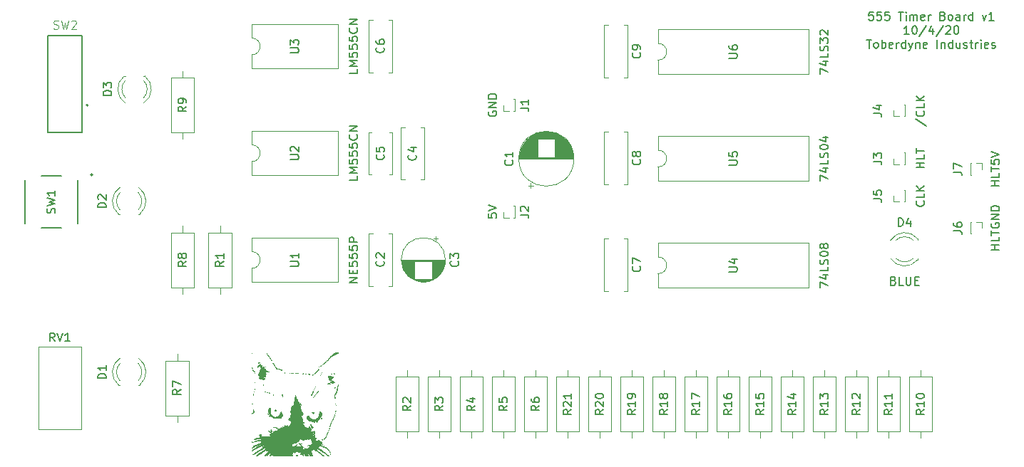
<source format=gbr>
%TF.GenerationSoftware,KiCad,Pcbnew,(5.1.6)-1*%
%TF.CreationDate,2020-10-04T13:32:31-07:00*%
%TF.ProjectId,Full555Timer,46756c6c-3535-4355-9469-6d65722e6b69,rev?*%
%TF.SameCoordinates,Original*%
%TF.FileFunction,Legend,Top*%
%TF.FilePolarity,Positive*%
%FSLAX46Y46*%
G04 Gerber Fmt 4.6, Leading zero omitted, Abs format (unit mm)*
G04 Created by KiCad (PCBNEW (5.1.6)-1) date 2020-10-04 13:32:31*
%MOMM*%
%LPD*%
G01*
G04 APERTURE LIST*
%ADD10C,0.150000*%
%ADD11C,0.010000*%
%ADD12C,0.120000*%
%ADD13C,0.152400*%
%ADD14C,0.127000*%
%ADD15C,0.200000*%
%ADD16C,0.141000*%
%ADD17C,0.015000*%
G04 APERTURE END LIST*
D10*
X199470238Y-77177380D02*
X198994047Y-77177380D01*
X198946428Y-77653571D01*
X198994047Y-77605952D01*
X199089285Y-77558333D01*
X199327380Y-77558333D01*
X199422619Y-77605952D01*
X199470238Y-77653571D01*
X199517857Y-77748809D01*
X199517857Y-77986904D01*
X199470238Y-78082142D01*
X199422619Y-78129761D01*
X199327380Y-78177380D01*
X199089285Y-78177380D01*
X198994047Y-78129761D01*
X198946428Y-78082142D01*
X200422619Y-77177380D02*
X199946428Y-77177380D01*
X199898809Y-77653571D01*
X199946428Y-77605952D01*
X200041666Y-77558333D01*
X200279761Y-77558333D01*
X200375000Y-77605952D01*
X200422619Y-77653571D01*
X200470238Y-77748809D01*
X200470238Y-77986904D01*
X200422619Y-78082142D01*
X200375000Y-78129761D01*
X200279761Y-78177380D01*
X200041666Y-78177380D01*
X199946428Y-78129761D01*
X199898809Y-78082142D01*
X201375000Y-77177380D02*
X200898809Y-77177380D01*
X200851190Y-77653571D01*
X200898809Y-77605952D01*
X200994047Y-77558333D01*
X201232142Y-77558333D01*
X201327380Y-77605952D01*
X201375000Y-77653571D01*
X201422619Y-77748809D01*
X201422619Y-77986904D01*
X201375000Y-78082142D01*
X201327380Y-78129761D01*
X201232142Y-78177380D01*
X200994047Y-78177380D01*
X200898809Y-78129761D01*
X200851190Y-78082142D01*
X202470238Y-77177380D02*
X203041666Y-77177380D01*
X202755952Y-78177380D02*
X202755952Y-77177380D01*
X203375000Y-78177380D02*
X203375000Y-77510714D01*
X203375000Y-77177380D02*
X203327380Y-77225000D01*
X203375000Y-77272619D01*
X203422619Y-77225000D01*
X203375000Y-77177380D01*
X203375000Y-77272619D01*
X203851190Y-78177380D02*
X203851190Y-77510714D01*
X203851190Y-77605952D02*
X203898809Y-77558333D01*
X203994047Y-77510714D01*
X204136904Y-77510714D01*
X204232142Y-77558333D01*
X204279761Y-77653571D01*
X204279761Y-78177380D01*
X204279761Y-77653571D02*
X204327380Y-77558333D01*
X204422619Y-77510714D01*
X204565476Y-77510714D01*
X204660714Y-77558333D01*
X204708333Y-77653571D01*
X204708333Y-78177380D01*
X205565476Y-78129761D02*
X205470238Y-78177380D01*
X205279761Y-78177380D01*
X205184523Y-78129761D01*
X205136904Y-78034523D01*
X205136904Y-77653571D01*
X205184523Y-77558333D01*
X205279761Y-77510714D01*
X205470238Y-77510714D01*
X205565476Y-77558333D01*
X205613095Y-77653571D01*
X205613095Y-77748809D01*
X205136904Y-77844047D01*
X206041666Y-78177380D02*
X206041666Y-77510714D01*
X206041666Y-77701190D02*
X206089285Y-77605952D01*
X206136904Y-77558333D01*
X206232142Y-77510714D01*
X206327380Y-77510714D01*
X207755952Y-77653571D02*
X207898809Y-77701190D01*
X207946428Y-77748809D01*
X207994047Y-77844047D01*
X207994047Y-77986904D01*
X207946428Y-78082142D01*
X207898809Y-78129761D01*
X207803571Y-78177380D01*
X207422619Y-78177380D01*
X207422619Y-77177380D01*
X207755952Y-77177380D01*
X207851190Y-77225000D01*
X207898809Y-77272619D01*
X207946428Y-77367857D01*
X207946428Y-77463095D01*
X207898809Y-77558333D01*
X207851190Y-77605952D01*
X207755952Y-77653571D01*
X207422619Y-77653571D01*
X208565476Y-78177380D02*
X208470238Y-78129761D01*
X208422619Y-78082142D01*
X208375000Y-77986904D01*
X208375000Y-77701190D01*
X208422619Y-77605952D01*
X208470238Y-77558333D01*
X208565476Y-77510714D01*
X208708333Y-77510714D01*
X208803571Y-77558333D01*
X208851190Y-77605952D01*
X208898809Y-77701190D01*
X208898809Y-77986904D01*
X208851190Y-78082142D01*
X208803571Y-78129761D01*
X208708333Y-78177380D01*
X208565476Y-78177380D01*
X209755952Y-78177380D02*
X209755952Y-77653571D01*
X209708333Y-77558333D01*
X209613095Y-77510714D01*
X209422619Y-77510714D01*
X209327380Y-77558333D01*
X209755952Y-78129761D02*
X209660714Y-78177380D01*
X209422619Y-78177380D01*
X209327380Y-78129761D01*
X209279761Y-78034523D01*
X209279761Y-77939285D01*
X209327380Y-77844047D01*
X209422619Y-77796428D01*
X209660714Y-77796428D01*
X209755952Y-77748809D01*
X210232142Y-78177380D02*
X210232142Y-77510714D01*
X210232142Y-77701190D02*
X210279761Y-77605952D01*
X210327380Y-77558333D01*
X210422619Y-77510714D01*
X210517857Y-77510714D01*
X211279761Y-78177380D02*
X211279761Y-77177380D01*
X211279761Y-78129761D02*
X211184523Y-78177380D01*
X210994047Y-78177380D01*
X210898809Y-78129761D01*
X210851190Y-78082142D01*
X210803571Y-77986904D01*
X210803571Y-77701190D01*
X210851190Y-77605952D01*
X210898809Y-77558333D01*
X210994047Y-77510714D01*
X211184523Y-77510714D01*
X211279761Y-77558333D01*
X212422619Y-77510714D02*
X212660714Y-78177380D01*
X212898809Y-77510714D01*
X213803571Y-78177380D02*
X213232142Y-78177380D01*
X213517857Y-78177380D02*
X213517857Y-77177380D01*
X213422619Y-77320238D01*
X213327380Y-77415476D01*
X213232142Y-77463095D01*
X203708333Y-79827380D02*
X203136904Y-79827380D01*
X203422619Y-79827380D02*
X203422619Y-78827380D01*
X203327380Y-78970238D01*
X203232142Y-79065476D01*
X203136904Y-79113095D01*
X204327380Y-78827380D02*
X204422619Y-78827380D01*
X204517857Y-78875000D01*
X204565476Y-78922619D01*
X204613095Y-79017857D01*
X204660714Y-79208333D01*
X204660714Y-79446428D01*
X204613095Y-79636904D01*
X204565476Y-79732142D01*
X204517857Y-79779761D01*
X204422619Y-79827380D01*
X204327380Y-79827380D01*
X204232142Y-79779761D01*
X204184523Y-79732142D01*
X204136904Y-79636904D01*
X204089285Y-79446428D01*
X204089285Y-79208333D01*
X204136904Y-79017857D01*
X204184523Y-78922619D01*
X204232142Y-78875000D01*
X204327380Y-78827380D01*
X205803571Y-78779761D02*
X204946428Y-80065476D01*
X206565476Y-79160714D02*
X206565476Y-79827380D01*
X206327380Y-78779761D02*
X206089285Y-79494047D01*
X206708333Y-79494047D01*
X207803571Y-78779761D02*
X206946428Y-80065476D01*
X208089285Y-78922619D02*
X208136904Y-78875000D01*
X208232142Y-78827380D01*
X208470238Y-78827380D01*
X208565476Y-78875000D01*
X208613095Y-78922619D01*
X208660714Y-79017857D01*
X208660714Y-79113095D01*
X208613095Y-79255952D01*
X208041666Y-79827380D01*
X208660714Y-79827380D01*
X209279761Y-78827380D02*
X209375000Y-78827380D01*
X209470238Y-78875000D01*
X209517857Y-78922619D01*
X209565476Y-79017857D01*
X209613095Y-79208333D01*
X209613095Y-79446428D01*
X209565476Y-79636904D01*
X209517857Y-79732142D01*
X209470238Y-79779761D01*
X209375000Y-79827380D01*
X209279761Y-79827380D01*
X209184523Y-79779761D01*
X209136904Y-79732142D01*
X209089285Y-79636904D01*
X209041666Y-79446428D01*
X209041666Y-79208333D01*
X209089285Y-79017857D01*
X209136904Y-78922619D01*
X209184523Y-78875000D01*
X209279761Y-78827380D01*
X198684523Y-80477380D02*
X199255952Y-80477380D01*
X198970238Y-81477380D02*
X198970238Y-80477380D01*
X199732142Y-81477380D02*
X199636904Y-81429761D01*
X199589285Y-81382142D01*
X199541666Y-81286904D01*
X199541666Y-81001190D01*
X199589285Y-80905952D01*
X199636904Y-80858333D01*
X199732142Y-80810714D01*
X199875000Y-80810714D01*
X199970238Y-80858333D01*
X200017857Y-80905952D01*
X200065476Y-81001190D01*
X200065476Y-81286904D01*
X200017857Y-81382142D01*
X199970238Y-81429761D01*
X199875000Y-81477380D01*
X199732142Y-81477380D01*
X200494047Y-81477380D02*
X200494047Y-80477380D01*
X200494047Y-80858333D02*
X200589285Y-80810714D01*
X200779761Y-80810714D01*
X200875000Y-80858333D01*
X200922619Y-80905952D01*
X200970238Y-81001190D01*
X200970238Y-81286904D01*
X200922619Y-81382142D01*
X200875000Y-81429761D01*
X200779761Y-81477380D01*
X200589285Y-81477380D01*
X200494047Y-81429761D01*
X201779761Y-81429761D02*
X201684523Y-81477380D01*
X201494047Y-81477380D01*
X201398809Y-81429761D01*
X201351190Y-81334523D01*
X201351190Y-80953571D01*
X201398809Y-80858333D01*
X201494047Y-80810714D01*
X201684523Y-80810714D01*
X201779761Y-80858333D01*
X201827380Y-80953571D01*
X201827380Y-81048809D01*
X201351190Y-81144047D01*
X202255952Y-81477380D02*
X202255952Y-80810714D01*
X202255952Y-81001190D02*
X202303571Y-80905952D01*
X202351190Y-80858333D01*
X202446428Y-80810714D01*
X202541666Y-80810714D01*
X203303571Y-81477380D02*
X203303571Y-80477380D01*
X203303571Y-81429761D02*
X203208333Y-81477380D01*
X203017857Y-81477380D01*
X202922619Y-81429761D01*
X202875000Y-81382142D01*
X202827380Y-81286904D01*
X202827380Y-81001190D01*
X202875000Y-80905952D01*
X202922619Y-80858333D01*
X203017857Y-80810714D01*
X203208333Y-80810714D01*
X203303571Y-80858333D01*
X203684523Y-80810714D02*
X203922619Y-81477380D01*
X204160714Y-80810714D02*
X203922619Y-81477380D01*
X203827380Y-81715476D01*
X203779761Y-81763095D01*
X203684523Y-81810714D01*
X204541666Y-80810714D02*
X204541666Y-81477380D01*
X204541666Y-80905952D02*
X204589285Y-80858333D01*
X204684523Y-80810714D01*
X204827380Y-80810714D01*
X204922619Y-80858333D01*
X204970238Y-80953571D01*
X204970238Y-81477380D01*
X205827380Y-81429761D02*
X205732142Y-81477380D01*
X205541666Y-81477380D01*
X205446428Y-81429761D01*
X205398809Y-81334523D01*
X205398809Y-80953571D01*
X205446428Y-80858333D01*
X205541666Y-80810714D01*
X205732142Y-80810714D01*
X205827380Y-80858333D01*
X205875000Y-80953571D01*
X205875000Y-81048809D01*
X205398809Y-81144047D01*
X207065476Y-81477380D02*
X207065476Y-80477380D01*
X207541666Y-80810714D02*
X207541666Y-81477380D01*
X207541666Y-80905952D02*
X207589285Y-80858333D01*
X207684523Y-80810714D01*
X207827380Y-80810714D01*
X207922619Y-80858333D01*
X207970238Y-80953571D01*
X207970238Y-81477380D01*
X208875000Y-81477380D02*
X208875000Y-80477380D01*
X208875000Y-81429761D02*
X208779761Y-81477380D01*
X208589285Y-81477380D01*
X208494047Y-81429761D01*
X208446428Y-81382142D01*
X208398809Y-81286904D01*
X208398809Y-81001190D01*
X208446428Y-80905952D01*
X208494047Y-80858333D01*
X208589285Y-80810714D01*
X208779761Y-80810714D01*
X208875000Y-80858333D01*
X209779761Y-80810714D02*
X209779761Y-81477380D01*
X209351190Y-80810714D02*
X209351190Y-81334523D01*
X209398809Y-81429761D01*
X209494047Y-81477380D01*
X209636904Y-81477380D01*
X209732142Y-81429761D01*
X209779761Y-81382142D01*
X210208333Y-81429761D02*
X210303571Y-81477380D01*
X210494047Y-81477380D01*
X210589285Y-81429761D01*
X210636904Y-81334523D01*
X210636904Y-81286904D01*
X210589285Y-81191666D01*
X210494047Y-81144047D01*
X210351190Y-81144047D01*
X210255952Y-81096428D01*
X210208333Y-81001190D01*
X210208333Y-80953571D01*
X210255952Y-80858333D01*
X210351190Y-80810714D01*
X210494047Y-80810714D01*
X210589285Y-80858333D01*
X210922619Y-80810714D02*
X211303571Y-80810714D01*
X211065476Y-80477380D02*
X211065476Y-81334523D01*
X211113095Y-81429761D01*
X211208333Y-81477380D01*
X211303571Y-81477380D01*
X211636904Y-81477380D02*
X211636904Y-80810714D01*
X211636904Y-81001190D02*
X211684523Y-80905952D01*
X211732142Y-80858333D01*
X211827380Y-80810714D01*
X211922619Y-80810714D01*
X212255952Y-81477380D02*
X212255952Y-80810714D01*
X212255952Y-80477380D02*
X212208333Y-80525000D01*
X212255952Y-80572619D01*
X212303571Y-80525000D01*
X212255952Y-80477380D01*
X212255952Y-80572619D01*
X213113095Y-81429761D02*
X213017857Y-81477380D01*
X212827380Y-81477380D01*
X212732142Y-81429761D01*
X212684523Y-81334523D01*
X212684523Y-80953571D01*
X212732142Y-80858333D01*
X212827380Y-80810714D01*
X213017857Y-80810714D01*
X213113095Y-80858333D01*
X213160714Y-80953571D01*
X213160714Y-81048809D01*
X212684523Y-81144047D01*
X213541666Y-81429761D02*
X213636904Y-81477380D01*
X213827380Y-81477380D01*
X213922619Y-81429761D01*
X213970238Y-81334523D01*
X213970238Y-81286904D01*
X213922619Y-81191666D01*
X213827380Y-81144047D01*
X213684523Y-81144047D01*
X213589285Y-81096428D01*
X213541666Y-81001190D01*
X213541666Y-80953571D01*
X213589285Y-80858333D01*
X213684523Y-80810714D01*
X213827380Y-80810714D01*
X213922619Y-80858333D01*
D11*
%TO.C,\u002A*%
G36*
X130832624Y-122794584D02*
G01*
X130856692Y-122832189D01*
X130860800Y-122859182D01*
X130873188Y-122903104D01*
X130887482Y-122915260D01*
X130908611Y-122943972D01*
X130925408Y-123002678D01*
X130927012Y-123012627D01*
X130945132Y-123092581D01*
X130973172Y-123171290D01*
X131004573Y-123233761D01*
X131032777Y-123265005D01*
X131037947Y-123266199D01*
X131059703Y-123287358D01*
X131093840Y-123342397D01*
X131127011Y-123407193D01*
X131170052Y-123491760D01*
X131211795Y-123563427D01*
X131235627Y-123597140D01*
X131257552Y-123635494D01*
X131291379Y-123708831D01*
X131332181Y-123804772D01*
X131375031Y-123910940D01*
X131415003Y-124014959D01*
X131447168Y-124104451D01*
X131466600Y-124167039D01*
X131470096Y-124186152D01*
X131451512Y-124194654D01*
X131432300Y-124189785D01*
X131412738Y-124182059D01*
X131401528Y-124181915D01*
X131400121Y-124197134D01*
X131409970Y-124235497D01*
X131432526Y-124304785D01*
X131469243Y-124412778D01*
X131479591Y-124443164D01*
X131539937Y-124601695D01*
X131596127Y-124710151D01*
X131634541Y-124757886D01*
X131681405Y-124811129D01*
X131694553Y-124864950D01*
X131689323Y-124914422D01*
X131678628Y-124999488D01*
X131673887Y-125077382D01*
X131673879Y-125078776D01*
X131669468Y-125127302D01*
X131646471Y-125142764D01*
X131590101Y-125135789D01*
X131506602Y-125120124D01*
X131522630Y-125266312D01*
X131538762Y-125380959D01*
X131559303Y-125454359D01*
X131588009Y-125496060D01*
X131619740Y-125513129D01*
X131648680Y-125530766D01*
X131666490Y-125567080D01*
X131674399Y-125630420D01*
X131673632Y-125729135D01*
X131667614Y-125838906D01*
X131666981Y-125943236D01*
X131682136Y-126002666D01*
X131691200Y-126013467D01*
X131714732Y-126056794D01*
X131724400Y-126121333D01*
X131736691Y-126187676D01*
X131782411Y-126235187D01*
X131801047Y-126246924D01*
X131848071Y-126282604D01*
X131864632Y-126311826D01*
X131863411Y-126315314D01*
X131860444Y-126352616D01*
X131870692Y-126416935D01*
X131875806Y-126437511D01*
X131908706Y-126508174D01*
X131965694Y-126586283D01*
X132035020Y-126659735D01*
X132104935Y-126716432D01*
X132163688Y-126744271D01*
X132174682Y-126745316D01*
X132192981Y-126736692D01*
X132173942Y-126708686D01*
X132130800Y-126669800D01*
X132041900Y-126594966D01*
X132110309Y-126594283D01*
X132175245Y-126610719D01*
X132211909Y-126640644D01*
X132263823Y-126675515D01*
X132338238Y-126685565D01*
X132413728Y-126671486D01*
X132468864Y-126633971D01*
X132470118Y-126632302D01*
X132499148Y-126600239D01*
X132528656Y-126602137D01*
X132565870Y-126625897D01*
X132646975Y-126685371D01*
X132693015Y-126727565D01*
X132712506Y-126761309D01*
X132715000Y-126780550D01*
X132704027Y-126817375D01*
X132670460Y-126810137D01*
X132613399Y-126758699D01*
X132567463Y-126716998D01*
X132531884Y-126696162D01*
X132517023Y-126700394D01*
X132526181Y-126723321D01*
X132524170Y-126740624D01*
X132489580Y-126734309D01*
X132448775Y-126727198D01*
X132440511Y-126744096D01*
X132466079Y-126788418D01*
X132526768Y-126863574D01*
X132547411Y-126887390D01*
X132609002Y-126962874D01*
X132637910Y-127013779D01*
X132639065Y-127049671D01*
X132635272Y-127058005D01*
X132624295Y-127088570D01*
X132648981Y-127086343D01*
X132650784Y-127085659D01*
X132701810Y-127087516D01*
X132728023Y-127101868D01*
X132769181Y-127120242D01*
X132802787Y-127102523D01*
X132847839Y-127085373D01*
X132870211Y-127090637D01*
X132888517Y-127094964D01*
X132880052Y-127076123D01*
X132875594Y-127054225D01*
X132909688Y-127056382D01*
X132920578Y-127059152D01*
X132991436Y-127072496D01*
X133033995Y-127075853D01*
X133096852Y-127090989D01*
X133134636Y-127111551D01*
X133167184Y-127143682D01*
X133158285Y-127175823D01*
X133147263Y-127189940D01*
X133102285Y-127218158D01*
X133033189Y-127217131D01*
X132932444Y-127186416D01*
X132905500Y-127175719D01*
X132830533Y-127155194D01*
X132738749Y-127142862D01*
X132715000Y-127141710D01*
X132644415Y-127136979D01*
X132612066Y-127123163D01*
X132605457Y-127093848D01*
X132606099Y-127085811D01*
X132597530Y-127047946D01*
X132557800Y-127010499D01*
X132478735Y-126965572D01*
X132402561Y-126929200D01*
X132343271Y-126904806D01*
X132319254Y-126898400D01*
X132316033Y-126912782D01*
X132342924Y-126949895D01*
X132390411Y-127000684D01*
X132448978Y-127056095D01*
X132509108Y-127107076D01*
X132561286Y-127144572D01*
X132593481Y-127159291D01*
X132651102Y-127175170D01*
X132729692Y-127205066D01*
X132765800Y-127220953D01*
X132860850Y-127257798D01*
X132960132Y-127286002D01*
X132988050Y-127291509D01*
X133059507Y-127308944D01*
X133091312Y-127334560D01*
X133096000Y-127357832D01*
X133080138Y-127396034D01*
X133026214Y-127409405D01*
X133026150Y-127409407D01*
X132964995Y-127411727D01*
X132930360Y-127410093D01*
X132897994Y-127402274D01*
X132875855Y-127395582D01*
X132836504Y-127389789D01*
X132831017Y-127415867D01*
X132835812Y-127437106D01*
X132875615Y-127510033D01*
X132941240Y-127552539D01*
X132974552Y-127557992D01*
X133005687Y-127544826D01*
X133002808Y-127518675D01*
X133001892Y-127490870D01*
X133036693Y-127484902D01*
X133058796Y-127486925D01*
X133113403Y-127503039D01*
X133140330Y-127528070D01*
X133133754Y-127550459D01*
X133095006Y-127558800D01*
X133056894Y-127564106D01*
X133062597Y-127586754D01*
X133070600Y-127596900D01*
X133088309Y-127626944D01*
X133064974Y-127634964D01*
X133061010Y-127635000D01*
X133025384Y-127654193D01*
X133019800Y-127673473D01*
X133040697Y-127710826D01*
X133091775Y-127754166D01*
X133155610Y-127791741D01*
X133214781Y-127811802D01*
X133226239Y-127812705D01*
X133276194Y-127830981D01*
X133300134Y-127852025D01*
X133317020Y-127885741D01*
X133295575Y-127916303D01*
X133275658Y-127931196D01*
X133233556Y-127980507D01*
X133230769Y-128017566D01*
X133228137Y-128052519D01*
X133188650Y-128069044D01*
X133168113Y-128071745D01*
X133118246Y-128080655D01*
X133110706Y-128099309D01*
X133126728Y-128124852D01*
X133167659Y-128154315D01*
X133245277Y-128176008D01*
X133343969Y-128189848D01*
X133432915Y-128196769D01*
X133498191Y-128196928D01*
X133527317Y-128190384D01*
X133527800Y-128188945D01*
X133507734Y-128169701D01*
X133496957Y-128168400D01*
X133483368Y-128157055D01*
X133503787Y-128130726D01*
X133558675Y-128107692D01*
X133630220Y-128115457D01*
X133699784Y-128148286D01*
X133748731Y-128200440D01*
X133752077Y-128207156D01*
X133804417Y-128265695D01*
X133854825Y-128285875D01*
X133924317Y-128320210D01*
X133956161Y-128361496D01*
X133970831Y-128402405D01*
X133956304Y-128419117D01*
X133902133Y-128422395D01*
X133897054Y-128422400D01*
X133821229Y-128432714D01*
X133792121Y-128460426D01*
X133810777Y-128500684D01*
X133870700Y-128544448D01*
X133905828Y-128566366D01*
X133895154Y-128573197D01*
X133866427Y-128574027D01*
X133781309Y-128586069D01*
X133738480Y-128614923D01*
X133740465Y-128654119D01*
X133789788Y-128697186D01*
X133813549Y-128709590D01*
X133956585Y-128775230D01*
X134092043Y-128833919D01*
X134212009Y-128882557D01*
X134308570Y-128918047D01*
X134373815Y-128937289D01*
X134398556Y-128938677D01*
X134412163Y-128938746D01*
X134404052Y-128955876D01*
X134399696Y-128978457D01*
X134435214Y-128975653D01*
X134438202Y-128974885D01*
X134488131Y-128974102D01*
X134509599Y-128987509D01*
X134510411Y-129002072D01*
X134493000Y-128993900D01*
X134471631Y-128987269D01*
X134477188Y-129001566D01*
X134512685Y-129020105D01*
X134526361Y-129017603D01*
X134560303Y-129027792D01*
X134612299Y-129067196D01*
X134646198Y-129100721D01*
X134685697Y-129145648D01*
X134696706Y-129163253D01*
X134683500Y-129154862D01*
X134638321Y-129127355D01*
X134559300Y-129087728D01*
X134459846Y-129042512D01*
X134404100Y-129018790D01*
X134291494Y-128971497D01*
X134184332Y-128925562D01*
X134099648Y-128888323D01*
X134073900Y-128876583D01*
X133880773Y-128798381D01*
X133720260Y-128758771D01*
X133645256Y-128753407D01*
X133582178Y-128755840D01*
X133562542Y-128764494D01*
X133579037Y-128783419D01*
X133584066Y-128787311D01*
X133612143Y-128820716D01*
X133598036Y-128850003D01*
X133583170Y-128874997D01*
X133590170Y-128879600D01*
X133587948Y-128893639D01*
X133554886Y-128928344D01*
X133544178Y-128937792D01*
X133476456Y-128995984D01*
X133635478Y-129096452D01*
X133783444Y-129192389D01*
X133942081Y-129299502D01*
X134104547Y-129412758D01*
X134264002Y-129527124D01*
X134413602Y-129637568D01*
X134546508Y-129739057D01*
X134655878Y-129826557D01*
X134734869Y-129895036D01*
X134770523Y-129931438D01*
X134789146Y-129962315D01*
X134765154Y-129971499D01*
X134749902Y-129971800D01*
X134707407Y-129956081D01*
X134638788Y-129913962D01*
X134555706Y-129852998D01*
X134512790Y-129818151D01*
X134408261Y-129735089D01*
X134285142Y-129644851D01*
X134149749Y-129551273D01*
X134008401Y-129458193D01*
X133867414Y-129369447D01*
X133733105Y-129288873D01*
X133611792Y-129220307D01*
X133509791Y-129167588D01*
X133433420Y-129134551D01*
X133388995Y-129125035D01*
X133380672Y-129130481D01*
X133350739Y-129154300D01*
X133322483Y-129159000D01*
X133282359Y-129169185D01*
X133273800Y-129182391D01*
X133293060Y-129204242D01*
X133346834Y-129251766D01*
X133429112Y-129320004D01*
X133533883Y-129403996D01*
X133655137Y-129498783D01*
X133686550Y-129522992D01*
X133859814Y-129657219D01*
X133994450Y-129764138D01*
X134093066Y-129846110D01*
X134158269Y-129905495D01*
X134192666Y-129944656D01*
X134198865Y-129965953D01*
X134182148Y-129971800D01*
X134144000Y-129956432D01*
X134080474Y-129915864D01*
X134004382Y-129858399D01*
X133993571Y-129849573D01*
X133863717Y-129745304D01*
X133766082Y-129673575D01*
X133696436Y-129631540D01*
X133650548Y-129616353D01*
X133646645Y-129616200D01*
X133607412Y-129602939D01*
X133599766Y-129592555D01*
X133574396Y-129564026D01*
X133516289Y-129515110D01*
X133435340Y-129453040D01*
X133341448Y-129385049D01*
X133244508Y-129318371D01*
X133154418Y-129260240D01*
X133104837Y-129230812D01*
X133009192Y-129183782D01*
X132943186Y-129171024D01*
X132898345Y-129193225D01*
X132866555Y-129250121D01*
X132837737Y-129298306D01*
X132793127Y-129307417D01*
X132777430Y-129304978D01*
X132724254Y-129304013D01*
X132699124Y-129316537D01*
X132666316Y-129330203D01*
X132648930Y-129326628D01*
X132621178Y-129333292D01*
X132612865Y-129363209D01*
X132630316Y-129390552D01*
X132632962Y-129391833D01*
X132654996Y-129418781D01*
X132691438Y-129480624D01*
X132736543Y-129565627D01*
X132784566Y-129662054D01*
X132829761Y-129758170D01*
X132866382Y-129842239D01*
X132888682Y-129902526D01*
X132892800Y-129922535D01*
X132879195Y-129962766D01*
X132861050Y-129971485D01*
X132830697Y-129951765D01*
X132788716Y-129904314D01*
X132747630Y-129846093D01*
X132719964Y-129794061D01*
X132715000Y-129773708D01*
X132698556Y-129742229D01*
X132659223Y-129699363D01*
X132611992Y-129658471D01*
X132571857Y-129632912D01*
X132555591Y-129631674D01*
X132558856Y-129660204D01*
X132582492Y-129720409D01*
X132621555Y-129799922D01*
X132626858Y-129809830D01*
X132714311Y-129971800D01*
X132650602Y-129971800D01*
X132609852Y-129962313D01*
X132568454Y-129928242D01*
X132517700Y-129861167D01*
X132486362Y-129813050D01*
X132433594Y-129731054D01*
X132388856Y-129663911D01*
X132361191Y-129625171D01*
X132359916Y-129623622D01*
X132348432Y-129603500D01*
X132511800Y-129603500D01*
X132524500Y-129616200D01*
X132537200Y-129603500D01*
X132524500Y-129590800D01*
X132511800Y-129603500D01*
X132348432Y-129603500D01*
X132336553Y-129582686D01*
X132334000Y-129569582D01*
X132315384Y-129529036D01*
X132274544Y-129503003D01*
X132233985Y-129504289D01*
X132227725Y-129509114D01*
X132215171Y-129545327D01*
X132233241Y-129606777D01*
X132241502Y-129624906D01*
X132269012Y-129692661D01*
X132282821Y-129745827D01*
X132283200Y-129751889D01*
X132296224Y-129795203D01*
X132306098Y-129805154D01*
X132329913Y-129837244D01*
X132355306Y-129894778D01*
X132355577Y-129895553D01*
X132370469Y-129948051D01*
X132357795Y-129968412D01*
X132310156Y-129971800D01*
X132275777Y-129968221D01*
X132247525Y-129951845D01*
X132219063Y-129914211D01*
X132184055Y-129846860D01*
X132136164Y-129741332D01*
X132134180Y-129736850D01*
X132091055Y-129641508D01*
X132056559Y-129569249D01*
X132034931Y-129528702D01*
X132029702Y-129524060D01*
X132013419Y-129528320D01*
X131986368Y-129511360D01*
X131959836Y-129491825D01*
X131958839Y-129501973D01*
X131983200Y-129548828D01*
X131985321Y-129552700D01*
X132042809Y-129666607D01*
X132089563Y-129776435D01*
X132120327Y-129868622D01*
X132129992Y-129925956D01*
X132126631Y-129966363D01*
X132111189Y-129959841D01*
X132094457Y-129938703D01*
X132064499Y-129910230D01*
X132046548Y-129925809D01*
X132046470Y-129926003D01*
X132034937Y-129939413D01*
X132031205Y-129916907D01*
X132011605Y-129874156D01*
X131965664Y-129821815D01*
X131953000Y-129810597D01*
X131904055Y-129762705D01*
X131878072Y-129724202D01*
X131876800Y-129717940D01*
X131860802Y-129702533D01*
X131847083Y-129707767D01*
X131827838Y-129709022D01*
X131832873Y-129685723D01*
X131829287Y-129636774D01*
X131814184Y-129616934D01*
X131796291Y-129610119D01*
X131786478Y-129632225D01*
X131783140Y-129691132D01*
X131783944Y-129765326D01*
X131784192Y-129858402D01*
X131778810Y-129908025D01*
X131766474Y-129921358D01*
X131756150Y-129915739D01*
X131728925Y-129869510D01*
X131724400Y-129840871D01*
X131703213Y-129794726D01*
X131667250Y-129769391D01*
X131631001Y-129751744D01*
X131628982Y-129744810D01*
X131626675Y-129726881D01*
X131596053Y-129682560D01*
X131682331Y-129682560D01*
X131686300Y-129692400D01*
X131709124Y-129716631D01*
X131713199Y-129717800D01*
X131724108Y-129698148D01*
X131724400Y-129692400D01*
X131704873Y-129667976D01*
X131697500Y-129667000D01*
X131682331Y-129682560D01*
X131596053Y-129682560D01*
X131595115Y-129681203D01*
X131540672Y-129616245D01*
X131494726Y-129566322D01*
X131456897Y-129547687D01*
X131384364Y-129526942D01*
X131290581Y-129506409D01*
X131189003Y-129488410D01*
X131102084Y-129476500D01*
X132181600Y-129476500D01*
X132194300Y-129489200D01*
X132207000Y-129476500D01*
X132194300Y-129463800D01*
X132181600Y-129476500D01*
X131102084Y-129476500D01*
X131093085Y-129475267D01*
X131016281Y-129469304D01*
X130972046Y-129472841D01*
X130967758Y-129475374D01*
X130939973Y-129473443D01*
X130921616Y-129461573D01*
X130874789Y-129448183D01*
X130843079Y-129461021D01*
X130814792Y-129482189D01*
X130817243Y-129488427D01*
X130822290Y-129507619D01*
X130808163Y-129543431D01*
X130782725Y-129578556D01*
X130761999Y-129569392D01*
X130757533Y-129562703D01*
X130712584Y-129531901D01*
X130650456Y-129531703D01*
X130614262Y-129548135D01*
X130571006Y-129558242D01*
X130557112Y-129553387D01*
X130537276Y-129561841D01*
X130529792Y-129608350D01*
X130515852Y-129680512D01*
X130491692Y-129729004D01*
X130459522Y-129788429D01*
X130460462Y-129830652D01*
X130489782Y-129844800D01*
X130529815Y-129862663D01*
X130539269Y-129901796D01*
X130514688Y-129940513D01*
X130505923Y-129946012D01*
X130467126Y-129952939D01*
X130380076Y-129958881D01*
X130247313Y-129963778D01*
X130071376Y-129967567D01*
X129854803Y-129970188D01*
X129600135Y-129971580D01*
X129436519Y-129971800D01*
X129179490Y-129971626D01*
X128968597Y-129970986D01*
X128799182Y-129969698D01*
X128666582Y-129967579D01*
X128566135Y-129964449D01*
X128493182Y-129960127D01*
X128443059Y-129954429D01*
X128411107Y-129947177D01*
X128392663Y-129938187D01*
X128385381Y-129930883D01*
X128358600Y-129903496D01*
X128331356Y-129914846D01*
X128314545Y-129930883D01*
X128260524Y-129964208D01*
X128224536Y-129971800D01*
X128189537Y-129961131D01*
X128185526Y-129920304D01*
X128187583Y-129908300D01*
X128185880Y-129862855D01*
X128152558Y-129843694D01*
X128079723Y-129846478D01*
X128075989Y-129846969D01*
X128049684Y-129830903D01*
X128037124Y-129815219D01*
X128014993Y-129803515D01*
X127979356Y-129825360D01*
X127929992Y-129876550D01*
X127871885Y-129933139D01*
X127822814Y-129966580D01*
X127790363Y-129975655D01*
X127782120Y-129959151D01*
X127805670Y-129915853D01*
X127823249Y-129893642D01*
X127883294Y-129803980D01*
X127908269Y-129723669D01*
X127895362Y-129662469D01*
X127891398Y-129657189D01*
X127874512Y-129605978D01*
X127878579Y-129581319D01*
X127880934Y-129546673D01*
X127870484Y-129540000D01*
X127842907Y-129557487D01*
X127791044Y-129603589D01*
X127724148Y-129668763D01*
X127651472Y-129743470D01*
X127582269Y-129818167D01*
X127525792Y-129883314D01*
X127491292Y-129929370D01*
X127488888Y-129933488D01*
X127461326Y-129966431D01*
X127444397Y-129967464D01*
X127453147Y-129943441D01*
X127486824Y-129890892D01*
X127537551Y-129820079D01*
X127597453Y-129741266D01*
X127658655Y-129664716D01*
X127713280Y-129600692D01*
X127753454Y-129559459D01*
X127763263Y-129551918D01*
X127786157Y-129520838D01*
X127775542Y-129493674D01*
X127758442Y-129489200D01*
X127730569Y-129506139D01*
X127674450Y-129552555D01*
X127597597Y-129621843D01*
X127507526Y-129707399D01*
X127483881Y-129730500D01*
X127363938Y-129845312D01*
X127275298Y-129923012D01*
X127216107Y-129964971D01*
X127184509Y-129972563D01*
X127177800Y-129957024D01*
X127193418Y-129927682D01*
X127233492Y-129873415D01*
X127287848Y-129806470D01*
X127346313Y-129739089D01*
X127398712Y-129683518D01*
X127425554Y-129658832D01*
X127472946Y-129611011D01*
X127530855Y-129540131D01*
X127562878Y-129495972D01*
X127606329Y-129430603D01*
X127621934Y-129397830D01*
X127611892Y-129389285D01*
X127589813Y-129393491D01*
X127539850Y-129390908D01*
X127523301Y-129372521D01*
X127492506Y-129349583D01*
X127472077Y-129352178D01*
X127421718Y-129358151D01*
X127396395Y-129338741D01*
X127407223Y-129306074D01*
X127419747Y-129295085D01*
X127449996Y-129262982D01*
X127450622Y-129245555D01*
X127422014Y-129247735D01*
X127362890Y-129267140D01*
X127287822Y-129297596D01*
X127211382Y-129332925D01*
X127148143Y-129366950D01*
X127121497Y-129385053D01*
X127088352Y-129408965D01*
X127022483Y-129454305D01*
X126933546Y-129514491D01*
X126834900Y-129580474D01*
X126717109Y-129660073D01*
X126598008Y-129742649D01*
X126493562Y-129817029D01*
X126434566Y-129860627D01*
X126356308Y-129915547D01*
X126288653Y-129955021D01*
X126245565Y-129970960D01*
X126244066Y-129970992D01*
X126215069Y-129967228D01*
X126226502Y-129950551D01*
X126247082Y-129934443D01*
X126294119Y-129895839D01*
X126358139Y-129839835D01*
X126386782Y-129813898D01*
X126477467Y-129735633D01*
X126598231Y-129638281D01*
X126736982Y-129531072D01*
X126881627Y-129423240D01*
X127020073Y-129324017D01*
X127102341Y-129267620D01*
X127212066Y-129192392D01*
X127284808Y-129136939D01*
X127327082Y-129094799D01*
X127345404Y-129059509D01*
X127346426Y-129025520D01*
X127335135Y-128985124D01*
X127310875Y-128969903D01*
X127264828Y-128980465D01*
X127188175Y-129017420D01*
X127147891Y-129039221D01*
X127037028Y-129099811D01*
X126916005Y-129165500D01*
X126834900Y-129209230D01*
X126683910Y-129291337D01*
X126538524Y-129372335D01*
X126406722Y-129447608D01*
X126296484Y-129512538D01*
X126215789Y-129562509D01*
X126174500Y-129591305D01*
X126127572Y-129623926D01*
X126061842Y-129662625D01*
X125991882Y-129699770D01*
X125932263Y-129727729D01*
X125897556Y-129738869D01*
X125894375Y-129738032D01*
X125908221Y-129720216D01*
X125951698Y-129684259D01*
X125974936Y-129667000D01*
X126042381Y-129617561D01*
X126129644Y-129552672D01*
X126204991Y-129496061D01*
X126284559Y-129439210D01*
X126355177Y-129394427D01*
X126400530Y-129371839D01*
X126448991Y-129349200D01*
X126522045Y-129306949D01*
X126593600Y-129261019D01*
X126675864Y-129207676D01*
X126785494Y-129139356D01*
X126905794Y-129066368D01*
X126982682Y-129020790D01*
X127079847Y-128961783D01*
X127156463Y-128911307D01*
X127204438Y-128874973D01*
X127216269Y-128858803D01*
X127182829Y-128850439D01*
X127120642Y-128850071D01*
X127106757Y-128851082D01*
X127047252Y-128854452D01*
X127029967Y-128846177D01*
X127046635Y-128820231D01*
X127053456Y-128812228D01*
X127104319Y-128748833D01*
X127116467Y-128714517D01*
X127086270Y-128702697D01*
X127010099Y-128706790D01*
X126996104Y-128708202D01*
X126901615Y-128729071D01*
X126773116Y-128773578D01*
X126619193Y-128837680D01*
X126448430Y-128917331D01*
X126269414Y-129008489D01*
X126090728Y-129107107D01*
X125920958Y-129209143D01*
X125887628Y-129230377D01*
X125847444Y-129254081D01*
X125841544Y-129244059D01*
X125859039Y-129202766D01*
X125895243Y-129155129D01*
X125927827Y-129152626D01*
X125953787Y-129154230D01*
X125951386Y-129142477D01*
X125963141Y-129117333D01*
X126008831Y-129075336D01*
X126078650Y-129025462D01*
X126080569Y-129024224D01*
X126158588Y-128973269D01*
X126221356Y-128930880D01*
X126253973Y-128907236D01*
X126286699Y-128887488D01*
X126355513Y-128850698D01*
X126450748Y-128801894D01*
X126562739Y-128746108D01*
X126577823Y-128738704D01*
X126688198Y-128682989D01*
X126705885Y-128673462D01*
X130378200Y-128673462D01*
X130401386Y-128749877D01*
X130453750Y-128815477D01*
X130529300Y-128887859D01*
X130688700Y-128809248D01*
X130805248Y-128753574D01*
X130884190Y-128721285D01*
X130932227Y-128710916D01*
X130956063Y-128721002D01*
X130962400Y-128749448D01*
X130985684Y-128811475D01*
X131052722Y-128854686D01*
X131159291Y-128876963D01*
X131222051Y-128879600D01*
X131308970Y-128876394D01*
X131354755Y-128865177D01*
X131368765Y-128843552D01*
X131368800Y-128841985D01*
X131390312Y-128820871D01*
X131445029Y-128814858D01*
X131518220Y-128822229D01*
X131595154Y-128841266D01*
X131661100Y-128870254D01*
X131671998Y-128877322D01*
X131725419Y-128924077D01*
X131744402Y-128961149D01*
X131725599Y-128980217D01*
X131713816Y-128981200D01*
X131681789Y-128988056D01*
X131678532Y-129014485D01*
X131704758Y-129069273D01*
X131723527Y-129100873D01*
X131792094Y-129174237D01*
X131856782Y-129206532D01*
X131929905Y-129226295D01*
X131963353Y-129228739D01*
X131965973Y-129211577D01*
X131951713Y-129181996D01*
X131935790Y-129144369D01*
X131954529Y-129139414D01*
X131982569Y-129147272D01*
X132041900Y-129165751D01*
X131992315Y-129110252D01*
X131942731Y-129054753D01*
X132005015Y-129078066D01*
X132059170Y-129088281D01*
X132135614Y-129091227D01*
X132219033Y-129087920D01*
X132294116Y-129079375D01*
X132345548Y-129066609D01*
X132359400Y-129054554D01*
X132380669Y-129039748D01*
X132416550Y-129038649D01*
X132460847Y-129032078D01*
X132469816Y-128998115D01*
X132473569Y-128981200D01*
X133019800Y-128981200D01*
X133029093Y-129002107D01*
X133036733Y-128998133D01*
X133039773Y-128967989D01*
X133036733Y-128964266D01*
X133021633Y-128967753D01*
X133019800Y-128981200D01*
X132473569Y-128981200D01*
X132477107Y-128965260D01*
X132515453Y-128964121D01*
X132525101Y-128966381D01*
X132578106Y-128968082D01*
X132595729Y-128942547D01*
X132579504Y-128897436D01*
X132530968Y-128840409D01*
X132493467Y-128808586D01*
X132419852Y-128747050D01*
X132390393Y-128709997D01*
X132405097Y-128697608D01*
X132463970Y-128710063D01*
X132490303Y-128718690D01*
X132580563Y-128742186D01*
X132635074Y-128734995D01*
X132660351Y-128694609D01*
X132664200Y-128651797D01*
X132672000Y-128595665D01*
X132701130Y-128575689D01*
X132715000Y-128574800D01*
X132753266Y-128561864D01*
X132759450Y-128543050D01*
X132776494Y-128517322D01*
X132822950Y-128503262D01*
X132876962Y-128493793D01*
X132889397Y-128473573D01*
X132869535Y-128428405D01*
X132813584Y-128308100D01*
X133121400Y-128308100D01*
X133134100Y-128320800D01*
X133146800Y-128308100D01*
X133134100Y-128295400D01*
X133121400Y-128308100D01*
X132813584Y-128308100D01*
X132807485Y-128294988D01*
X132787694Y-128227666D01*
X133587066Y-128227666D01*
X133590553Y-128242766D01*
X133604000Y-128244600D01*
X133624907Y-128235306D01*
X133620933Y-128227666D01*
X133590789Y-128224626D01*
X133587066Y-128227666D01*
X132787694Y-128227666D01*
X132776874Y-128190861D01*
X132776770Y-128128147D01*
X132780141Y-128082297D01*
X132768050Y-128066800D01*
X132745349Y-128045364D01*
X132735816Y-128014184D01*
X132709315Y-127964081D01*
X132659243Y-127920246D01*
X132604028Y-127893886D01*
X132557171Y-127898330D01*
X132519543Y-127915671D01*
X132464295Y-127948306D01*
X132432078Y-127974781D01*
X132401251Y-127979283D01*
X132345857Y-127961861D01*
X132332926Y-127955771D01*
X132261221Y-127923521D01*
X132222973Y-127918779D01*
X132208431Y-127942344D01*
X132207000Y-127966074D01*
X132202351Y-127996047D01*
X132179972Y-128008430D01*
X132127214Y-128006699D01*
X132080168Y-128000924D01*
X131996424Y-127995543D01*
X131936001Y-128002465D01*
X131921418Y-128009225D01*
X131837725Y-128045347D01*
X131733418Y-128047030D01*
X131624842Y-128014687D01*
X131598532Y-128001098D01*
X131518945Y-127964047D01*
X131444356Y-127942244D01*
X131420476Y-127939800D01*
X131378963Y-127945779D01*
X131346472Y-127970772D01*
X131313254Y-128025360D01*
X131283753Y-128088168D01*
X131239940Y-128175861D01*
X131197368Y-128230602D01*
X131142118Y-128267929D01*
X131108834Y-128283434D01*
X131034548Y-128318411D01*
X130976106Y-128350798D01*
X130962400Y-128360229D01*
X130912906Y-128383652D01*
X130840200Y-128402758D01*
X130826354Y-128405104D01*
X130738075Y-128427564D01*
X130645178Y-128463890D01*
X130628722Y-128472040D01*
X130559604Y-128504098D01*
X130505443Y-128522375D01*
X130493532Y-128524000D01*
X130437449Y-128546554D01*
X130394620Y-128602835D01*
X130378200Y-128673462D01*
X126705885Y-128673462D01*
X126779797Y-128633651D01*
X126844046Y-128595537D01*
X126872373Y-128573496D01*
X126873000Y-128571731D01*
X126861184Y-128549619D01*
X126859261Y-128549400D01*
X126825050Y-128557037D01*
X126757182Y-128576873D01*
X126669938Y-128604294D01*
X126577598Y-128634686D01*
X126494442Y-128663436D01*
X126434750Y-128685931D01*
X126428500Y-128688568D01*
X126356012Y-128717668D01*
X126297108Y-128738164D01*
X126233642Y-128762620D01*
X126140396Y-128804863D01*
X126031834Y-128857719D01*
X125922421Y-128914015D01*
X125826623Y-128966579D01*
X125778666Y-128995247D01*
X125716971Y-129031888D01*
X125687741Y-129041005D01*
X125682084Y-129024574D01*
X125683363Y-129016441D01*
X125708584Y-128981061D01*
X125765712Y-128933279D01*
X125831603Y-128890058D01*
X125902987Y-128844680D01*
X125951721Y-128807021D01*
X125966759Y-128786668D01*
X125979375Y-128751364D01*
X126014922Y-128708615D01*
X126054300Y-128679503D01*
X126066648Y-128676400D01*
X126104518Y-128666415D01*
X126170755Y-128641171D01*
X126248094Y-128607730D01*
X126319269Y-128573157D01*
X126320205Y-128572664D01*
X126382643Y-128552385D01*
X126411222Y-128549400D01*
X126460126Y-128540743D01*
X126475875Y-128531657D01*
X126507666Y-128515052D01*
X126573250Y-128489123D01*
X126651559Y-128461807D01*
X126731180Y-128431755D01*
X126786219Y-128403693D01*
X126804504Y-128384300D01*
X126818772Y-128358900D01*
X126847600Y-128358900D01*
X126860300Y-128371600D01*
X126873000Y-128358900D01*
X126860300Y-128346200D01*
X126847600Y-128358900D01*
X126818772Y-128358900D01*
X126820732Y-128355411D01*
X126862408Y-128325943D01*
X126905934Y-128290386D01*
X126901591Y-128260814D01*
X126852267Y-128245323D01*
X126833400Y-128244600D01*
X126785983Y-128234009D01*
X126772120Y-128212110D01*
X126796643Y-128193710D01*
X126815850Y-128190792D01*
X126864612Y-128189716D01*
X126879350Y-128190792D01*
X126897799Y-128174622D01*
X126898400Y-128168400D01*
X126874316Y-128150110D01*
X126804181Y-128144173D01*
X126691165Y-128150386D01*
X126538441Y-128168546D01*
X126349179Y-128198448D01*
X126302810Y-128206607D01*
X126173428Y-128229363D01*
X126061307Y-128248340D01*
X125976246Y-128261938D01*
X125928045Y-128268552D01*
X125921810Y-128268926D01*
X125909101Y-128261855D01*
X125937067Y-128245329D01*
X125997057Y-128222044D01*
X126080422Y-128194699D01*
X126178510Y-128165990D01*
X126282672Y-128138614D01*
X126384257Y-128115268D01*
X126461137Y-128100766D01*
X126605784Y-128073871D01*
X126705482Y-128047144D01*
X126766044Y-128018885D01*
X126779787Y-128007612D01*
X126812630Y-127970503D01*
X126809190Y-127949360D01*
X126783540Y-127932884D01*
X126738012Y-127923817D01*
X126653391Y-127921044D01*
X126540900Y-127923869D01*
X126411763Y-127931594D01*
X126277201Y-127943523D01*
X126148440Y-127958960D01*
X126036702Y-127977208D01*
X126022100Y-127980146D01*
X125972786Y-127986510D01*
X125966870Y-127974771D01*
X125972729Y-127967716D01*
X126017243Y-127942460D01*
X126106932Y-127910406D01*
X126236861Y-127873095D01*
X126402093Y-127832069D01*
X126422088Y-127827424D01*
X126507215Y-127804470D01*
X126574470Y-127780420D01*
X126601909Y-127765643D01*
X126621212Y-127723900D01*
X128016000Y-127723900D01*
X128028700Y-127736600D01*
X128041400Y-127723900D01*
X128028700Y-127711200D01*
X128016000Y-127723900D01*
X126621212Y-127723900D01*
X126622823Y-127720417D01*
X126623451Y-127653563D01*
X126606492Y-127588759D01*
X126577479Y-127551187D01*
X126545103Y-127513093D01*
X126561262Y-127468076D01*
X126616569Y-127424576D01*
X126684750Y-127389705D01*
X126723614Y-127390608D01*
X126744216Y-127432222D01*
X126753351Y-127485675D01*
X126767986Y-127557618D01*
X126787187Y-127608154D01*
X126792787Y-127615747D01*
X126839213Y-127636671D01*
X126922498Y-127652050D01*
X127028921Y-127661067D01*
X127144762Y-127662904D01*
X127256298Y-127656743D01*
X127323637Y-127647389D01*
X127406636Y-127633140D01*
X127466811Y-127625306D01*
X127489885Y-127625352D01*
X127516828Y-127629913D01*
X127583597Y-127636191D01*
X127679285Y-127643261D01*
X127763147Y-127648508D01*
X127887047Y-127654473D01*
X127963333Y-127653763D01*
X127994970Y-127644416D01*
X127984925Y-127624471D01*
X127936164Y-127591969D01*
X127892449Y-127567266D01*
X128049866Y-127567266D01*
X128053353Y-127582366D01*
X128066800Y-127584200D01*
X128087707Y-127574906D01*
X128083733Y-127567266D01*
X128053589Y-127564226D01*
X128049866Y-127567266D01*
X127892449Y-127567266D01*
X127889000Y-127565317D01*
X127821066Y-127516368D01*
X127793397Y-127470132D01*
X127808509Y-127433443D01*
X127835459Y-127419969D01*
X127872120Y-127392213D01*
X127872147Y-127389466D01*
X127973666Y-127389466D01*
X127977153Y-127404566D01*
X127990600Y-127406400D01*
X128011507Y-127397106D01*
X128009736Y-127393700D01*
X132689600Y-127393700D01*
X132702300Y-127406400D01*
X132715000Y-127393700D01*
X132702300Y-127381000D01*
X132689600Y-127393700D01*
X128009736Y-127393700D01*
X128007533Y-127389466D01*
X127977389Y-127386426D01*
X127973666Y-127389466D01*
X127872147Y-127389466D01*
X127872368Y-127367213D01*
X127874527Y-127338666D01*
X127897466Y-127338666D01*
X127900953Y-127353766D01*
X127914400Y-127355600D01*
X127935307Y-127346306D01*
X127931333Y-127338666D01*
X127901189Y-127335626D01*
X127897466Y-127338666D01*
X127874527Y-127338666D01*
X127875194Y-127329854D01*
X127913001Y-127315226D01*
X127974431Y-127325248D01*
X128016067Y-127342935D01*
X128071826Y-127367885D01*
X128104995Y-127375473D01*
X128107222Y-127374444D01*
X128095404Y-127356818D01*
X128054061Y-127330179D01*
X128006402Y-127296009D01*
X127992094Y-127268551D01*
X128013109Y-127258148D01*
X128041400Y-127263737D01*
X128127020Y-127290035D01*
X128172962Y-127301744D01*
X128188335Y-127298440D01*
X128182247Y-127279697D01*
X128170388Y-127257716D01*
X128160292Y-127232179D01*
X128400936Y-127232179D01*
X128406540Y-127246262D01*
X128433604Y-127267507D01*
X128487353Y-127300184D01*
X128512061Y-127296865D01*
X128507785Y-127266700D01*
X128473541Y-127236259D01*
X128438732Y-127229407D01*
X128400936Y-127232179D01*
X128160292Y-127232179D01*
X128154343Y-127217135D01*
X128172987Y-127203961D01*
X128191407Y-127203200D01*
X128239985Y-127192145D01*
X128259429Y-127167580D01*
X128242931Y-127146327D01*
X128585816Y-127146327D01*
X128610783Y-127150394D01*
X128643727Y-127145724D01*
X128644120Y-127137054D01*
X128610125Y-127130990D01*
X128595437Y-127135048D01*
X128585816Y-127146327D01*
X128242931Y-127146327D01*
X128239883Y-127142401D01*
X128238408Y-127141685D01*
X128241212Y-127135355D01*
X128283951Y-127136022D01*
X128320800Y-127139484D01*
X128388267Y-127145835D01*
X128412635Y-127142459D01*
X128401129Y-127126553D01*
X128385795Y-127114268D01*
X128322182Y-127083633D01*
X128277845Y-127076200D01*
X128232498Y-127066040D01*
X128230565Y-127063500D01*
X128473200Y-127063500D01*
X128485900Y-127076200D01*
X128498600Y-127063500D01*
X128485900Y-127050800D01*
X128473200Y-127063500D01*
X128230565Y-127063500D01*
X128219200Y-127048567D01*
X128242561Y-127032754D01*
X128312604Y-127036840D01*
X128326572Y-127039075D01*
X128391365Y-127048097D01*
X128415184Y-127043938D01*
X128406645Y-127024439D01*
X128402992Y-127019920D01*
X128382733Y-126986149D01*
X128395909Y-126969363D01*
X128447387Y-126968554D01*
X128542035Y-126982715D01*
X128563528Y-126986681D01*
X128659260Y-127002179D01*
X128719849Y-127004241D01*
X128759187Y-126992701D01*
X128772118Y-126984215D01*
X128802104Y-126958503D01*
X128790298Y-126950734D01*
X128770852Y-126950007D01*
X128725112Y-126931546D01*
X128711738Y-126913063D01*
X128716847Y-126862719D01*
X128765998Y-126814454D01*
X128852489Y-126772737D01*
X128967727Y-126742382D01*
X129051595Y-126724026D01*
X129111241Y-126705431D01*
X129123235Y-126697587D01*
X129252287Y-126697587D01*
X129253997Y-126720193D01*
X129273300Y-126746000D01*
X129317293Y-126784528D01*
X129351399Y-126798069D01*
X129362200Y-126785914D01*
X129346500Y-126761576D01*
X129322285Y-126735114D01*
X129278631Y-126701765D01*
X129252287Y-126697587D01*
X129123235Y-126697587D01*
X129133600Y-126690809D01*
X129114146Y-126670385D01*
X129108200Y-126669800D01*
X129090088Y-126657100D01*
X129387600Y-126657100D01*
X129400300Y-126669800D01*
X129413000Y-126657100D01*
X129400300Y-126644400D01*
X129387600Y-126657100D01*
X129090088Y-126657100D01*
X129083518Y-126652494D01*
X129082800Y-126647153D01*
X129104529Y-126622051D01*
X129156244Y-126607776D01*
X129217736Y-126607331D01*
X129263105Y-126620341D01*
X129322117Y-126636078D01*
X129357834Y-126631768D01*
X129382271Y-126616125D01*
X129370756Y-126592978D01*
X129339551Y-126565677D01*
X129297266Y-126522631D01*
X129297767Y-126502053D01*
X129336720Y-126507435D01*
X129385239Y-126528879D01*
X129437472Y-126549489D01*
X129463103Y-126546671D01*
X129463800Y-126543452D01*
X129485102Y-126522396D01*
X129515397Y-126517400D01*
X129566684Y-126498281D01*
X129569254Y-126492000D01*
X129870200Y-126492000D01*
X129879493Y-126512907D01*
X129887133Y-126508933D01*
X129890173Y-126478789D01*
X129887133Y-126475066D01*
X129872033Y-126478553D01*
X129870200Y-126492000D01*
X129569254Y-126492000D01*
X129585171Y-126453108D01*
X129565380Y-126403077D01*
X129548742Y-126369758D01*
X129576459Y-126349414D01*
X129626243Y-126354899D01*
X129654712Y-126380864D01*
X129682641Y-126407240D01*
X129691592Y-126395856D01*
X129703741Y-126376105D01*
X129741359Y-126389415D01*
X129807437Y-126404016D01*
X129859615Y-126378909D01*
X129878507Y-126343787D01*
X129887895Y-126316016D01*
X129892100Y-126338025D01*
X129892653Y-126345950D01*
X129908008Y-126383709D01*
X129922711Y-126390400D01*
X129938266Y-126410174D01*
X129933699Y-126441200D01*
X129930592Y-126478804D01*
X129962770Y-126491400D01*
X129982788Y-126492000D01*
X130031297Y-126481362D01*
X130048000Y-126460100D01*
X130068995Y-126429069D01*
X130120114Y-126396365D01*
X130125824Y-126393752D01*
X130177679Y-126360374D01*
X130191332Y-126327321D01*
X130190928Y-126326153D01*
X130199413Y-126290396D01*
X130218339Y-126277604D01*
X130245056Y-126257351D01*
X130243786Y-126250700D01*
X131699000Y-126250700D01*
X131711700Y-126263400D01*
X131724400Y-126250700D01*
X131711700Y-126238000D01*
X131699000Y-126250700D01*
X130243786Y-126250700D01*
X130243034Y-126246767D01*
X130248058Y-126219798D01*
X130278940Y-126170225D01*
X130295413Y-126149100D01*
X131648200Y-126149100D01*
X131660900Y-126161800D01*
X131673600Y-126149100D01*
X131660900Y-126136400D01*
X131648200Y-126149100D01*
X130295413Y-126149100D01*
X130296549Y-126147644D01*
X130348768Y-126062437D01*
X130365383Y-125965405D01*
X130365500Y-125954128D01*
X130359206Y-125879858D01*
X130341136Y-125850145D01*
X130335630Y-125850023D01*
X130310197Y-125832340D01*
X130289520Y-125781680D01*
X130288786Y-125778462D01*
X130265089Y-125699375D01*
X130239548Y-125638989D01*
X130209169Y-125601183D01*
X130179498Y-125610671D01*
X130147827Y-125668879D01*
X130139028Y-125691900D01*
X130121921Y-125727096D01*
X130101811Y-125716457D01*
X130088124Y-125698644D01*
X130056128Y-125670297D01*
X130039138Y-125671128D01*
X130023912Y-125668256D01*
X130022600Y-125658033D01*
X130043102Y-125631771D01*
X130060700Y-125628400D01*
X130091315Y-125606275D01*
X130094148Y-125590300D01*
X131445000Y-125590300D01*
X131457700Y-125603000D01*
X131470400Y-125590300D01*
X131457700Y-125577600D01*
X131445000Y-125590300D01*
X130094148Y-125590300D01*
X130098800Y-125564081D01*
X130118533Y-125502993D01*
X130155950Y-125478407D01*
X130186360Y-125462113D01*
X130203579Y-125433425D01*
X130211271Y-125379778D01*
X130213096Y-125288612D01*
X130213100Y-125282376D01*
X130214196Y-125190248D01*
X130220197Y-125137258D01*
X130235165Y-125111752D01*
X130263165Y-125102077D01*
X130276600Y-125100296D01*
X130313437Y-125092274D01*
X130330968Y-125070480D01*
X130334452Y-125021443D01*
X130331138Y-124960596D01*
X130321378Y-124879030D01*
X130306340Y-124816711D01*
X130296819Y-124797201D01*
X130284670Y-124752031D01*
X130284686Y-124734241D01*
X131509443Y-124734241D01*
X131516761Y-124784232D01*
X131536351Y-124847876D01*
X131563409Y-124909075D01*
X131588793Y-124947261D01*
X131626131Y-124977230D01*
X131643773Y-124968032D01*
X131641380Y-124927471D01*
X131618610Y-124863348D01*
X131594524Y-124815914D01*
X131556865Y-124755258D01*
X131527326Y-124718771D01*
X131519197Y-124714000D01*
X131509443Y-124734241D01*
X130284686Y-124734241D01*
X130284747Y-124668131D01*
X130287559Y-124637800D01*
X131445000Y-124637800D01*
X131454293Y-124658707D01*
X131461933Y-124654733D01*
X131464973Y-124624589D01*
X131461933Y-124620866D01*
X131446833Y-124624353D01*
X131445000Y-124637800D01*
X130287559Y-124637800D01*
X130290443Y-124606701D01*
X130299344Y-124510800D01*
X130352800Y-124510800D01*
X130362093Y-124531707D01*
X130369733Y-124527733D01*
X130372773Y-124497589D01*
X130369733Y-124493866D01*
X130354633Y-124497353D01*
X130352800Y-124510800D01*
X130299344Y-124510800D01*
X130300644Y-124496799D01*
X130306520Y-124385199D01*
X130307121Y-124325312D01*
X130312197Y-124238187D01*
X130332507Y-124194555D01*
X130341509Y-124189244D01*
X130372432Y-124155093D01*
X130378200Y-124127082D01*
X130397366Y-124086168D01*
X130422650Y-124078611D01*
X130452246Y-124074276D01*
X130435381Y-124055636D01*
X130429000Y-124051007D01*
X130408957Y-124032565D01*
X130432563Y-124033064D01*
X130447048Y-124036056D01*
X130496252Y-124031553D01*
X130546467Y-123989920D01*
X130567698Y-123963754D01*
X130608741Y-123898581D01*
X130630924Y-123841239D01*
X130632199Y-123829796D01*
X130641793Y-123774328D01*
X130665413Y-123701391D01*
X130670776Y-123688076D01*
X130689631Y-123623622D01*
X130709424Y-123524176D01*
X130727314Y-123405406D01*
X130736576Y-123325260D01*
X130754478Y-123181836D01*
X130774853Y-123079552D01*
X130796780Y-123022800D01*
X130801247Y-123017323D01*
X130825417Y-122970397D01*
X130824154Y-122895128D01*
X130821572Y-122878523D01*
X130814566Y-122812973D01*
X130823978Y-122791588D01*
X130832624Y-122794584D01*
G37*
X130832624Y-122794584D02*
X130856692Y-122832189D01*
X130860800Y-122859182D01*
X130873188Y-122903104D01*
X130887482Y-122915260D01*
X130908611Y-122943972D01*
X130925408Y-123002678D01*
X130927012Y-123012627D01*
X130945132Y-123092581D01*
X130973172Y-123171290D01*
X131004573Y-123233761D01*
X131032777Y-123265005D01*
X131037947Y-123266199D01*
X131059703Y-123287358D01*
X131093840Y-123342397D01*
X131127011Y-123407193D01*
X131170052Y-123491760D01*
X131211795Y-123563427D01*
X131235627Y-123597140D01*
X131257552Y-123635494D01*
X131291379Y-123708831D01*
X131332181Y-123804772D01*
X131375031Y-123910940D01*
X131415003Y-124014959D01*
X131447168Y-124104451D01*
X131466600Y-124167039D01*
X131470096Y-124186152D01*
X131451512Y-124194654D01*
X131432300Y-124189785D01*
X131412738Y-124182059D01*
X131401528Y-124181915D01*
X131400121Y-124197134D01*
X131409970Y-124235497D01*
X131432526Y-124304785D01*
X131469243Y-124412778D01*
X131479591Y-124443164D01*
X131539937Y-124601695D01*
X131596127Y-124710151D01*
X131634541Y-124757886D01*
X131681405Y-124811129D01*
X131694553Y-124864950D01*
X131689323Y-124914422D01*
X131678628Y-124999488D01*
X131673887Y-125077382D01*
X131673879Y-125078776D01*
X131669468Y-125127302D01*
X131646471Y-125142764D01*
X131590101Y-125135789D01*
X131506602Y-125120124D01*
X131522630Y-125266312D01*
X131538762Y-125380959D01*
X131559303Y-125454359D01*
X131588009Y-125496060D01*
X131619740Y-125513129D01*
X131648680Y-125530766D01*
X131666490Y-125567080D01*
X131674399Y-125630420D01*
X131673632Y-125729135D01*
X131667614Y-125838906D01*
X131666981Y-125943236D01*
X131682136Y-126002666D01*
X131691200Y-126013467D01*
X131714732Y-126056794D01*
X131724400Y-126121333D01*
X131736691Y-126187676D01*
X131782411Y-126235187D01*
X131801047Y-126246924D01*
X131848071Y-126282604D01*
X131864632Y-126311826D01*
X131863411Y-126315314D01*
X131860444Y-126352616D01*
X131870692Y-126416935D01*
X131875806Y-126437511D01*
X131908706Y-126508174D01*
X131965694Y-126586283D01*
X132035020Y-126659735D01*
X132104935Y-126716432D01*
X132163688Y-126744271D01*
X132174682Y-126745316D01*
X132192981Y-126736692D01*
X132173942Y-126708686D01*
X132130800Y-126669800D01*
X132041900Y-126594966D01*
X132110309Y-126594283D01*
X132175245Y-126610719D01*
X132211909Y-126640644D01*
X132263823Y-126675515D01*
X132338238Y-126685565D01*
X132413728Y-126671486D01*
X132468864Y-126633971D01*
X132470118Y-126632302D01*
X132499148Y-126600239D01*
X132528656Y-126602137D01*
X132565870Y-126625897D01*
X132646975Y-126685371D01*
X132693015Y-126727565D01*
X132712506Y-126761309D01*
X132715000Y-126780550D01*
X132704027Y-126817375D01*
X132670460Y-126810137D01*
X132613399Y-126758699D01*
X132567463Y-126716998D01*
X132531884Y-126696162D01*
X132517023Y-126700394D01*
X132526181Y-126723321D01*
X132524170Y-126740624D01*
X132489580Y-126734309D01*
X132448775Y-126727198D01*
X132440511Y-126744096D01*
X132466079Y-126788418D01*
X132526768Y-126863574D01*
X132547411Y-126887390D01*
X132609002Y-126962874D01*
X132637910Y-127013779D01*
X132639065Y-127049671D01*
X132635272Y-127058005D01*
X132624295Y-127088570D01*
X132648981Y-127086343D01*
X132650784Y-127085659D01*
X132701810Y-127087516D01*
X132728023Y-127101868D01*
X132769181Y-127120242D01*
X132802787Y-127102523D01*
X132847839Y-127085373D01*
X132870211Y-127090637D01*
X132888517Y-127094964D01*
X132880052Y-127076123D01*
X132875594Y-127054225D01*
X132909688Y-127056382D01*
X132920578Y-127059152D01*
X132991436Y-127072496D01*
X133033995Y-127075853D01*
X133096852Y-127090989D01*
X133134636Y-127111551D01*
X133167184Y-127143682D01*
X133158285Y-127175823D01*
X133147263Y-127189940D01*
X133102285Y-127218158D01*
X133033189Y-127217131D01*
X132932444Y-127186416D01*
X132905500Y-127175719D01*
X132830533Y-127155194D01*
X132738749Y-127142862D01*
X132715000Y-127141710D01*
X132644415Y-127136979D01*
X132612066Y-127123163D01*
X132605457Y-127093848D01*
X132606099Y-127085811D01*
X132597530Y-127047946D01*
X132557800Y-127010499D01*
X132478735Y-126965572D01*
X132402561Y-126929200D01*
X132343271Y-126904806D01*
X132319254Y-126898400D01*
X132316033Y-126912782D01*
X132342924Y-126949895D01*
X132390411Y-127000684D01*
X132448978Y-127056095D01*
X132509108Y-127107076D01*
X132561286Y-127144572D01*
X132593481Y-127159291D01*
X132651102Y-127175170D01*
X132729692Y-127205066D01*
X132765800Y-127220953D01*
X132860850Y-127257798D01*
X132960132Y-127286002D01*
X132988050Y-127291509D01*
X133059507Y-127308944D01*
X133091312Y-127334560D01*
X133096000Y-127357832D01*
X133080138Y-127396034D01*
X133026214Y-127409405D01*
X133026150Y-127409407D01*
X132964995Y-127411727D01*
X132930360Y-127410093D01*
X132897994Y-127402274D01*
X132875855Y-127395582D01*
X132836504Y-127389789D01*
X132831017Y-127415867D01*
X132835812Y-127437106D01*
X132875615Y-127510033D01*
X132941240Y-127552539D01*
X132974552Y-127557992D01*
X133005687Y-127544826D01*
X133002808Y-127518675D01*
X133001892Y-127490870D01*
X133036693Y-127484902D01*
X133058796Y-127486925D01*
X133113403Y-127503039D01*
X133140330Y-127528070D01*
X133133754Y-127550459D01*
X133095006Y-127558800D01*
X133056894Y-127564106D01*
X133062597Y-127586754D01*
X133070600Y-127596900D01*
X133088309Y-127626944D01*
X133064974Y-127634964D01*
X133061010Y-127635000D01*
X133025384Y-127654193D01*
X133019800Y-127673473D01*
X133040697Y-127710826D01*
X133091775Y-127754166D01*
X133155610Y-127791741D01*
X133214781Y-127811802D01*
X133226239Y-127812705D01*
X133276194Y-127830981D01*
X133300134Y-127852025D01*
X133317020Y-127885741D01*
X133295575Y-127916303D01*
X133275658Y-127931196D01*
X133233556Y-127980507D01*
X133230769Y-128017566D01*
X133228137Y-128052519D01*
X133188650Y-128069044D01*
X133168113Y-128071745D01*
X133118246Y-128080655D01*
X133110706Y-128099309D01*
X133126728Y-128124852D01*
X133167659Y-128154315D01*
X133245277Y-128176008D01*
X133343969Y-128189848D01*
X133432915Y-128196769D01*
X133498191Y-128196928D01*
X133527317Y-128190384D01*
X133527800Y-128188945D01*
X133507734Y-128169701D01*
X133496957Y-128168400D01*
X133483368Y-128157055D01*
X133503787Y-128130726D01*
X133558675Y-128107692D01*
X133630220Y-128115457D01*
X133699784Y-128148286D01*
X133748731Y-128200440D01*
X133752077Y-128207156D01*
X133804417Y-128265695D01*
X133854825Y-128285875D01*
X133924317Y-128320210D01*
X133956161Y-128361496D01*
X133970831Y-128402405D01*
X133956304Y-128419117D01*
X133902133Y-128422395D01*
X133897054Y-128422400D01*
X133821229Y-128432714D01*
X133792121Y-128460426D01*
X133810777Y-128500684D01*
X133870700Y-128544448D01*
X133905828Y-128566366D01*
X133895154Y-128573197D01*
X133866427Y-128574027D01*
X133781309Y-128586069D01*
X133738480Y-128614923D01*
X133740465Y-128654119D01*
X133789788Y-128697186D01*
X133813549Y-128709590D01*
X133956585Y-128775230D01*
X134092043Y-128833919D01*
X134212009Y-128882557D01*
X134308570Y-128918047D01*
X134373815Y-128937289D01*
X134398556Y-128938677D01*
X134412163Y-128938746D01*
X134404052Y-128955876D01*
X134399696Y-128978457D01*
X134435214Y-128975653D01*
X134438202Y-128974885D01*
X134488131Y-128974102D01*
X134509599Y-128987509D01*
X134510411Y-129002072D01*
X134493000Y-128993900D01*
X134471631Y-128987269D01*
X134477188Y-129001566D01*
X134512685Y-129020105D01*
X134526361Y-129017603D01*
X134560303Y-129027792D01*
X134612299Y-129067196D01*
X134646198Y-129100721D01*
X134685697Y-129145648D01*
X134696706Y-129163253D01*
X134683500Y-129154862D01*
X134638321Y-129127355D01*
X134559300Y-129087728D01*
X134459846Y-129042512D01*
X134404100Y-129018790D01*
X134291494Y-128971497D01*
X134184332Y-128925562D01*
X134099648Y-128888323D01*
X134073900Y-128876583D01*
X133880773Y-128798381D01*
X133720260Y-128758771D01*
X133645256Y-128753407D01*
X133582178Y-128755840D01*
X133562542Y-128764494D01*
X133579037Y-128783419D01*
X133584066Y-128787311D01*
X133612143Y-128820716D01*
X133598036Y-128850003D01*
X133583170Y-128874997D01*
X133590170Y-128879600D01*
X133587948Y-128893639D01*
X133554886Y-128928344D01*
X133544178Y-128937792D01*
X133476456Y-128995984D01*
X133635478Y-129096452D01*
X133783444Y-129192389D01*
X133942081Y-129299502D01*
X134104547Y-129412758D01*
X134264002Y-129527124D01*
X134413602Y-129637568D01*
X134546508Y-129739057D01*
X134655878Y-129826557D01*
X134734869Y-129895036D01*
X134770523Y-129931438D01*
X134789146Y-129962315D01*
X134765154Y-129971499D01*
X134749902Y-129971800D01*
X134707407Y-129956081D01*
X134638788Y-129913962D01*
X134555706Y-129852998D01*
X134512790Y-129818151D01*
X134408261Y-129735089D01*
X134285142Y-129644851D01*
X134149749Y-129551273D01*
X134008401Y-129458193D01*
X133867414Y-129369447D01*
X133733105Y-129288873D01*
X133611792Y-129220307D01*
X133509791Y-129167588D01*
X133433420Y-129134551D01*
X133388995Y-129125035D01*
X133380672Y-129130481D01*
X133350739Y-129154300D01*
X133322483Y-129159000D01*
X133282359Y-129169185D01*
X133273800Y-129182391D01*
X133293060Y-129204242D01*
X133346834Y-129251766D01*
X133429112Y-129320004D01*
X133533883Y-129403996D01*
X133655137Y-129498783D01*
X133686550Y-129522992D01*
X133859814Y-129657219D01*
X133994450Y-129764138D01*
X134093066Y-129846110D01*
X134158269Y-129905495D01*
X134192666Y-129944656D01*
X134198865Y-129965953D01*
X134182148Y-129971800D01*
X134144000Y-129956432D01*
X134080474Y-129915864D01*
X134004382Y-129858399D01*
X133993571Y-129849573D01*
X133863717Y-129745304D01*
X133766082Y-129673575D01*
X133696436Y-129631540D01*
X133650548Y-129616353D01*
X133646645Y-129616200D01*
X133607412Y-129602939D01*
X133599766Y-129592555D01*
X133574396Y-129564026D01*
X133516289Y-129515110D01*
X133435340Y-129453040D01*
X133341448Y-129385049D01*
X133244508Y-129318371D01*
X133154418Y-129260240D01*
X133104837Y-129230812D01*
X133009192Y-129183782D01*
X132943186Y-129171024D01*
X132898345Y-129193225D01*
X132866555Y-129250121D01*
X132837737Y-129298306D01*
X132793127Y-129307417D01*
X132777430Y-129304978D01*
X132724254Y-129304013D01*
X132699124Y-129316537D01*
X132666316Y-129330203D01*
X132648930Y-129326628D01*
X132621178Y-129333292D01*
X132612865Y-129363209D01*
X132630316Y-129390552D01*
X132632962Y-129391833D01*
X132654996Y-129418781D01*
X132691438Y-129480624D01*
X132736543Y-129565627D01*
X132784566Y-129662054D01*
X132829761Y-129758170D01*
X132866382Y-129842239D01*
X132888682Y-129902526D01*
X132892800Y-129922535D01*
X132879195Y-129962766D01*
X132861050Y-129971485D01*
X132830697Y-129951765D01*
X132788716Y-129904314D01*
X132747630Y-129846093D01*
X132719964Y-129794061D01*
X132715000Y-129773708D01*
X132698556Y-129742229D01*
X132659223Y-129699363D01*
X132611992Y-129658471D01*
X132571857Y-129632912D01*
X132555591Y-129631674D01*
X132558856Y-129660204D01*
X132582492Y-129720409D01*
X132621555Y-129799922D01*
X132626858Y-129809830D01*
X132714311Y-129971800D01*
X132650602Y-129971800D01*
X132609852Y-129962313D01*
X132568454Y-129928242D01*
X132517700Y-129861167D01*
X132486362Y-129813050D01*
X132433594Y-129731054D01*
X132388856Y-129663911D01*
X132361191Y-129625171D01*
X132359916Y-129623622D01*
X132348432Y-129603500D01*
X132511800Y-129603500D01*
X132524500Y-129616200D01*
X132537200Y-129603500D01*
X132524500Y-129590800D01*
X132511800Y-129603500D01*
X132348432Y-129603500D01*
X132336553Y-129582686D01*
X132334000Y-129569582D01*
X132315384Y-129529036D01*
X132274544Y-129503003D01*
X132233985Y-129504289D01*
X132227725Y-129509114D01*
X132215171Y-129545327D01*
X132233241Y-129606777D01*
X132241502Y-129624906D01*
X132269012Y-129692661D01*
X132282821Y-129745827D01*
X132283200Y-129751889D01*
X132296224Y-129795203D01*
X132306098Y-129805154D01*
X132329913Y-129837244D01*
X132355306Y-129894778D01*
X132355577Y-129895553D01*
X132370469Y-129948051D01*
X132357795Y-129968412D01*
X132310156Y-129971800D01*
X132275777Y-129968221D01*
X132247525Y-129951845D01*
X132219063Y-129914211D01*
X132184055Y-129846860D01*
X132136164Y-129741332D01*
X132134180Y-129736850D01*
X132091055Y-129641508D01*
X132056559Y-129569249D01*
X132034931Y-129528702D01*
X132029702Y-129524060D01*
X132013419Y-129528320D01*
X131986368Y-129511360D01*
X131959836Y-129491825D01*
X131958839Y-129501973D01*
X131983200Y-129548828D01*
X131985321Y-129552700D01*
X132042809Y-129666607D01*
X132089563Y-129776435D01*
X132120327Y-129868622D01*
X132129992Y-129925956D01*
X132126631Y-129966363D01*
X132111189Y-129959841D01*
X132094457Y-129938703D01*
X132064499Y-129910230D01*
X132046548Y-129925809D01*
X132046470Y-129926003D01*
X132034937Y-129939413D01*
X132031205Y-129916907D01*
X132011605Y-129874156D01*
X131965664Y-129821815D01*
X131953000Y-129810597D01*
X131904055Y-129762705D01*
X131878072Y-129724202D01*
X131876800Y-129717940D01*
X131860802Y-129702533D01*
X131847083Y-129707767D01*
X131827838Y-129709022D01*
X131832873Y-129685723D01*
X131829287Y-129636774D01*
X131814184Y-129616934D01*
X131796291Y-129610119D01*
X131786478Y-129632225D01*
X131783140Y-129691132D01*
X131783944Y-129765326D01*
X131784192Y-129858402D01*
X131778810Y-129908025D01*
X131766474Y-129921358D01*
X131756150Y-129915739D01*
X131728925Y-129869510D01*
X131724400Y-129840871D01*
X131703213Y-129794726D01*
X131667250Y-129769391D01*
X131631001Y-129751744D01*
X131628982Y-129744810D01*
X131626675Y-129726881D01*
X131596053Y-129682560D01*
X131682331Y-129682560D01*
X131686300Y-129692400D01*
X131709124Y-129716631D01*
X131713199Y-129717800D01*
X131724108Y-129698148D01*
X131724400Y-129692400D01*
X131704873Y-129667976D01*
X131697500Y-129667000D01*
X131682331Y-129682560D01*
X131596053Y-129682560D01*
X131595115Y-129681203D01*
X131540672Y-129616245D01*
X131494726Y-129566322D01*
X131456897Y-129547687D01*
X131384364Y-129526942D01*
X131290581Y-129506409D01*
X131189003Y-129488410D01*
X131102084Y-129476500D01*
X132181600Y-129476500D01*
X132194300Y-129489200D01*
X132207000Y-129476500D01*
X132194300Y-129463800D01*
X132181600Y-129476500D01*
X131102084Y-129476500D01*
X131093085Y-129475267D01*
X131016281Y-129469304D01*
X130972046Y-129472841D01*
X130967758Y-129475374D01*
X130939973Y-129473443D01*
X130921616Y-129461573D01*
X130874789Y-129448183D01*
X130843079Y-129461021D01*
X130814792Y-129482189D01*
X130817243Y-129488427D01*
X130822290Y-129507619D01*
X130808163Y-129543431D01*
X130782725Y-129578556D01*
X130761999Y-129569392D01*
X130757533Y-129562703D01*
X130712584Y-129531901D01*
X130650456Y-129531703D01*
X130614262Y-129548135D01*
X130571006Y-129558242D01*
X130557112Y-129553387D01*
X130537276Y-129561841D01*
X130529792Y-129608350D01*
X130515852Y-129680512D01*
X130491692Y-129729004D01*
X130459522Y-129788429D01*
X130460462Y-129830652D01*
X130489782Y-129844800D01*
X130529815Y-129862663D01*
X130539269Y-129901796D01*
X130514688Y-129940513D01*
X130505923Y-129946012D01*
X130467126Y-129952939D01*
X130380076Y-129958881D01*
X130247313Y-129963778D01*
X130071376Y-129967567D01*
X129854803Y-129970188D01*
X129600135Y-129971580D01*
X129436519Y-129971800D01*
X129179490Y-129971626D01*
X128968597Y-129970986D01*
X128799182Y-129969698D01*
X128666582Y-129967579D01*
X128566135Y-129964449D01*
X128493182Y-129960127D01*
X128443059Y-129954429D01*
X128411107Y-129947177D01*
X128392663Y-129938187D01*
X128385381Y-129930883D01*
X128358600Y-129903496D01*
X128331356Y-129914846D01*
X128314545Y-129930883D01*
X128260524Y-129964208D01*
X128224536Y-129971800D01*
X128189537Y-129961131D01*
X128185526Y-129920304D01*
X128187583Y-129908300D01*
X128185880Y-129862855D01*
X128152558Y-129843694D01*
X128079723Y-129846478D01*
X128075989Y-129846969D01*
X128049684Y-129830903D01*
X128037124Y-129815219D01*
X128014993Y-129803515D01*
X127979356Y-129825360D01*
X127929992Y-129876550D01*
X127871885Y-129933139D01*
X127822814Y-129966580D01*
X127790363Y-129975655D01*
X127782120Y-129959151D01*
X127805670Y-129915853D01*
X127823249Y-129893642D01*
X127883294Y-129803980D01*
X127908269Y-129723669D01*
X127895362Y-129662469D01*
X127891398Y-129657189D01*
X127874512Y-129605978D01*
X127878579Y-129581319D01*
X127880934Y-129546673D01*
X127870484Y-129540000D01*
X127842907Y-129557487D01*
X127791044Y-129603589D01*
X127724148Y-129668763D01*
X127651472Y-129743470D01*
X127582269Y-129818167D01*
X127525792Y-129883314D01*
X127491292Y-129929370D01*
X127488888Y-129933488D01*
X127461326Y-129966431D01*
X127444397Y-129967464D01*
X127453147Y-129943441D01*
X127486824Y-129890892D01*
X127537551Y-129820079D01*
X127597453Y-129741266D01*
X127658655Y-129664716D01*
X127713280Y-129600692D01*
X127753454Y-129559459D01*
X127763263Y-129551918D01*
X127786157Y-129520838D01*
X127775542Y-129493674D01*
X127758442Y-129489200D01*
X127730569Y-129506139D01*
X127674450Y-129552555D01*
X127597597Y-129621843D01*
X127507526Y-129707399D01*
X127483881Y-129730500D01*
X127363938Y-129845312D01*
X127275298Y-129923012D01*
X127216107Y-129964971D01*
X127184509Y-129972563D01*
X127177800Y-129957024D01*
X127193418Y-129927682D01*
X127233492Y-129873415D01*
X127287848Y-129806470D01*
X127346313Y-129739089D01*
X127398712Y-129683518D01*
X127425554Y-129658832D01*
X127472946Y-129611011D01*
X127530855Y-129540131D01*
X127562878Y-129495972D01*
X127606329Y-129430603D01*
X127621934Y-129397830D01*
X127611892Y-129389285D01*
X127589813Y-129393491D01*
X127539850Y-129390908D01*
X127523301Y-129372521D01*
X127492506Y-129349583D01*
X127472077Y-129352178D01*
X127421718Y-129358151D01*
X127396395Y-129338741D01*
X127407223Y-129306074D01*
X127419747Y-129295085D01*
X127449996Y-129262982D01*
X127450622Y-129245555D01*
X127422014Y-129247735D01*
X127362890Y-129267140D01*
X127287822Y-129297596D01*
X127211382Y-129332925D01*
X127148143Y-129366950D01*
X127121497Y-129385053D01*
X127088352Y-129408965D01*
X127022483Y-129454305D01*
X126933546Y-129514491D01*
X126834900Y-129580474D01*
X126717109Y-129660073D01*
X126598008Y-129742649D01*
X126493562Y-129817029D01*
X126434566Y-129860627D01*
X126356308Y-129915547D01*
X126288653Y-129955021D01*
X126245565Y-129970960D01*
X126244066Y-129970992D01*
X126215069Y-129967228D01*
X126226502Y-129950551D01*
X126247082Y-129934443D01*
X126294119Y-129895839D01*
X126358139Y-129839835D01*
X126386782Y-129813898D01*
X126477467Y-129735633D01*
X126598231Y-129638281D01*
X126736982Y-129531072D01*
X126881627Y-129423240D01*
X127020073Y-129324017D01*
X127102341Y-129267620D01*
X127212066Y-129192392D01*
X127284808Y-129136939D01*
X127327082Y-129094799D01*
X127345404Y-129059509D01*
X127346426Y-129025520D01*
X127335135Y-128985124D01*
X127310875Y-128969903D01*
X127264828Y-128980465D01*
X127188175Y-129017420D01*
X127147891Y-129039221D01*
X127037028Y-129099811D01*
X126916005Y-129165500D01*
X126834900Y-129209230D01*
X126683910Y-129291337D01*
X126538524Y-129372335D01*
X126406722Y-129447608D01*
X126296484Y-129512538D01*
X126215789Y-129562509D01*
X126174500Y-129591305D01*
X126127572Y-129623926D01*
X126061842Y-129662625D01*
X125991882Y-129699770D01*
X125932263Y-129727729D01*
X125897556Y-129738869D01*
X125894375Y-129738032D01*
X125908221Y-129720216D01*
X125951698Y-129684259D01*
X125974936Y-129667000D01*
X126042381Y-129617561D01*
X126129644Y-129552672D01*
X126204991Y-129496061D01*
X126284559Y-129439210D01*
X126355177Y-129394427D01*
X126400530Y-129371839D01*
X126448991Y-129349200D01*
X126522045Y-129306949D01*
X126593600Y-129261019D01*
X126675864Y-129207676D01*
X126785494Y-129139356D01*
X126905794Y-129066368D01*
X126982682Y-129020790D01*
X127079847Y-128961783D01*
X127156463Y-128911307D01*
X127204438Y-128874973D01*
X127216269Y-128858803D01*
X127182829Y-128850439D01*
X127120642Y-128850071D01*
X127106757Y-128851082D01*
X127047252Y-128854452D01*
X127029967Y-128846177D01*
X127046635Y-128820231D01*
X127053456Y-128812228D01*
X127104319Y-128748833D01*
X127116467Y-128714517D01*
X127086270Y-128702697D01*
X127010099Y-128706790D01*
X126996104Y-128708202D01*
X126901615Y-128729071D01*
X126773116Y-128773578D01*
X126619193Y-128837680D01*
X126448430Y-128917331D01*
X126269414Y-129008489D01*
X126090728Y-129107107D01*
X125920958Y-129209143D01*
X125887628Y-129230377D01*
X125847444Y-129254081D01*
X125841544Y-129244059D01*
X125859039Y-129202766D01*
X125895243Y-129155129D01*
X125927827Y-129152626D01*
X125953787Y-129154230D01*
X125951386Y-129142477D01*
X125963141Y-129117333D01*
X126008831Y-129075336D01*
X126078650Y-129025462D01*
X126080569Y-129024224D01*
X126158588Y-128973269D01*
X126221356Y-128930880D01*
X126253973Y-128907236D01*
X126286699Y-128887488D01*
X126355513Y-128850698D01*
X126450748Y-128801894D01*
X126562739Y-128746108D01*
X126577823Y-128738704D01*
X126688198Y-128682989D01*
X126705885Y-128673462D01*
X130378200Y-128673462D01*
X130401386Y-128749877D01*
X130453750Y-128815477D01*
X130529300Y-128887859D01*
X130688700Y-128809248D01*
X130805248Y-128753574D01*
X130884190Y-128721285D01*
X130932227Y-128710916D01*
X130956063Y-128721002D01*
X130962400Y-128749448D01*
X130985684Y-128811475D01*
X131052722Y-128854686D01*
X131159291Y-128876963D01*
X131222051Y-128879600D01*
X131308970Y-128876394D01*
X131354755Y-128865177D01*
X131368765Y-128843552D01*
X131368800Y-128841985D01*
X131390312Y-128820871D01*
X131445029Y-128814858D01*
X131518220Y-128822229D01*
X131595154Y-128841266D01*
X131661100Y-128870254D01*
X131671998Y-128877322D01*
X131725419Y-128924077D01*
X131744402Y-128961149D01*
X131725599Y-128980217D01*
X131713816Y-128981200D01*
X131681789Y-128988056D01*
X131678532Y-129014485D01*
X131704758Y-129069273D01*
X131723527Y-129100873D01*
X131792094Y-129174237D01*
X131856782Y-129206532D01*
X131929905Y-129226295D01*
X131963353Y-129228739D01*
X131965973Y-129211577D01*
X131951713Y-129181996D01*
X131935790Y-129144369D01*
X131954529Y-129139414D01*
X131982569Y-129147272D01*
X132041900Y-129165751D01*
X131992315Y-129110252D01*
X131942731Y-129054753D01*
X132005015Y-129078066D01*
X132059170Y-129088281D01*
X132135614Y-129091227D01*
X132219033Y-129087920D01*
X132294116Y-129079375D01*
X132345548Y-129066609D01*
X132359400Y-129054554D01*
X132380669Y-129039748D01*
X132416550Y-129038649D01*
X132460847Y-129032078D01*
X132469816Y-128998115D01*
X132473569Y-128981200D01*
X133019800Y-128981200D01*
X133029093Y-129002107D01*
X133036733Y-128998133D01*
X133039773Y-128967989D01*
X133036733Y-128964266D01*
X133021633Y-128967753D01*
X133019800Y-128981200D01*
X132473569Y-128981200D01*
X132477107Y-128965260D01*
X132515453Y-128964121D01*
X132525101Y-128966381D01*
X132578106Y-128968082D01*
X132595729Y-128942547D01*
X132579504Y-128897436D01*
X132530968Y-128840409D01*
X132493467Y-128808586D01*
X132419852Y-128747050D01*
X132390393Y-128709997D01*
X132405097Y-128697608D01*
X132463970Y-128710063D01*
X132490303Y-128718690D01*
X132580563Y-128742186D01*
X132635074Y-128734995D01*
X132660351Y-128694609D01*
X132664200Y-128651797D01*
X132672000Y-128595665D01*
X132701130Y-128575689D01*
X132715000Y-128574800D01*
X132753266Y-128561864D01*
X132759450Y-128543050D01*
X132776494Y-128517322D01*
X132822950Y-128503262D01*
X132876962Y-128493793D01*
X132889397Y-128473573D01*
X132869535Y-128428405D01*
X132813584Y-128308100D01*
X133121400Y-128308100D01*
X133134100Y-128320800D01*
X133146800Y-128308100D01*
X133134100Y-128295400D01*
X133121400Y-128308100D01*
X132813584Y-128308100D01*
X132807485Y-128294988D01*
X132787694Y-128227666D01*
X133587066Y-128227666D01*
X133590553Y-128242766D01*
X133604000Y-128244600D01*
X133624907Y-128235306D01*
X133620933Y-128227666D01*
X133590789Y-128224626D01*
X133587066Y-128227666D01*
X132787694Y-128227666D01*
X132776874Y-128190861D01*
X132776770Y-128128147D01*
X132780141Y-128082297D01*
X132768050Y-128066800D01*
X132745349Y-128045364D01*
X132735816Y-128014184D01*
X132709315Y-127964081D01*
X132659243Y-127920246D01*
X132604028Y-127893886D01*
X132557171Y-127898330D01*
X132519543Y-127915671D01*
X132464295Y-127948306D01*
X132432078Y-127974781D01*
X132401251Y-127979283D01*
X132345857Y-127961861D01*
X132332926Y-127955771D01*
X132261221Y-127923521D01*
X132222973Y-127918779D01*
X132208431Y-127942344D01*
X132207000Y-127966074D01*
X132202351Y-127996047D01*
X132179972Y-128008430D01*
X132127214Y-128006699D01*
X132080168Y-128000924D01*
X131996424Y-127995543D01*
X131936001Y-128002465D01*
X131921418Y-128009225D01*
X131837725Y-128045347D01*
X131733418Y-128047030D01*
X131624842Y-128014687D01*
X131598532Y-128001098D01*
X131518945Y-127964047D01*
X131444356Y-127942244D01*
X131420476Y-127939800D01*
X131378963Y-127945779D01*
X131346472Y-127970772D01*
X131313254Y-128025360D01*
X131283753Y-128088168D01*
X131239940Y-128175861D01*
X131197368Y-128230602D01*
X131142118Y-128267929D01*
X131108834Y-128283434D01*
X131034548Y-128318411D01*
X130976106Y-128350798D01*
X130962400Y-128360229D01*
X130912906Y-128383652D01*
X130840200Y-128402758D01*
X130826354Y-128405104D01*
X130738075Y-128427564D01*
X130645178Y-128463890D01*
X130628722Y-128472040D01*
X130559604Y-128504098D01*
X130505443Y-128522375D01*
X130493532Y-128524000D01*
X130437449Y-128546554D01*
X130394620Y-128602835D01*
X130378200Y-128673462D01*
X126705885Y-128673462D01*
X126779797Y-128633651D01*
X126844046Y-128595537D01*
X126872373Y-128573496D01*
X126873000Y-128571731D01*
X126861184Y-128549619D01*
X126859261Y-128549400D01*
X126825050Y-128557037D01*
X126757182Y-128576873D01*
X126669938Y-128604294D01*
X126577598Y-128634686D01*
X126494442Y-128663436D01*
X126434750Y-128685931D01*
X126428500Y-128688568D01*
X126356012Y-128717668D01*
X126297108Y-128738164D01*
X126233642Y-128762620D01*
X126140396Y-128804863D01*
X126031834Y-128857719D01*
X125922421Y-128914015D01*
X125826623Y-128966579D01*
X125778666Y-128995247D01*
X125716971Y-129031888D01*
X125687741Y-129041005D01*
X125682084Y-129024574D01*
X125683363Y-129016441D01*
X125708584Y-128981061D01*
X125765712Y-128933279D01*
X125831603Y-128890058D01*
X125902987Y-128844680D01*
X125951721Y-128807021D01*
X125966759Y-128786668D01*
X125979375Y-128751364D01*
X126014922Y-128708615D01*
X126054300Y-128679503D01*
X126066648Y-128676400D01*
X126104518Y-128666415D01*
X126170755Y-128641171D01*
X126248094Y-128607730D01*
X126319269Y-128573157D01*
X126320205Y-128572664D01*
X126382643Y-128552385D01*
X126411222Y-128549400D01*
X126460126Y-128540743D01*
X126475875Y-128531657D01*
X126507666Y-128515052D01*
X126573250Y-128489123D01*
X126651559Y-128461807D01*
X126731180Y-128431755D01*
X126786219Y-128403693D01*
X126804504Y-128384300D01*
X126818772Y-128358900D01*
X126847600Y-128358900D01*
X126860300Y-128371600D01*
X126873000Y-128358900D01*
X126860300Y-128346200D01*
X126847600Y-128358900D01*
X126818772Y-128358900D01*
X126820732Y-128355411D01*
X126862408Y-128325943D01*
X126905934Y-128290386D01*
X126901591Y-128260814D01*
X126852267Y-128245323D01*
X126833400Y-128244600D01*
X126785983Y-128234009D01*
X126772120Y-128212110D01*
X126796643Y-128193710D01*
X126815850Y-128190792D01*
X126864612Y-128189716D01*
X126879350Y-128190792D01*
X126897799Y-128174622D01*
X126898400Y-128168400D01*
X126874316Y-128150110D01*
X126804181Y-128144173D01*
X126691165Y-128150386D01*
X126538441Y-128168546D01*
X126349179Y-128198448D01*
X126302810Y-128206607D01*
X126173428Y-128229363D01*
X126061307Y-128248340D01*
X125976246Y-128261938D01*
X125928045Y-128268552D01*
X125921810Y-128268926D01*
X125909101Y-128261855D01*
X125937067Y-128245329D01*
X125997057Y-128222044D01*
X126080422Y-128194699D01*
X126178510Y-128165990D01*
X126282672Y-128138614D01*
X126384257Y-128115268D01*
X126461137Y-128100766D01*
X126605784Y-128073871D01*
X126705482Y-128047144D01*
X126766044Y-128018885D01*
X126779787Y-128007612D01*
X126812630Y-127970503D01*
X126809190Y-127949360D01*
X126783540Y-127932884D01*
X126738012Y-127923817D01*
X126653391Y-127921044D01*
X126540900Y-127923869D01*
X126411763Y-127931594D01*
X126277201Y-127943523D01*
X126148440Y-127958960D01*
X126036702Y-127977208D01*
X126022100Y-127980146D01*
X125972786Y-127986510D01*
X125966870Y-127974771D01*
X125972729Y-127967716D01*
X126017243Y-127942460D01*
X126106932Y-127910406D01*
X126236861Y-127873095D01*
X126402093Y-127832069D01*
X126422088Y-127827424D01*
X126507215Y-127804470D01*
X126574470Y-127780420D01*
X126601909Y-127765643D01*
X126621212Y-127723900D01*
X128016000Y-127723900D01*
X128028700Y-127736600D01*
X128041400Y-127723900D01*
X128028700Y-127711200D01*
X128016000Y-127723900D01*
X126621212Y-127723900D01*
X126622823Y-127720417D01*
X126623451Y-127653563D01*
X126606492Y-127588759D01*
X126577479Y-127551187D01*
X126545103Y-127513093D01*
X126561262Y-127468076D01*
X126616569Y-127424576D01*
X126684750Y-127389705D01*
X126723614Y-127390608D01*
X126744216Y-127432222D01*
X126753351Y-127485675D01*
X126767986Y-127557618D01*
X126787187Y-127608154D01*
X126792787Y-127615747D01*
X126839213Y-127636671D01*
X126922498Y-127652050D01*
X127028921Y-127661067D01*
X127144762Y-127662904D01*
X127256298Y-127656743D01*
X127323637Y-127647389D01*
X127406636Y-127633140D01*
X127466811Y-127625306D01*
X127489885Y-127625352D01*
X127516828Y-127629913D01*
X127583597Y-127636191D01*
X127679285Y-127643261D01*
X127763147Y-127648508D01*
X127887047Y-127654473D01*
X127963333Y-127653763D01*
X127994970Y-127644416D01*
X127984925Y-127624471D01*
X127936164Y-127591969D01*
X127892449Y-127567266D01*
X128049866Y-127567266D01*
X128053353Y-127582366D01*
X128066800Y-127584200D01*
X128087707Y-127574906D01*
X128083733Y-127567266D01*
X128053589Y-127564226D01*
X128049866Y-127567266D01*
X127892449Y-127567266D01*
X127889000Y-127565317D01*
X127821066Y-127516368D01*
X127793397Y-127470132D01*
X127808509Y-127433443D01*
X127835459Y-127419969D01*
X127872120Y-127392213D01*
X127872147Y-127389466D01*
X127973666Y-127389466D01*
X127977153Y-127404566D01*
X127990600Y-127406400D01*
X128011507Y-127397106D01*
X128009736Y-127393700D01*
X132689600Y-127393700D01*
X132702300Y-127406400D01*
X132715000Y-127393700D01*
X132702300Y-127381000D01*
X132689600Y-127393700D01*
X128009736Y-127393700D01*
X128007533Y-127389466D01*
X127977389Y-127386426D01*
X127973666Y-127389466D01*
X127872147Y-127389466D01*
X127872368Y-127367213D01*
X127874527Y-127338666D01*
X127897466Y-127338666D01*
X127900953Y-127353766D01*
X127914400Y-127355600D01*
X127935307Y-127346306D01*
X127931333Y-127338666D01*
X127901189Y-127335626D01*
X127897466Y-127338666D01*
X127874527Y-127338666D01*
X127875194Y-127329854D01*
X127913001Y-127315226D01*
X127974431Y-127325248D01*
X128016067Y-127342935D01*
X128071826Y-127367885D01*
X128104995Y-127375473D01*
X128107222Y-127374444D01*
X128095404Y-127356818D01*
X128054061Y-127330179D01*
X128006402Y-127296009D01*
X127992094Y-127268551D01*
X128013109Y-127258148D01*
X128041400Y-127263737D01*
X128127020Y-127290035D01*
X128172962Y-127301744D01*
X128188335Y-127298440D01*
X128182247Y-127279697D01*
X128170388Y-127257716D01*
X128160292Y-127232179D01*
X128400936Y-127232179D01*
X128406540Y-127246262D01*
X128433604Y-127267507D01*
X128487353Y-127300184D01*
X128512061Y-127296865D01*
X128507785Y-127266700D01*
X128473541Y-127236259D01*
X128438732Y-127229407D01*
X128400936Y-127232179D01*
X128160292Y-127232179D01*
X128154343Y-127217135D01*
X128172987Y-127203961D01*
X128191407Y-127203200D01*
X128239985Y-127192145D01*
X128259429Y-127167580D01*
X128242931Y-127146327D01*
X128585816Y-127146327D01*
X128610783Y-127150394D01*
X128643727Y-127145724D01*
X128644120Y-127137054D01*
X128610125Y-127130990D01*
X128595437Y-127135048D01*
X128585816Y-127146327D01*
X128242931Y-127146327D01*
X128239883Y-127142401D01*
X128238408Y-127141685D01*
X128241212Y-127135355D01*
X128283951Y-127136022D01*
X128320800Y-127139484D01*
X128388267Y-127145835D01*
X128412635Y-127142459D01*
X128401129Y-127126553D01*
X128385795Y-127114268D01*
X128322182Y-127083633D01*
X128277845Y-127076200D01*
X128232498Y-127066040D01*
X128230565Y-127063500D01*
X128473200Y-127063500D01*
X128485900Y-127076200D01*
X128498600Y-127063500D01*
X128485900Y-127050800D01*
X128473200Y-127063500D01*
X128230565Y-127063500D01*
X128219200Y-127048567D01*
X128242561Y-127032754D01*
X128312604Y-127036840D01*
X128326572Y-127039075D01*
X128391365Y-127048097D01*
X128415184Y-127043938D01*
X128406645Y-127024439D01*
X128402992Y-127019920D01*
X128382733Y-126986149D01*
X128395909Y-126969363D01*
X128447387Y-126968554D01*
X128542035Y-126982715D01*
X128563528Y-126986681D01*
X128659260Y-127002179D01*
X128719849Y-127004241D01*
X128759187Y-126992701D01*
X128772118Y-126984215D01*
X128802104Y-126958503D01*
X128790298Y-126950734D01*
X128770852Y-126950007D01*
X128725112Y-126931546D01*
X128711738Y-126913063D01*
X128716847Y-126862719D01*
X128765998Y-126814454D01*
X128852489Y-126772737D01*
X128967727Y-126742382D01*
X129051595Y-126724026D01*
X129111241Y-126705431D01*
X129123235Y-126697587D01*
X129252287Y-126697587D01*
X129253997Y-126720193D01*
X129273300Y-126746000D01*
X129317293Y-126784528D01*
X129351399Y-126798069D01*
X129362200Y-126785914D01*
X129346500Y-126761576D01*
X129322285Y-126735114D01*
X129278631Y-126701765D01*
X129252287Y-126697587D01*
X129123235Y-126697587D01*
X129133600Y-126690809D01*
X129114146Y-126670385D01*
X129108200Y-126669800D01*
X129090088Y-126657100D01*
X129387600Y-126657100D01*
X129400300Y-126669800D01*
X129413000Y-126657100D01*
X129400300Y-126644400D01*
X129387600Y-126657100D01*
X129090088Y-126657100D01*
X129083518Y-126652494D01*
X129082800Y-126647153D01*
X129104529Y-126622051D01*
X129156244Y-126607776D01*
X129217736Y-126607331D01*
X129263105Y-126620341D01*
X129322117Y-126636078D01*
X129357834Y-126631768D01*
X129382271Y-126616125D01*
X129370756Y-126592978D01*
X129339551Y-126565677D01*
X129297266Y-126522631D01*
X129297767Y-126502053D01*
X129336720Y-126507435D01*
X129385239Y-126528879D01*
X129437472Y-126549489D01*
X129463103Y-126546671D01*
X129463800Y-126543452D01*
X129485102Y-126522396D01*
X129515397Y-126517400D01*
X129566684Y-126498281D01*
X129569254Y-126492000D01*
X129870200Y-126492000D01*
X129879493Y-126512907D01*
X129887133Y-126508933D01*
X129890173Y-126478789D01*
X129887133Y-126475066D01*
X129872033Y-126478553D01*
X129870200Y-126492000D01*
X129569254Y-126492000D01*
X129585171Y-126453108D01*
X129565380Y-126403077D01*
X129548742Y-126369758D01*
X129576459Y-126349414D01*
X129626243Y-126354899D01*
X129654712Y-126380864D01*
X129682641Y-126407240D01*
X129691592Y-126395856D01*
X129703741Y-126376105D01*
X129741359Y-126389415D01*
X129807437Y-126404016D01*
X129859615Y-126378909D01*
X129878507Y-126343787D01*
X129887895Y-126316016D01*
X129892100Y-126338025D01*
X129892653Y-126345950D01*
X129908008Y-126383709D01*
X129922711Y-126390400D01*
X129938266Y-126410174D01*
X129933699Y-126441200D01*
X129930592Y-126478804D01*
X129962770Y-126491400D01*
X129982788Y-126492000D01*
X130031297Y-126481362D01*
X130048000Y-126460100D01*
X130068995Y-126429069D01*
X130120114Y-126396365D01*
X130125824Y-126393752D01*
X130177679Y-126360374D01*
X130191332Y-126327321D01*
X130190928Y-126326153D01*
X130199413Y-126290396D01*
X130218339Y-126277604D01*
X130245056Y-126257351D01*
X130243786Y-126250700D01*
X131699000Y-126250700D01*
X131711700Y-126263400D01*
X131724400Y-126250700D01*
X131711700Y-126238000D01*
X131699000Y-126250700D01*
X130243786Y-126250700D01*
X130243034Y-126246767D01*
X130248058Y-126219798D01*
X130278940Y-126170225D01*
X130295413Y-126149100D01*
X131648200Y-126149100D01*
X131660900Y-126161800D01*
X131673600Y-126149100D01*
X131660900Y-126136400D01*
X131648200Y-126149100D01*
X130295413Y-126149100D01*
X130296549Y-126147644D01*
X130348768Y-126062437D01*
X130365383Y-125965405D01*
X130365500Y-125954128D01*
X130359206Y-125879858D01*
X130341136Y-125850145D01*
X130335630Y-125850023D01*
X130310197Y-125832340D01*
X130289520Y-125781680D01*
X130288786Y-125778462D01*
X130265089Y-125699375D01*
X130239548Y-125638989D01*
X130209169Y-125601183D01*
X130179498Y-125610671D01*
X130147827Y-125668879D01*
X130139028Y-125691900D01*
X130121921Y-125727096D01*
X130101811Y-125716457D01*
X130088124Y-125698644D01*
X130056128Y-125670297D01*
X130039138Y-125671128D01*
X130023912Y-125668256D01*
X130022600Y-125658033D01*
X130043102Y-125631771D01*
X130060700Y-125628400D01*
X130091315Y-125606275D01*
X130094148Y-125590300D01*
X131445000Y-125590300D01*
X131457700Y-125603000D01*
X131470400Y-125590300D01*
X131457700Y-125577600D01*
X131445000Y-125590300D01*
X130094148Y-125590300D01*
X130098800Y-125564081D01*
X130118533Y-125502993D01*
X130155950Y-125478407D01*
X130186360Y-125462113D01*
X130203579Y-125433425D01*
X130211271Y-125379778D01*
X130213096Y-125288612D01*
X130213100Y-125282376D01*
X130214196Y-125190248D01*
X130220197Y-125137258D01*
X130235165Y-125111752D01*
X130263165Y-125102077D01*
X130276600Y-125100296D01*
X130313437Y-125092274D01*
X130330968Y-125070480D01*
X130334452Y-125021443D01*
X130331138Y-124960596D01*
X130321378Y-124879030D01*
X130306340Y-124816711D01*
X130296819Y-124797201D01*
X130284670Y-124752031D01*
X130284686Y-124734241D01*
X131509443Y-124734241D01*
X131516761Y-124784232D01*
X131536351Y-124847876D01*
X131563409Y-124909075D01*
X131588793Y-124947261D01*
X131626131Y-124977230D01*
X131643773Y-124968032D01*
X131641380Y-124927471D01*
X131618610Y-124863348D01*
X131594524Y-124815914D01*
X131556865Y-124755258D01*
X131527326Y-124718771D01*
X131519197Y-124714000D01*
X131509443Y-124734241D01*
X130284686Y-124734241D01*
X130284747Y-124668131D01*
X130287559Y-124637800D01*
X131445000Y-124637800D01*
X131454293Y-124658707D01*
X131461933Y-124654733D01*
X131464973Y-124624589D01*
X131461933Y-124620866D01*
X131446833Y-124624353D01*
X131445000Y-124637800D01*
X130287559Y-124637800D01*
X130290443Y-124606701D01*
X130299344Y-124510800D01*
X130352800Y-124510800D01*
X130362093Y-124531707D01*
X130369733Y-124527733D01*
X130372773Y-124497589D01*
X130369733Y-124493866D01*
X130354633Y-124497353D01*
X130352800Y-124510800D01*
X130299344Y-124510800D01*
X130300644Y-124496799D01*
X130306520Y-124385199D01*
X130307121Y-124325312D01*
X130312197Y-124238187D01*
X130332507Y-124194555D01*
X130341509Y-124189244D01*
X130372432Y-124155093D01*
X130378200Y-124127082D01*
X130397366Y-124086168D01*
X130422650Y-124078611D01*
X130452246Y-124074276D01*
X130435381Y-124055636D01*
X130429000Y-124051007D01*
X130408957Y-124032565D01*
X130432563Y-124033064D01*
X130447048Y-124036056D01*
X130496252Y-124031553D01*
X130546467Y-123989920D01*
X130567698Y-123963754D01*
X130608741Y-123898581D01*
X130630924Y-123841239D01*
X130632199Y-123829796D01*
X130641793Y-123774328D01*
X130665413Y-123701391D01*
X130670776Y-123688076D01*
X130689631Y-123623622D01*
X130709424Y-123524176D01*
X130727314Y-123405406D01*
X130736576Y-123325260D01*
X130754478Y-123181836D01*
X130774853Y-123079552D01*
X130796780Y-123022800D01*
X130801247Y-123017323D01*
X130825417Y-122970397D01*
X130824154Y-122895128D01*
X130821572Y-122878523D01*
X130814566Y-122812973D01*
X130823978Y-122791588D01*
X130832624Y-122794584D01*
G36*
X130987215Y-129836864D02*
G01*
X130998738Y-129850795D01*
X131031613Y-129878298D01*
X131050216Y-129876155D01*
X131061774Y-129880855D01*
X131060112Y-129908008D01*
X131034320Y-129956664D01*
X130994301Y-129965830D01*
X130957939Y-129935379D01*
X130947557Y-129908804D01*
X130941389Y-129848242D01*
X130956648Y-129821950D01*
X130987215Y-129836864D01*
G37*
X130987215Y-129836864D02*
X130998738Y-129850795D01*
X131031613Y-129878298D01*
X131050216Y-129876155D01*
X131061774Y-129880855D01*
X131060112Y-129908008D01*
X131034320Y-129956664D01*
X130994301Y-129965830D01*
X130957939Y-129935379D01*
X130947557Y-129908804D01*
X130941389Y-129848242D01*
X130956648Y-129821950D01*
X130987215Y-129836864D01*
G36*
X125806200Y-129806700D02*
G01*
X125793500Y-129819400D01*
X125780800Y-129806700D01*
X125793500Y-129794000D01*
X125806200Y-129806700D01*
G37*
X125806200Y-129806700D02*
X125793500Y-129819400D01*
X125780800Y-129806700D01*
X125793500Y-129794000D01*
X125806200Y-129806700D01*
G36*
X131477369Y-129695920D02*
G01*
X131482085Y-129700456D01*
X131504357Y-129736552D01*
X131498872Y-129754000D01*
X131466456Y-129748955D01*
X131444258Y-129729606D01*
X131423716Y-129688669D01*
X131438807Y-129674317D01*
X131477369Y-129695920D01*
G37*
X131477369Y-129695920D02*
X131482085Y-129700456D01*
X131504357Y-129736552D01*
X131498872Y-129754000D01*
X131466456Y-129748955D01*
X131444258Y-129729606D01*
X131423716Y-129688669D01*
X131438807Y-129674317D01*
X131477369Y-129695920D01*
G36*
X135026400Y-129730500D02*
G01*
X135013700Y-129743200D01*
X135001000Y-129730500D01*
X135013700Y-129717800D01*
X135026400Y-129730500D01*
G37*
X135026400Y-129730500D02*
X135013700Y-129743200D01*
X135001000Y-129730500D01*
X135013700Y-129717800D01*
X135026400Y-129730500D01*
G36*
X135001000Y-129679700D02*
G01*
X134988300Y-129692400D01*
X134975600Y-129679700D01*
X134988300Y-129667000D01*
X135001000Y-129679700D01*
G37*
X135001000Y-129679700D02*
X134988300Y-129692400D01*
X134975600Y-129679700D01*
X134988300Y-129667000D01*
X135001000Y-129679700D01*
G36*
X134950200Y-129501900D02*
G01*
X134937500Y-129514600D01*
X134924800Y-129501900D01*
X134937500Y-129489200D01*
X134950200Y-129501900D01*
G37*
X134950200Y-129501900D02*
X134937500Y-129514600D01*
X134924800Y-129501900D01*
X134937500Y-129489200D01*
X134950200Y-129501900D01*
G36*
X134861946Y-129395571D02*
G01*
X134880350Y-129409760D01*
X134919838Y-129446834D01*
X134919667Y-129463382D01*
X134915210Y-129463800D01*
X134894007Y-129446442D01*
X134870760Y-129419350D01*
X134848792Y-129389263D01*
X134861946Y-129395571D01*
G37*
X134861946Y-129395571D02*
X134880350Y-129409760D01*
X134919838Y-129446834D01*
X134919667Y-129463382D01*
X134915210Y-129463800D01*
X134894007Y-129446442D01*
X134870760Y-129419350D01*
X134848792Y-129389263D01*
X134861946Y-129395571D01*
G36*
X125775600Y-129295514D02*
G01*
X125758639Y-129317750D01*
X125719934Y-129353411D01*
X125697256Y-129362200D01*
X125679357Y-129357207D01*
X125681316Y-129355012D01*
X125707779Y-129336043D01*
X125742700Y-129310562D01*
X125777243Y-129286672D01*
X125775600Y-129295514D01*
G37*
X125775600Y-129295514D02*
X125758639Y-129317750D01*
X125719934Y-129353411D01*
X125697256Y-129362200D01*
X125679357Y-129357207D01*
X125681316Y-129355012D01*
X125707779Y-129336043D01*
X125742700Y-129310562D01*
X125777243Y-129286672D01*
X125775600Y-129295514D01*
G36*
X132740400Y-129324100D02*
G01*
X132727700Y-129336800D01*
X132715000Y-129324100D01*
X132727700Y-129311400D01*
X132740400Y-129324100D01*
G37*
X132740400Y-129324100D02*
X132727700Y-129336800D01*
X132715000Y-129324100D01*
X132727700Y-129311400D01*
X132740400Y-129324100D01*
G36*
X134848600Y-129324100D02*
G01*
X134835900Y-129336800D01*
X134823200Y-129324100D01*
X134835900Y-129311400D01*
X134848600Y-129324100D01*
G37*
X134848600Y-129324100D02*
X134835900Y-129336800D01*
X134823200Y-129324100D01*
X134835900Y-129311400D01*
X134848600Y-129324100D01*
G36*
X134797800Y-129273300D02*
G01*
X134785100Y-129286000D01*
X134772400Y-129273300D01*
X134785100Y-129260600D01*
X134797800Y-129273300D01*
G37*
X134797800Y-129273300D02*
X134785100Y-129286000D01*
X134772400Y-129273300D01*
X134785100Y-129260600D01*
X134797800Y-129273300D01*
G36*
X125806200Y-129222500D02*
G01*
X125793500Y-129235200D01*
X125780800Y-129222500D01*
X125793500Y-129209800D01*
X125806200Y-129222500D01*
G37*
X125806200Y-129222500D02*
X125793500Y-129235200D01*
X125780800Y-129222500D01*
X125793500Y-129209800D01*
X125806200Y-129222500D01*
G36*
X134763933Y-129192866D02*
G01*
X134766973Y-129223010D01*
X134763933Y-129226733D01*
X134748833Y-129223246D01*
X134747000Y-129209800D01*
X134756293Y-129188892D01*
X134763933Y-129192866D01*
G37*
X134763933Y-129192866D02*
X134766973Y-129223010D01*
X134763933Y-129226733D01*
X134748833Y-129223246D01*
X134747000Y-129209800D01*
X134756293Y-129188892D01*
X134763933Y-129192866D01*
G36*
X132969000Y-129197100D02*
G01*
X132956300Y-129209800D01*
X132943600Y-129197100D01*
X132956300Y-129184400D01*
X132969000Y-129197100D01*
G37*
X132969000Y-129197100D02*
X132956300Y-129209800D01*
X132943600Y-129197100D01*
X132956300Y-129184400D01*
X132969000Y-129197100D01*
G36*
X126974600Y-128892300D02*
G01*
X126961900Y-128905000D01*
X126949200Y-128892300D01*
X126961900Y-128879600D01*
X126974600Y-128892300D01*
G37*
X126974600Y-128892300D02*
X126961900Y-128905000D01*
X126949200Y-128892300D01*
X126961900Y-128879600D01*
X126974600Y-128892300D01*
G36*
X125882400Y-128790700D02*
G01*
X125869700Y-128803400D01*
X125857000Y-128790700D01*
X125869700Y-128778000D01*
X125882400Y-128790700D01*
G37*
X125882400Y-128790700D02*
X125869700Y-128803400D01*
X125857000Y-128790700D01*
X125869700Y-128778000D01*
X125882400Y-128790700D01*
G36*
X134239000Y-128765300D02*
G01*
X134226300Y-128778000D01*
X134213600Y-128765300D01*
X134226300Y-128752600D01*
X134239000Y-128765300D01*
G37*
X134239000Y-128765300D02*
X134226300Y-128778000D01*
X134213600Y-128765300D01*
X134226300Y-128752600D01*
X134239000Y-128765300D01*
G36*
X134086600Y-128638300D02*
G01*
X134073900Y-128651000D01*
X134061200Y-128638300D01*
X134073900Y-128625600D01*
X134086600Y-128638300D01*
G37*
X134086600Y-128638300D02*
X134073900Y-128651000D01*
X134061200Y-128638300D01*
X134073900Y-128625600D01*
X134086600Y-128638300D01*
G36*
X134061200Y-128587500D02*
G01*
X134048500Y-128600200D01*
X134035800Y-128587500D01*
X134048500Y-128574800D01*
X134061200Y-128587500D01*
G37*
X134061200Y-128587500D02*
X134048500Y-128600200D01*
X134035800Y-128587500D01*
X134048500Y-128574800D01*
X134061200Y-128587500D01*
G36*
X134010400Y-128511300D02*
G01*
X133997700Y-128524000D01*
X133985000Y-128511300D01*
X133997700Y-128498600D01*
X134010400Y-128511300D01*
G37*
X134010400Y-128511300D02*
X133997700Y-128524000D01*
X133985000Y-128511300D01*
X133997700Y-128498600D01*
X134010400Y-128511300D01*
G36*
X125730000Y-128308100D02*
G01*
X125717300Y-128320800D01*
X125704600Y-128308100D01*
X125717300Y-128295400D01*
X125730000Y-128308100D01*
G37*
X125730000Y-128308100D02*
X125717300Y-128320800D01*
X125704600Y-128308100D01*
X125717300Y-128295400D01*
X125730000Y-128308100D01*
G36*
X125850120Y-128305454D02*
G01*
X125842545Y-128316998D01*
X125816783Y-128318794D01*
X125789680Y-128312591D01*
X125801437Y-128303448D01*
X125841134Y-128300420D01*
X125850120Y-128305454D01*
G37*
X125850120Y-128305454D02*
X125842545Y-128316998D01*
X125816783Y-128318794D01*
X125789680Y-128312591D01*
X125801437Y-128303448D01*
X125841134Y-128300420D01*
X125850120Y-128305454D01*
G36*
X134086600Y-128054100D02*
G01*
X134073900Y-128066800D01*
X134061200Y-128054100D01*
X134073900Y-128041400D01*
X134086600Y-128054100D01*
G37*
X134086600Y-128054100D02*
X134073900Y-128066800D01*
X134061200Y-128054100D01*
X134073900Y-128041400D01*
X134086600Y-128054100D01*
G36*
X133985000Y-128028700D02*
G01*
X133972300Y-128041400D01*
X133959600Y-128028700D01*
X133972300Y-128016000D01*
X133985000Y-128028700D01*
G37*
X133985000Y-128028700D02*
X133972300Y-128041400D01*
X133959600Y-128028700D01*
X133972300Y-128016000D01*
X133985000Y-128028700D01*
G36*
X134281831Y-127930807D02*
G01*
X134277100Y-127939800D01*
X134253167Y-127964057D01*
X134248701Y-127965200D01*
X134246968Y-127948792D01*
X134251700Y-127939800D01*
X134275632Y-127915542D01*
X134280098Y-127914400D01*
X134281831Y-127930807D01*
G37*
X134281831Y-127930807D02*
X134277100Y-127939800D01*
X134253167Y-127964057D01*
X134248701Y-127965200D01*
X134246968Y-127948792D01*
X134251700Y-127939800D01*
X134275632Y-127915542D01*
X134280098Y-127914400D01*
X134281831Y-127930807D01*
G36*
X134315200Y-127876300D02*
G01*
X134302500Y-127889000D01*
X134289800Y-127876300D01*
X134302500Y-127863600D01*
X134315200Y-127876300D01*
G37*
X134315200Y-127876300D02*
X134302500Y-127889000D01*
X134289800Y-127876300D01*
X134302500Y-127863600D01*
X134315200Y-127876300D01*
G36*
X134383431Y-127829207D02*
G01*
X134378700Y-127838200D01*
X134354767Y-127862457D01*
X134350301Y-127863600D01*
X134348568Y-127847192D01*
X134353300Y-127838200D01*
X134377232Y-127813942D01*
X134381698Y-127812800D01*
X134383431Y-127829207D01*
G37*
X134383431Y-127829207D02*
X134378700Y-127838200D01*
X134354767Y-127862457D01*
X134350301Y-127863600D01*
X134348568Y-127847192D01*
X134353300Y-127838200D01*
X134377232Y-127813942D01*
X134381698Y-127812800D01*
X134383431Y-127829207D01*
G36*
X134459631Y-127727607D02*
G01*
X134454900Y-127736600D01*
X134430967Y-127760857D01*
X134426501Y-127762000D01*
X134424768Y-127745592D01*
X134429500Y-127736600D01*
X134453432Y-127712342D01*
X134457898Y-127711200D01*
X134459631Y-127727607D01*
G37*
X134459631Y-127727607D02*
X134454900Y-127736600D01*
X134430967Y-127760857D01*
X134426501Y-127762000D01*
X134424768Y-127745592D01*
X134429500Y-127736600D01*
X134453432Y-127712342D01*
X134457898Y-127711200D01*
X134459631Y-127727607D01*
G36*
X134493000Y-127673100D02*
G01*
X134480300Y-127685800D01*
X134467600Y-127673100D01*
X134480300Y-127660400D01*
X134493000Y-127673100D01*
G37*
X134493000Y-127673100D02*
X134480300Y-127685800D01*
X134467600Y-127673100D01*
X134480300Y-127660400D01*
X134493000Y-127673100D01*
G36*
X134518400Y-127596900D02*
G01*
X134505700Y-127609600D01*
X134493000Y-127596900D01*
X134505700Y-127584200D01*
X134518400Y-127596900D01*
G37*
X134518400Y-127596900D02*
X134505700Y-127609600D01*
X134493000Y-127596900D01*
X134505700Y-127584200D01*
X134518400Y-127596900D01*
G36*
X134586631Y-127448207D02*
G01*
X134581900Y-127457200D01*
X134557967Y-127481457D01*
X134553501Y-127482600D01*
X134551768Y-127466192D01*
X134556500Y-127457200D01*
X134580432Y-127432942D01*
X134584898Y-127431800D01*
X134586631Y-127448207D01*
G37*
X134586631Y-127448207D02*
X134581900Y-127457200D01*
X134557967Y-127481457D01*
X134553501Y-127482600D01*
X134551768Y-127466192D01*
X134556500Y-127457200D01*
X134580432Y-127432942D01*
X134584898Y-127431800D01*
X134586631Y-127448207D01*
G36*
X134620000Y-127317500D02*
G01*
X134607300Y-127330200D01*
X134594600Y-127317500D01*
X134607300Y-127304800D01*
X134620000Y-127317500D01*
G37*
X134620000Y-127317500D02*
X134607300Y-127330200D01*
X134594600Y-127317500D01*
X134607300Y-127304800D01*
X134620000Y-127317500D01*
G36*
X127852856Y-127042365D02*
G01*
X127877882Y-127064990D01*
X127876329Y-127076152D01*
X127887888Y-127096122D01*
X127927275Y-127112074D01*
X127967271Y-127136875D01*
X127990691Y-127176282D01*
X127991814Y-127212715D01*
X127965200Y-127228600D01*
X127940538Y-127209271D01*
X127939800Y-127203200D01*
X127919672Y-127179060D01*
X127908050Y-127176992D01*
X127863291Y-127161987D01*
X127831408Y-127142119D01*
X127803934Y-127102845D01*
X127804330Y-127062442D01*
X127828555Y-127039705D01*
X127852856Y-127042365D01*
G37*
X127852856Y-127042365D02*
X127877882Y-127064990D01*
X127876329Y-127076152D01*
X127887888Y-127096122D01*
X127927275Y-127112074D01*
X127967271Y-127136875D01*
X127990691Y-127176282D01*
X127991814Y-127212715D01*
X127965200Y-127228600D01*
X127940538Y-127209271D01*
X127939800Y-127203200D01*
X127919672Y-127179060D01*
X127908050Y-127176992D01*
X127863291Y-127161987D01*
X127831408Y-127142119D01*
X127803934Y-127102845D01*
X127804330Y-127062442D01*
X127828555Y-127039705D01*
X127852856Y-127042365D01*
G36*
X134670800Y-127190500D02*
G01*
X134658100Y-127203200D01*
X134645400Y-127190500D01*
X134658100Y-127177800D01*
X134670800Y-127190500D01*
G37*
X134670800Y-127190500D02*
X134658100Y-127203200D01*
X134645400Y-127190500D01*
X134658100Y-127177800D01*
X134670800Y-127190500D01*
G36*
X134696200Y-127139700D02*
G01*
X134683500Y-127152400D01*
X134670800Y-127139700D01*
X134683500Y-127127000D01*
X134696200Y-127139700D01*
G37*
X134696200Y-127139700D02*
X134683500Y-127152400D01*
X134670800Y-127139700D01*
X134683500Y-127127000D01*
X134696200Y-127139700D01*
G36*
X128038889Y-127010471D02*
G01*
X128073477Y-127032013D01*
X128078675Y-127054754D01*
X128073253Y-127059511D01*
X128036487Y-127057672D01*
X128000691Y-127038094D01*
X127971276Y-127010640D01*
X127984318Y-127001427D01*
X127990600Y-127001196D01*
X128038889Y-127010471D01*
G37*
X128038889Y-127010471D02*
X128073477Y-127032013D01*
X128078675Y-127054754D01*
X128073253Y-127059511D01*
X128036487Y-127057672D01*
X128000691Y-127038094D01*
X127971276Y-127010640D01*
X127984318Y-127001427D01*
X127990600Y-127001196D01*
X128038889Y-127010471D01*
G36*
X127707510Y-126963158D02*
G01*
X127740671Y-126992989D01*
X127749048Y-127024677D01*
X127739588Y-127036253D01*
X127705840Y-127033807D01*
X127698756Y-127025814D01*
X127696809Y-127000783D01*
X127703350Y-126998214D01*
X127700639Y-126988861D01*
X127673100Y-126974600D01*
X127642169Y-126957724D01*
X127657998Y-126951297D01*
X127663639Y-126950985D01*
X127707510Y-126963158D01*
G37*
X127707510Y-126963158D02*
X127740671Y-126992989D01*
X127749048Y-127024677D01*
X127739588Y-127036253D01*
X127705840Y-127033807D01*
X127698756Y-127025814D01*
X127696809Y-127000783D01*
X127703350Y-126998214D01*
X127700639Y-126988861D01*
X127673100Y-126974600D01*
X127642169Y-126957724D01*
X127657998Y-126951297D01*
X127663639Y-126950985D01*
X127707510Y-126963158D01*
G36*
X134791585Y-126936317D02*
G01*
X134773237Y-126961900D01*
X134742036Y-127004719D01*
X134728787Y-127023283D01*
X134721944Y-127014934D01*
X134721600Y-127007343D01*
X134739594Y-126971951D01*
X134766050Y-126945960D01*
X134795757Y-126924316D01*
X134791585Y-126936317D01*
G37*
X134791585Y-126936317D02*
X134773237Y-126961900D01*
X134742036Y-127004719D01*
X134728787Y-127023283D01*
X134721944Y-127014934D01*
X134721600Y-127007343D01*
X134739594Y-126971951D01*
X134766050Y-126945960D01*
X134795757Y-126924316D01*
X134791585Y-126936317D01*
G36*
X133078109Y-126967735D02*
G01*
X133083300Y-126974600D01*
X133082138Y-126998043D01*
X133073598Y-127000000D01*
X133037690Y-126981464D01*
X133032500Y-126974600D01*
X133033661Y-126951156D01*
X133042201Y-126949200D01*
X133078109Y-126967735D01*
G37*
X133078109Y-126967735D02*
X133083300Y-126974600D01*
X133082138Y-126998043D01*
X133073598Y-127000000D01*
X133037690Y-126981464D01*
X133032500Y-126974600D01*
X133033661Y-126951156D01*
X133042201Y-126949200D01*
X133078109Y-126967735D01*
G36*
X132562774Y-126828108D02*
G01*
X132616830Y-126856292D01*
X132644536Y-126872905D01*
X132694429Y-126906199D01*
X132699569Y-126919183D01*
X132658794Y-126912991D01*
X132615283Y-126901517D01*
X132564259Y-126877101D01*
X132543316Y-126853249D01*
X132540613Y-126827549D01*
X132562774Y-126828108D01*
G37*
X132562774Y-126828108D02*
X132616830Y-126856292D01*
X132644536Y-126872905D01*
X132694429Y-126906199D01*
X132699569Y-126919183D01*
X132658794Y-126912991D01*
X132615283Y-126901517D01*
X132564259Y-126877101D01*
X132543316Y-126853249D01*
X132540613Y-126827549D01*
X132562774Y-126828108D01*
G36*
X127939800Y-126860300D02*
G01*
X127927100Y-126873000D01*
X127914400Y-126860300D01*
X127927100Y-126847600D01*
X127939800Y-126860300D01*
G37*
X127939800Y-126860300D02*
X127927100Y-126873000D01*
X127914400Y-126860300D01*
X127927100Y-126847600D01*
X127939800Y-126860300D01*
G36*
X132562600Y-126784100D02*
G01*
X132549900Y-126796800D01*
X132537200Y-126784100D01*
X132549900Y-126771400D01*
X132562600Y-126784100D01*
G37*
X132562600Y-126784100D02*
X132549900Y-126796800D01*
X132537200Y-126784100D01*
X132549900Y-126771400D01*
X132562600Y-126784100D01*
G36*
X134874000Y-126707900D02*
G01*
X134861300Y-126720600D01*
X134848600Y-126707900D01*
X134861300Y-126695200D01*
X134874000Y-126707900D01*
G37*
X134874000Y-126707900D02*
X134861300Y-126720600D01*
X134848600Y-126707900D01*
X134861300Y-126695200D01*
X134874000Y-126707900D01*
G36*
X128703141Y-126657100D02*
G01*
X128683465Y-126683264D01*
X128662116Y-126691275D01*
X128630964Y-126684995D01*
X128631141Y-126665875D01*
X128656426Y-126637033D01*
X128688582Y-126634618D01*
X128703141Y-126657100D01*
G37*
X128703141Y-126657100D02*
X128683465Y-126683264D01*
X128662116Y-126691275D01*
X128630964Y-126684995D01*
X128631141Y-126665875D01*
X128656426Y-126637033D01*
X128688582Y-126634618D01*
X128703141Y-126657100D01*
G36*
X132794836Y-126543876D02*
G01*
X132843309Y-126580294D01*
X132866249Y-126604913D01*
X132883395Y-126636230D01*
X132859385Y-126638661D01*
X132797550Y-126613399D01*
X132753756Y-126579662D01*
X132740400Y-126550724D01*
X132756183Y-126532146D01*
X132794836Y-126543876D01*
G37*
X132794836Y-126543876D02*
X132843309Y-126580294D01*
X132866249Y-126604913D01*
X132883395Y-126636230D01*
X132859385Y-126638661D01*
X132797550Y-126613399D01*
X132753756Y-126579662D01*
X132740400Y-126550724D01*
X132756183Y-126532146D01*
X132794836Y-126543876D01*
G36*
X134899400Y-126631700D02*
G01*
X134886700Y-126644400D01*
X134874000Y-126631700D01*
X134886700Y-126619000D01*
X134899400Y-126631700D01*
G37*
X134899400Y-126631700D02*
X134886700Y-126644400D01*
X134874000Y-126631700D01*
X134886700Y-126619000D01*
X134899400Y-126631700D01*
G36*
X128450621Y-126546396D02*
G01*
X128504496Y-126556541D01*
X128509222Y-126558217D01*
X128542935Y-126583316D01*
X128546533Y-126609707D01*
X128524000Y-126619000D01*
X128499324Y-126601008D01*
X128498600Y-126595423D01*
X128476049Y-126583214D01*
X128418980Y-126579427D01*
X128384807Y-126581119D01*
X128313201Y-126581865D01*
X128265127Y-126572944D01*
X128256308Y-126566595D01*
X128269385Y-126553499D01*
X128316904Y-126545411D01*
X128382703Y-126542864D01*
X128450621Y-126546396D01*
G37*
X128450621Y-126546396D02*
X128504496Y-126556541D01*
X128509222Y-126558217D01*
X128542935Y-126583316D01*
X128546533Y-126609707D01*
X128524000Y-126619000D01*
X128499324Y-126601008D01*
X128498600Y-126595423D01*
X128476049Y-126583214D01*
X128418980Y-126579427D01*
X128384807Y-126581119D01*
X128313201Y-126581865D01*
X128265127Y-126572944D01*
X128256308Y-126566595D01*
X128269385Y-126553499D01*
X128316904Y-126545411D01*
X128382703Y-126542864D01*
X128450621Y-126546396D01*
G36*
X129133600Y-126580900D02*
G01*
X129120900Y-126593600D01*
X129108200Y-126580900D01*
X129120900Y-126568200D01*
X129133600Y-126580900D01*
G37*
X129133600Y-126580900D02*
X129120900Y-126593600D01*
X129108200Y-126580900D01*
X129120900Y-126568200D01*
X129133600Y-126580900D01*
G36*
X132525985Y-126520892D02*
G01*
X132530547Y-126525261D01*
X132559068Y-126557353D01*
X132550410Y-126567491D01*
X132531441Y-126568200D01*
X132485234Y-126553665D01*
X132472655Y-126541110D01*
X132464238Y-126506518D01*
X132486844Y-126498457D01*
X132525985Y-126520892D01*
G37*
X132525985Y-126520892D02*
X132530547Y-126525261D01*
X132559068Y-126557353D01*
X132550410Y-126567491D01*
X132531441Y-126568200D01*
X132485234Y-126553665D01*
X132472655Y-126541110D01*
X132464238Y-126506518D01*
X132486844Y-126498457D01*
X132525985Y-126520892D01*
G36*
X132779216Y-126404715D02*
G01*
X132832590Y-126438849D01*
X132883821Y-126479588D01*
X132915181Y-126513713D01*
X132918200Y-126522176D01*
X132907902Y-126539299D01*
X132872217Y-126529762D01*
X132803951Y-126491499D01*
X132797550Y-126487557D01*
X132739405Y-126444066D01*
X132715197Y-126409610D01*
X132729166Y-126391532D01*
X132741428Y-126390400D01*
X132779216Y-126404715D01*
G37*
X132779216Y-126404715D02*
X132832590Y-126438849D01*
X132883821Y-126479588D01*
X132915181Y-126513713D01*
X132918200Y-126522176D01*
X132907902Y-126539299D01*
X132872217Y-126529762D01*
X132803951Y-126491499D01*
X132797550Y-126487557D01*
X132739405Y-126444066D01*
X132715197Y-126409610D01*
X132729166Y-126391532D01*
X132741428Y-126390400D01*
X132779216Y-126404715D01*
G36*
X134924800Y-126504700D02*
G01*
X134912100Y-126517400D01*
X134899400Y-126504700D01*
X134912100Y-126492000D01*
X134924800Y-126504700D01*
G37*
X134924800Y-126504700D02*
X134912100Y-126517400D01*
X134899400Y-126504700D01*
X134912100Y-126492000D01*
X134924800Y-126504700D01*
G36*
X132562600Y-126479300D02*
G01*
X132549900Y-126492000D01*
X132537200Y-126479300D01*
X132549900Y-126466600D01*
X132562600Y-126479300D01*
G37*
X132562600Y-126479300D02*
X132549900Y-126492000D01*
X132537200Y-126479300D01*
X132549900Y-126466600D01*
X132562600Y-126479300D01*
G36*
X134950200Y-126428500D02*
G01*
X134937500Y-126441200D01*
X134924800Y-126428500D01*
X134937500Y-126415800D01*
X134950200Y-126428500D01*
G37*
X134950200Y-126428500D02*
X134937500Y-126441200D01*
X134924800Y-126428500D01*
X134937500Y-126415800D01*
X134950200Y-126428500D01*
G36*
X132692847Y-126253899D02*
G01*
X132709920Y-126268480D01*
X132740925Y-126313009D01*
X132728658Y-126334112D01*
X132677657Y-126325530D01*
X132670550Y-126322778D01*
X132645508Y-126296030D01*
X132639356Y-126259486D01*
X132655487Y-126238312D01*
X132659120Y-126238000D01*
X132692847Y-126253899D01*
G37*
X132692847Y-126253899D02*
X132709920Y-126268480D01*
X132740925Y-126313009D01*
X132728658Y-126334112D01*
X132677657Y-126325530D01*
X132670550Y-126322778D01*
X132645508Y-126296030D01*
X132639356Y-126259486D01*
X132655487Y-126238312D01*
X132659120Y-126238000D01*
X132692847Y-126253899D01*
G36*
X134975600Y-126326900D02*
G01*
X134962900Y-126339600D01*
X134950200Y-126326900D01*
X134962900Y-126314200D01*
X134975600Y-126326900D01*
G37*
X134975600Y-126326900D02*
X134962900Y-126339600D01*
X134950200Y-126326900D01*
X134962900Y-126314200D01*
X134975600Y-126326900D01*
G36*
X135001000Y-126250700D02*
G01*
X134988300Y-126263400D01*
X134975600Y-126250700D01*
X134988300Y-126238000D01*
X135001000Y-126250700D01*
G37*
X135001000Y-126250700D02*
X134988300Y-126263400D01*
X134975600Y-126250700D01*
X134988300Y-126238000D01*
X135001000Y-126250700D01*
G36*
X135044045Y-126124497D02*
G01*
X135029551Y-126143173D01*
X135008195Y-126159224D01*
X135013524Y-126133773D01*
X135015333Y-126128954D01*
X135035454Y-126097851D01*
X135046894Y-126097627D01*
X135044045Y-126124497D01*
G37*
X135044045Y-126124497D02*
X135029551Y-126143173D01*
X135008195Y-126159224D01*
X135013524Y-126133773D01*
X135015333Y-126128954D01*
X135035454Y-126097851D01*
X135046894Y-126097627D01*
X135044045Y-126124497D01*
G36*
X131828269Y-125932273D02*
G01*
X131836123Y-125948345D01*
X131854203Y-126018368D01*
X131839083Y-126050533D01*
X131789700Y-126046324D01*
X131770895Y-126039364D01*
X131743908Y-126023144D01*
X131749583Y-125998319D01*
X131774668Y-125965317D01*
X131809196Y-125929148D01*
X131828269Y-125932273D01*
G37*
X131828269Y-125932273D02*
X131836123Y-125948345D01*
X131854203Y-126018368D01*
X131839083Y-126050533D01*
X131789700Y-126046324D01*
X131770895Y-126039364D01*
X131743908Y-126023144D01*
X131749583Y-125998319D01*
X131774668Y-125965317D01*
X131809196Y-125929148D01*
X131828269Y-125932273D01*
G36*
X135094631Y-126025807D02*
G01*
X135089900Y-126034800D01*
X135065967Y-126059057D01*
X135061501Y-126060200D01*
X135059768Y-126043792D01*
X135064500Y-126034800D01*
X135088432Y-126010542D01*
X135092898Y-126009400D01*
X135094631Y-126025807D01*
G37*
X135094631Y-126025807D02*
X135089900Y-126034800D01*
X135065967Y-126059057D01*
X135061501Y-126060200D01*
X135059768Y-126043792D01*
X135064500Y-126034800D01*
X135088432Y-126010542D01*
X135092898Y-126009400D01*
X135094631Y-126025807D01*
G36*
X133138482Y-125923764D02*
G01*
X133141931Y-125931295D01*
X133129670Y-125954455D01*
X133108700Y-125958600D01*
X133077087Y-125945712D01*
X133075468Y-125931295D01*
X133101690Y-125905052D01*
X133108700Y-125903990D01*
X133138482Y-125923764D01*
G37*
X133138482Y-125923764D02*
X133141931Y-125931295D01*
X133129670Y-125954455D01*
X133108700Y-125958600D01*
X133077087Y-125945712D01*
X133075468Y-125931295D01*
X133101690Y-125905052D01*
X133108700Y-125903990D01*
X133138482Y-125923764D01*
G36*
X133487858Y-125821649D02*
G01*
X133458266Y-125857179D01*
X133443833Y-125870502D01*
X133388268Y-125915731D01*
X133351505Y-125930158D01*
X133316169Y-125918642D01*
X133302118Y-125910141D01*
X133284377Y-125888755D01*
X133309775Y-125865198D01*
X133321693Y-125858555D01*
X133372402Y-125841168D01*
X133399569Y-125843539D01*
X133431711Y-125840039D01*
X133438643Y-125832014D01*
X133475866Y-125807789D01*
X133484849Y-125807002D01*
X133487858Y-125821649D01*
G37*
X133487858Y-125821649D02*
X133458266Y-125857179D01*
X133443833Y-125870502D01*
X133388268Y-125915731D01*
X133351505Y-125930158D01*
X133316169Y-125918642D01*
X133302118Y-125910141D01*
X133284377Y-125888755D01*
X133309775Y-125865198D01*
X133321693Y-125858555D01*
X133372402Y-125841168D01*
X133399569Y-125843539D01*
X133431711Y-125840039D01*
X133438643Y-125832014D01*
X133475866Y-125807789D01*
X133484849Y-125807002D01*
X133487858Y-125821649D01*
G36*
X135153400Y-125895100D02*
G01*
X135140700Y-125907800D01*
X135128000Y-125895100D01*
X135140700Y-125882400D01*
X135153400Y-125895100D01*
G37*
X135153400Y-125895100D02*
X135140700Y-125907800D01*
X135128000Y-125895100D01*
X135140700Y-125882400D01*
X135153400Y-125895100D01*
G36*
X133809835Y-124727279D02*
G01*
X133810175Y-124727353D01*
X133877836Y-124759366D01*
X133922844Y-124827622D01*
X133923855Y-124830019D01*
X133949276Y-124905378D01*
X133956952Y-124978492D01*
X133946190Y-125064493D01*
X133916300Y-125178513D01*
X133906429Y-125210995D01*
X133867745Y-125317127D01*
X133818965Y-125404266D01*
X133747455Y-125493135D01*
X133709579Y-125533891D01*
X133597974Y-125641407D01*
X133490922Y-125719777D01*
X133375403Y-125774845D01*
X133238397Y-125812455D01*
X133066883Y-125838454D01*
X133019800Y-125843548D01*
X132937590Y-125853713D01*
X132869817Y-125865041D01*
X132854700Y-125868473D01*
X132798051Y-125865862D01*
X132730666Y-125841381D01*
X132727700Y-125839780D01*
X132645742Y-125807128D01*
X132562600Y-125789587D01*
X132428165Y-125767674D01*
X132334241Y-125728326D01*
X132272251Y-125667189D01*
X132252945Y-125632402D01*
X132205180Y-125496815D01*
X132200128Y-125386271D01*
X132238247Y-125297611D01*
X132310999Y-125233185D01*
X132372290Y-125196708D01*
X132412639Y-125176878D01*
X132420916Y-125175716D01*
X132433354Y-125202479D01*
X132455924Y-125257060D01*
X132459053Y-125264894D01*
X132510794Y-125352837D01*
X132592210Y-125447029D01*
X132687391Y-125531300D01*
X132776865Y-125587821D01*
X132860741Y-125618000D01*
X132959687Y-125640931D01*
X132988579Y-125645145D01*
X133064095Y-125649427D01*
X133129974Y-125638342D01*
X133206534Y-125606944D01*
X133261615Y-125578659D01*
X133424928Y-125468990D01*
X133545605Y-125334799D01*
X133626068Y-125172236D01*
X133668736Y-124977451D01*
X133673803Y-124922961D01*
X133683122Y-124830999D01*
X133695448Y-124760491D01*
X133708280Y-124725331D01*
X133709597Y-124724229D01*
X133748337Y-124719370D01*
X133809835Y-124727279D01*
G37*
X133809835Y-124727279D02*
X133810175Y-124727353D01*
X133877836Y-124759366D01*
X133922844Y-124827622D01*
X133923855Y-124830019D01*
X133949276Y-124905378D01*
X133956952Y-124978492D01*
X133946190Y-125064493D01*
X133916300Y-125178513D01*
X133906429Y-125210995D01*
X133867745Y-125317127D01*
X133818965Y-125404266D01*
X133747455Y-125493135D01*
X133709579Y-125533891D01*
X133597974Y-125641407D01*
X133490922Y-125719777D01*
X133375403Y-125774845D01*
X133238397Y-125812455D01*
X133066883Y-125838454D01*
X133019800Y-125843548D01*
X132937590Y-125853713D01*
X132869817Y-125865041D01*
X132854700Y-125868473D01*
X132798051Y-125865862D01*
X132730666Y-125841381D01*
X132727700Y-125839780D01*
X132645742Y-125807128D01*
X132562600Y-125789587D01*
X132428165Y-125767674D01*
X132334241Y-125728326D01*
X132272251Y-125667189D01*
X132252945Y-125632402D01*
X132205180Y-125496815D01*
X132200128Y-125386271D01*
X132238247Y-125297611D01*
X132310999Y-125233185D01*
X132372290Y-125196708D01*
X132412639Y-125176878D01*
X132420916Y-125175716D01*
X132433354Y-125202479D01*
X132455924Y-125257060D01*
X132459053Y-125264894D01*
X132510794Y-125352837D01*
X132592210Y-125447029D01*
X132687391Y-125531300D01*
X132776865Y-125587821D01*
X132860741Y-125618000D01*
X132959687Y-125640931D01*
X132988579Y-125645145D01*
X133064095Y-125649427D01*
X133129974Y-125638342D01*
X133206534Y-125606944D01*
X133261615Y-125578659D01*
X133424928Y-125468990D01*
X133545605Y-125334799D01*
X133626068Y-125172236D01*
X133668736Y-124977451D01*
X133673803Y-124922961D01*
X133683122Y-124830999D01*
X133695448Y-124760491D01*
X133708280Y-124725331D01*
X133709597Y-124724229D01*
X133748337Y-124719370D01*
X133809835Y-124727279D01*
G36*
X135196231Y-125822607D02*
G01*
X135191500Y-125831600D01*
X135167567Y-125855857D01*
X135163101Y-125857000D01*
X135161368Y-125840592D01*
X135166100Y-125831600D01*
X135190032Y-125807342D01*
X135194498Y-125806200D01*
X135196231Y-125822607D01*
G37*
X135196231Y-125822607D02*
X135191500Y-125831600D01*
X135167567Y-125855857D01*
X135163101Y-125857000D01*
X135161368Y-125840592D01*
X135166100Y-125831600D01*
X135190032Y-125807342D01*
X135194498Y-125806200D01*
X135196231Y-125822607D01*
G36*
X135229600Y-125742700D02*
G01*
X135216900Y-125755400D01*
X135204200Y-125742700D01*
X135216900Y-125730000D01*
X135229600Y-125742700D01*
G37*
X135229600Y-125742700D02*
X135216900Y-125755400D01*
X135204200Y-125742700D01*
X135216900Y-125730000D01*
X135229600Y-125742700D01*
G36*
X130217333Y-125687666D02*
G01*
X130220373Y-125717810D01*
X130217333Y-125721533D01*
X130202233Y-125718046D01*
X130200400Y-125704600D01*
X130209693Y-125683692D01*
X130217333Y-125687666D01*
G37*
X130217333Y-125687666D02*
X130220373Y-125717810D01*
X130217333Y-125721533D01*
X130202233Y-125718046D01*
X130200400Y-125704600D01*
X130209693Y-125683692D01*
X130217333Y-125687666D01*
G36*
X135255000Y-125691900D02*
G01*
X135242300Y-125704600D01*
X135229600Y-125691900D01*
X135242300Y-125679200D01*
X135255000Y-125691900D01*
G37*
X135255000Y-125691900D02*
X135242300Y-125704600D01*
X135229600Y-125691900D01*
X135242300Y-125679200D01*
X135255000Y-125691900D01*
G36*
X135298045Y-125616497D02*
G01*
X135283551Y-125635173D01*
X135262195Y-125651224D01*
X135267524Y-125625773D01*
X135269333Y-125620954D01*
X135289454Y-125589851D01*
X135300894Y-125589627D01*
X135298045Y-125616497D01*
G37*
X135298045Y-125616497D02*
X135283551Y-125635173D01*
X135262195Y-125651224D01*
X135267524Y-125625773D01*
X135269333Y-125620954D01*
X135289454Y-125589851D01*
X135300894Y-125589627D01*
X135298045Y-125616497D01*
G36*
X135331200Y-125539500D02*
G01*
X135318500Y-125552200D01*
X135305800Y-125539500D01*
X135318500Y-125526800D01*
X135331200Y-125539500D01*
G37*
X135331200Y-125539500D02*
X135318500Y-125552200D01*
X135305800Y-125539500D01*
X135318500Y-125526800D01*
X135331200Y-125539500D01*
G36*
X127834636Y-124285716D02*
G01*
X127872679Y-124305560D01*
X127883786Y-124337224D01*
X127873760Y-124398583D01*
X127872736Y-124403062D01*
X127861994Y-124476896D01*
X127854759Y-124579402D01*
X127852588Y-124688490D01*
X127852595Y-124689310D01*
X127857157Y-124802514D01*
X127871733Y-124886901D01*
X127901240Y-124964203D01*
X127925508Y-125011370D01*
X128033535Y-125161315D01*
X128172267Y-125270838D01*
X128318246Y-125333188D01*
X128400602Y-125354741D01*
X128463377Y-125359414D01*
X128532064Y-125346895D01*
X128590465Y-125329850D01*
X128747221Y-125257780D01*
X128887307Y-125148271D01*
X128998711Y-125012562D01*
X129059879Y-124890591D01*
X129090944Y-124812432D01*
X129117555Y-124757813D01*
X129132711Y-124739400D01*
X129148273Y-124749276D01*
X129169346Y-124783691D01*
X129199465Y-124849820D01*
X129242166Y-124954839D01*
X129255284Y-124988170D01*
X129287646Y-125103792D01*
X129281836Y-125203039D01*
X129235151Y-125301471D01*
X129190422Y-125361700D01*
X129120631Y-125428449D01*
X129033678Y-125472775D01*
X128920927Y-125496879D01*
X128773739Y-125502965D01*
X128654747Y-125498255D01*
X128531690Y-125489378D01*
X128439855Y-125477144D01*
X128360783Y-125456585D01*
X128276020Y-125422735D01*
X128167108Y-125370627D01*
X128151229Y-125362757D01*
X128039674Y-125305698D01*
X127962216Y-125259746D01*
X127906634Y-125215148D01*
X127860704Y-125162150D01*
X127813801Y-125093468D01*
X127720646Y-124906077D01*
X127666300Y-124699206D01*
X127654832Y-124489651D01*
X127657921Y-124450084D01*
X127677505Y-124345937D01*
X127713026Y-124287327D01*
X127768659Y-124270370D01*
X127834636Y-124285716D01*
G37*
X127834636Y-124285716D02*
X127872679Y-124305560D01*
X127883786Y-124337224D01*
X127873760Y-124398583D01*
X127872736Y-124403062D01*
X127861994Y-124476896D01*
X127854759Y-124579402D01*
X127852588Y-124688490D01*
X127852595Y-124689310D01*
X127857157Y-124802514D01*
X127871733Y-124886901D01*
X127901240Y-124964203D01*
X127925508Y-125011370D01*
X128033535Y-125161315D01*
X128172267Y-125270838D01*
X128318246Y-125333188D01*
X128400602Y-125354741D01*
X128463377Y-125359414D01*
X128532064Y-125346895D01*
X128590465Y-125329850D01*
X128747221Y-125257780D01*
X128887307Y-125148271D01*
X128998711Y-125012562D01*
X129059879Y-124890591D01*
X129090944Y-124812432D01*
X129117555Y-124757813D01*
X129132711Y-124739400D01*
X129148273Y-124749276D01*
X129169346Y-124783691D01*
X129199465Y-124849820D01*
X129242166Y-124954839D01*
X129255284Y-124988170D01*
X129287646Y-125103792D01*
X129281836Y-125203039D01*
X129235151Y-125301471D01*
X129190422Y-125361700D01*
X129120631Y-125428449D01*
X129033678Y-125472775D01*
X128920927Y-125496879D01*
X128773739Y-125502965D01*
X128654747Y-125498255D01*
X128531690Y-125489378D01*
X128439855Y-125477144D01*
X128360783Y-125456585D01*
X128276020Y-125422735D01*
X128167108Y-125370627D01*
X128151229Y-125362757D01*
X128039674Y-125305698D01*
X127962216Y-125259746D01*
X127906634Y-125215148D01*
X127860704Y-125162150D01*
X127813801Y-125093468D01*
X127720646Y-124906077D01*
X127666300Y-124699206D01*
X127654832Y-124489651D01*
X127657921Y-124450084D01*
X127677505Y-124345937D01*
X127713026Y-124287327D01*
X127768659Y-124270370D01*
X127834636Y-124285716D01*
G36*
X133955874Y-125469074D02*
G01*
X133959600Y-125487200D01*
X133951229Y-125523899D01*
X133929235Y-125512898D01*
X133922584Y-125503155D01*
X133925769Y-125470533D01*
X133933785Y-125463556D01*
X133955874Y-125469074D01*
G37*
X133955874Y-125469074D02*
X133959600Y-125487200D01*
X133951229Y-125523899D01*
X133929235Y-125512898D01*
X133922584Y-125503155D01*
X133925769Y-125470533D01*
X133933785Y-125463556D01*
X133955874Y-125469074D01*
G36*
X135356600Y-125437900D02*
G01*
X135343900Y-125450600D01*
X135331200Y-125437900D01*
X135343900Y-125425200D01*
X135356600Y-125437900D01*
G37*
X135356600Y-125437900D02*
X135343900Y-125450600D01*
X135331200Y-125437900D01*
X135343900Y-125425200D01*
X135356600Y-125437900D01*
G36*
X131614751Y-125369637D02*
G01*
X131617779Y-125409334D01*
X131612745Y-125418320D01*
X131601201Y-125410745D01*
X131599405Y-125384983D01*
X131605608Y-125357880D01*
X131614751Y-125369637D01*
G37*
X131614751Y-125369637D02*
X131617779Y-125409334D01*
X131612745Y-125418320D01*
X131601201Y-125410745D01*
X131599405Y-125384983D01*
X131605608Y-125357880D01*
X131614751Y-125369637D01*
G36*
X135407400Y-125361700D02*
G01*
X135394700Y-125374400D01*
X135382000Y-125361700D01*
X135394700Y-125349000D01*
X135407400Y-125361700D01*
G37*
X135407400Y-125361700D02*
X135394700Y-125374400D01*
X135382000Y-125361700D01*
X135394700Y-125349000D01*
X135407400Y-125361700D01*
G36*
X135432800Y-125310900D02*
G01*
X135420100Y-125323600D01*
X135407400Y-125310900D01*
X135420100Y-125298200D01*
X135432800Y-125310900D01*
G37*
X135432800Y-125310900D02*
X135420100Y-125323600D01*
X135407400Y-125310900D01*
X135420100Y-125298200D01*
X135432800Y-125310900D01*
G36*
X127797207Y-125251082D02*
G01*
X127808932Y-125281702D01*
X127794117Y-125298135D01*
X127792234Y-125298200D01*
X127762884Y-125277848D01*
X127752000Y-125257977D01*
X127751311Y-125228201D01*
X127766745Y-125227815D01*
X127797207Y-125251082D01*
G37*
X127797207Y-125251082D02*
X127808932Y-125281702D01*
X127794117Y-125298135D01*
X127792234Y-125298200D01*
X127762884Y-125277848D01*
X127752000Y-125257977D01*
X127751311Y-125228201D01*
X127766745Y-125227815D01*
X127797207Y-125251082D01*
G36*
X135483600Y-125158500D02*
G01*
X135470900Y-125171200D01*
X135458200Y-125158500D01*
X135470900Y-125145800D01*
X135483600Y-125158500D01*
G37*
X135483600Y-125158500D02*
X135470900Y-125171200D01*
X135458200Y-125158500D01*
X135470900Y-125145800D01*
X135483600Y-125158500D01*
G36*
X135509000Y-125107700D02*
G01*
X135496300Y-125120400D01*
X135483600Y-125107700D01*
X135496300Y-125095000D01*
X135509000Y-125107700D01*
G37*
X135509000Y-125107700D02*
X135496300Y-125120400D01*
X135483600Y-125107700D01*
X135496300Y-125095000D01*
X135509000Y-125107700D01*
G36*
X127617351Y-124936559D02*
G01*
X127648766Y-124978005D01*
X127656451Y-125016366D01*
X127630393Y-125027209D01*
X127603250Y-125015958D01*
X127570556Y-124982862D01*
X127558507Y-124943816D01*
X127571610Y-124918911D01*
X127581089Y-124917200D01*
X127617351Y-124936559D01*
G37*
X127617351Y-124936559D02*
X127648766Y-124978005D01*
X127656451Y-125016366D01*
X127630393Y-125027209D01*
X127603250Y-125015958D01*
X127570556Y-124982862D01*
X127558507Y-124943816D01*
X127571610Y-124918911D01*
X127581089Y-124917200D01*
X127617351Y-124936559D01*
G36*
X135534400Y-125031500D02*
G01*
X135521700Y-125044200D01*
X135509000Y-125031500D01*
X135521700Y-125018800D01*
X135534400Y-125031500D01*
G37*
X135534400Y-125031500D02*
X135521700Y-125044200D01*
X135509000Y-125031500D01*
X135521700Y-125018800D01*
X135534400Y-125031500D01*
G36*
X131792133Y-124925666D02*
G01*
X131795173Y-124955810D01*
X131792133Y-124959533D01*
X131777033Y-124956046D01*
X131775200Y-124942600D01*
X131784493Y-124921692D01*
X131792133Y-124925666D01*
G37*
X131792133Y-124925666D02*
X131795173Y-124955810D01*
X131792133Y-124959533D01*
X131777033Y-124956046D01*
X131775200Y-124942600D01*
X131784493Y-124921692D01*
X131792133Y-124925666D01*
G36*
X125828947Y-124847601D02*
G01*
X125760788Y-124884997D01*
X125714647Y-124915716D01*
X125685670Y-124936533D01*
X125691748Y-124926496D01*
X125717300Y-124899321D01*
X125778321Y-124853678D01*
X125831600Y-124831206D01*
X125895100Y-124816103D01*
X125828947Y-124847601D01*
G37*
X125828947Y-124847601D02*
X125760788Y-124884997D01*
X125714647Y-124915716D01*
X125685670Y-124936533D01*
X125691748Y-124926496D01*
X125717300Y-124899321D01*
X125778321Y-124853678D01*
X125831600Y-124831206D01*
X125895100Y-124816103D01*
X125828947Y-124847601D01*
G36*
X132983709Y-124775734D02*
G01*
X133030555Y-124805335D01*
X133045115Y-124850181D01*
X133024122Y-124890944D01*
X133005022Y-124901782D01*
X132976139Y-124912782D01*
X132955230Y-124912525D01*
X132922046Y-124896743D01*
X132884878Y-124876448D01*
X132834572Y-124835881D01*
X132828403Y-124799516D01*
X132859772Y-124774081D01*
X132922078Y-124766300D01*
X132983709Y-124775734D01*
G37*
X132983709Y-124775734D02*
X133030555Y-124805335D01*
X133045115Y-124850181D01*
X133024122Y-124890944D01*
X133005022Y-124901782D01*
X132976139Y-124912782D01*
X132955230Y-124912525D01*
X132922046Y-124896743D01*
X132884878Y-124876448D01*
X132834572Y-124835881D01*
X132828403Y-124799516D01*
X132859772Y-124774081D01*
X132922078Y-124766300D01*
X132983709Y-124775734D01*
G36*
X135585200Y-124853700D02*
G01*
X135572500Y-124866400D01*
X135559800Y-124853700D01*
X135572500Y-124841000D01*
X135585200Y-124853700D01*
G37*
X135585200Y-124853700D02*
X135572500Y-124866400D01*
X135559800Y-124853700D01*
X135572500Y-124841000D01*
X135585200Y-124853700D01*
G36*
X125907800Y-124777500D02*
G01*
X125895100Y-124790200D01*
X125882400Y-124777500D01*
X125895100Y-124764800D01*
X125907800Y-124777500D01*
G37*
X125907800Y-124777500D02*
X125895100Y-124790200D01*
X125882400Y-124777500D01*
X125895100Y-124764800D01*
X125907800Y-124777500D01*
G36*
X125898745Y-124640266D02*
G01*
X125900001Y-124644633D01*
X125903720Y-124699962D01*
X125899060Y-124720833D01*
X125890722Y-124721677D01*
X125887316Y-124681915D01*
X125887351Y-124675900D01*
X125891014Y-124636505D01*
X125898745Y-124640266D01*
G37*
X125898745Y-124640266D02*
X125900001Y-124644633D01*
X125903720Y-124699962D01*
X125899060Y-124720833D01*
X125890722Y-124721677D01*
X125887316Y-124681915D01*
X125887351Y-124675900D01*
X125891014Y-124636505D01*
X125898745Y-124640266D01*
G36*
X135636000Y-124650500D02*
G01*
X135623300Y-124663200D01*
X135610600Y-124650500D01*
X135623300Y-124637800D01*
X135636000Y-124650500D01*
G37*
X135636000Y-124650500D02*
X135623300Y-124663200D01*
X135610600Y-124650500D01*
X135623300Y-124637800D01*
X135636000Y-124650500D01*
G36*
X128522389Y-124489593D02*
G01*
X128545081Y-124507996D01*
X128544816Y-124540560D01*
X128523924Y-124593398D01*
X128481903Y-124601102D01*
X128428276Y-124573017D01*
X128380348Y-124529466D01*
X128381037Y-124500475D01*
X128430127Y-124486596D01*
X128462266Y-124485400D01*
X128522389Y-124489593D01*
G37*
X128522389Y-124489593D02*
X128545081Y-124507996D01*
X128544816Y-124540560D01*
X128523924Y-124593398D01*
X128481903Y-124601102D01*
X128428276Y-124573017D01*
X128380348Y-124529466D01*
X128381037Y-124500475D01*
X128430127Y-124486596D01*
X128462266Y-124485400D01*
X128522389Y-124489593D01*
G36*
X135661400Y-124599700D02*
G01*
X135648700Y-124612400D01*
X135636000Y-124599700D01*
X135648700Y-124587000D01*
X135661400Y-124599700D01*
G37*
X135661400Y-124599700D02*
X135648700Y-124612400D01*
X135636000Y-124599700D01*
X135648700Y-124587000D01*
X135661400Y-124599700D01*
G36*
X125882400Y-124574300D02*
G01*
X125869700Y-124587000D01*
X125857000Y-124574300D01*
X125869700Y-124561600D01*
X125882400Y-124574300D01*
G37*
X125882400Y-124574300D02*
X125869700Y-124587000D01*
X125857000Y-124574300D01*
X125869700Y-124561600D01*
X125882400Y-124574300D01*
G36*
X125831600Y-124472700D02*
G01*
X125818900Y-124485400D01*
X125806200Y-124472700D01*
X125818900Y-124460000D01*
X125831600Y-124472700D01*
G37*
X125831600Y-124472700D02*
X125818900Y-124485400D01*
X125806200Y-124472700D01*
X125818900Y-124460000D01*
X125831600Y-124472700D01*
G36*
X135661400Y-123964700D02*
G01*
X135648700Y-123977400D01*
X135636000Y-123964700D01*
X135648700Y-123952000D01*
X135661400Y-123964700D01*
G37*
X135661400Y-123964700D02*
X135648700Y-123977400D01*
X135636000Y-123964700D01*
X135648700Y-123952000D01*
X135661400Y-123964700D01*
G36*
X131425341Y-123714270D02*
G01*
X131439338Y-123729278D01*
X131465155Y-123774977D01*
X131483210Y-123831392D01*
X131489249Y-123879723D01*
X131479015Y-123901167D01*
X131478256Y-123901200D01*
X131455635Y-123879710D01*
X131428540Y-123826456D01*
X131422370Y-123810398D01*
X131402390Y-123741043D01*
X131403713Y-123707411D01*
X131425341Y-123714270D01*
G37*
X131425341Y-123714270D02*
X131439338Y-123729278D01*
X131465155Y-123774977D01*
X131483210Y-123831392D01*
X131489249Y-123879723D01*
X131479015Y-123901167D01*
X131478256Y-123901200D01*
X131455635Y-123879710D01*
X131428540Y-123826456D01*
X131422370Y-123810398D01*
X131402390Y-123741043D01*
X131403713Y-123707411D01*
X131425341Y-123714270D01*
G36*
X125730000Y-123786900D02*
G01*
X125717300Y-123799600D01*
X125704600Y-123786900D01*
X125717300Y-123774200D01*
X125730000Y-123786900D01*
G37*
X125730000Y-123786900D02*
X125717300Y-123799600D01*
X125704600Y-123786900D01*
X125717300Y-123774200D01*
X125730000Y-123786900D01*
G36*
X135610600Y-123761500D02*
G01*
X135597900Y-123774200D01*
X135585200Y-123761500D01*
X135597900Y-123748800D01*
X135610600Y-123761500D01*
G37*
X135610600Y-123761500D02*
X135597900Y-123774200D01*
X135585200Y-123761500D01*
X135597900Y-123748800D01*
X135610600Y-123761500D01*
G36*
X135551751Y-123058237D02*
G01*
X135554779Y-123097934D01*
X135549745Y-123106920D01*
X135538201Y-123099345D01*
X135536405Y-123073583D01*
X135542608Y-123046480D01*
X135551751Y-123058237D01*
G37*
X135551751Y-123058237D02*
X135554779Y-123097934D01*
X135549745Y-123106920D01*
X135538201Y-123099345D01*
X135536405Y-123073583D01*
X135542608Y-123046480D01*
X135551751Y-123058237D01*
G36*
X135525821Y-122929650D02*
G01*
X135529176Y-122981652D01*
X135525821Y-122993150D01*
X135516551Y-122996340D01*
X135513010Y-122961400D01*
X135517002Y-122925341D01*
X135525821Y-122929650D01*
G37*
X135525821Y-122929650D02*
X135529176Y-122981652D01*
X135525821Y-122993150D01*
X135516551Y-122996340D01*
X135513010Y-122961400D01*
X135517002Y-122925341D01*
X135525821Y-122929650D01*
G36*
X133248146Y-122649335D02*
G01*
X133215545Y-122697938D01*
X133162727Y-122768307D01*
X133130578Y-122809000D01*
X133053472Y-122903545D01*
X133003010Y-122962000D01*
X132980280Y-122983365D01*
X132986370Y-122966641D01*
X133022371Y-122910829D01*
X133026915Y-122904148D01*
X133090479Y-122815256D01*
X133153438Y-122734379D01*
X133207665Y-122671263D01*
X133245032Y-122635659D01*
X133254464Y-122631200D01*
X133248146Y-122649335D01*
G37*
X133248146Y-122649335D02*
X133215545Y-122697938D01*
X133162727Y-122768307D01*
X133130578Y-122809000D01*
X133053472Y-122903545D01*
X133003010Y-122962000D01*
X132980280Y-122983365D01*
X132986370Y-122966641D01*
X133022371Y-122910829D01*
X133026915Y-122904148D01*
X133090479Y-122815256D01*
X133153438Y-122734379D01*
X133207665Y-122671263D01*
X133245032Y-122635659D01*
X133254464Y-122631200D01*
X133248146Y-122649335D01*
G36*
X129334479Y-122804543D02*
G01*
X129344159Y-122834400D01*
X129345584Y-122874902D01*
X129334422Y-122885200D01*
X129315710Y-122863905D01*
X129311400Y-122834400D01*
X129315497Y-122793053D01*
X129321137Y-122783600D01*
X129334479Y-122804543D01*
G37*
X129334479Y-122804543D02*
X129344159Y-122834400D01*
X129345584Y-122874902D01*
X129334422Y-122885200D01*
X129315710Y-122863905D01*
X129311400Y-122834400D01*
X129315497Y-122793053D01*
X129321137Y-122783600D01*
X129334479Y-122804543D01*
G36*
X135500951Y-122829637D02*
G01*
X135503979Y-122869334D01*
X135498945Y-122878320D01*
X135487401Y-122870745D01*
X135485605Y-122844983D01*
X135491808Y-122817880D01*
X135500951Y-122829637D01*
G37*
X135500951Y-122829637D02*
X135503979Y-122869334D01*
X135498945Y-122878320D01*
X135487401Y-122870745D01*
X135485605Y-122844983D01*
X135491808Y-122817880D01*
X135500951Y-122829637D01*
G36*
X132908876Y-122435609D02*
G01*
X132905062Y-122462728D01*
X132883926Y-122520880D01*
X132851818Y-122596152D01*
X132815087Y-122674628D01*
X132780084Y-122742394D01*
X132753160Y-122785538D01*
X132745773Y-122792979D01*
X132718578Y-122784304D01*
X132692808Y-122753899D01*
X132677807Y-122721194D01*
X132687724Y-122718941D01*
X132709458Y-122712855D01*
X132715000Y-122682000D01*
X132723561Y-122645223D01*
X132737621Y-122642182D01*
X132764996Y-122633720D01*
X132799452Y-122595047D01*
X132829085Y-122543074D01*
X132841994Y-122494712D01*
X132842000Y-122493892D01*
X132856395Y-122453836D01*
X132886642Y-122430786D01*
X132908876Y-122435609D01*
G37*
X132908876Y-122435609D02*
X132905062Y-122462728D01*
X132883926Y-122520880D01*
X132851818Y-122596152D01*
X132815087Y-122674628D01*
X132780084Y-122742394D01*
X132753160Y-122785538D01*
X132745773Y-122792979D01*
X132718578Y-122784304D01*
X132692808Y-122753899D01*
X132677807Y-122721194D01*
X132687724Y-122718941D01*
X132709458Y-122712855D01*
X132715000Y-122682000D01*
X132723561Y-122645223D01*
X132737621Y-122642182D01*
X132764996Y-122633720D01*
X132799452Y-122595047D01*
X132829085Y-122543074D01*
X132841994Y-122494712D01*
X132842000Y-122493892D01*
X132856395Y-122453836D01*
X132886642Y-122430786D01*
X132908876Y-122435609D01*
G36*
X129303092Y-122644868D02*
G01*
X129305616Y-122670043D01*
X129289769Y-122715070D01*
X129267599Y-122744544D01*
X129253454Y-122742587D01*
X129235331Y-122700891D01*
X129243929Y-122658374D01*
X129273300Y-122639666D01*
X129303092Y-122644868D01*
G37*
X129303092Y-122644868D02*
X129305616Y-122670043D01*
X129289769Y-122715070D01*
X129267599Y-122744544D01*
X129253454Y-122742587D01*
X129235331Y-122700891D01*
X129243929Y-122658374D01*
X129273300Y-122639666D01*
X129303092Y-122644868D01*
G36*
X135534400Y-122745500D02*
G01*
X135521700Y-122758200D01*
X135509000Y-122745500D01*
X135521700Y-122732800D01*
X135534400Y-122745500D01*
G37*
X135534400Y-122745500D02*
X135521700Y-122758200D01*
X135509000Y-122745500D01*
X135521700Y-122732800D01*
X135534400Y-122745500D01*
G36*
X125831600Y-122720100D02*
G01*
X125818900Y-122732800D01*
X125806200Y-122720100D01*
X125818900Y-122707400D01*
X125831600Y-122720100D01*
G37*
X125831600Y-122720100D02*
X125818900Y-122732800D01*
X125806200Y-122720100D01*
X125818900Y-122707400D01*
X125831600Y-122720100D01*
G36*
X128244600Y-122720100D02*
G01*
X128231900Y-122732800D01*
X128219200Y-122720100D01*
X128231900Y-122707400D01*
X128244600Y-122720100D01*
G37*
X128244600Y-122720100D02*
X128231900Y-122732800D01*
X128219200Y-122720100D01*
X128231900Y-122707400D01*
X128244600Y-122720100D01*
G36*
X135559800Y-122694700D02*
G01*
X135547100Y-122707400D01*
X135534400Y-122694700D01*
X135547100Y-122682000D01*
X135559800Y-122694700D01*
G37*
X135559800Y-122694700D02*
X135547100Y-122707400D01*
X135534400Y-122694700D01*
X135547100Y-122682000D01*
X135559800Y-122694700D01*
G36*
X135585200Y-122643900D02*
G01*
X135572500Y-122656600D01*
X135559800Y-122643900D01*
X135572500Y-122631200D01*
X135585200Y-122643900D01*
G37*
X135585200Y-122643900D02*
X135572500Y-122656600D01*
X135559800Y-122643900D01*
X135572500Y-122631200D01*
X135585200Y-122643900D01*
G36*
X125882400Y-122618500D02*
G01*
X125869700Y-122631200D01*
X125857000Y-122618500D01*
X125869700Y-122605800D01*
X125882400Y-122618500D01*
G37*
X125882400Y-122618500D02*
X125869700Y-122631200D01*
X125857000Y-122618500D01*
X125869700Y-122605800D01*
X125882400Y-122618500D01*
G36*
X133316845Y-122568497D02*
G01*
X133302351Y-122587173D01*
X133280995Y-122603224D01*
X133286324Y-122577773D01*
X133288133Y-122572954D01*
X133308254Y-122541851D01*
X133319694Y-122541627D01*
X133316845Y-122568497D01*
G37*
X133316845Y-122568497D02*
X133302351Y-122587173D01*
X133280995Y-122603224D01*
X133286324Y-122577773D01*
X133288133Y-122572954D01*
X133308254Y-122541851D01*
X133319694Y-122541627D01*
X133316845Y-122568497D01*
G36*
X135610600Y-122593100D02*
G01*
X135597900Y-122605800D01*
X135585200Y-122593100D01*
X135597900Y-122580400D01*
X135610600Y-122593100D01*
G37*
X135610600Y-122593100D02*
X135597900Y-122605800D01*
X135585200Y-122593100D01*
X135597900Y-122580400D01*
X135610600Y-122593100D01*
G36*
X135636000Y-122542300D02*
G01*
X135623300Y-122555000D01*
X135610600Y-122542300D01*
X135623300Y-122529600D01*
X135636000Y-122542300D01*
G37*
X135636000Y-122542300D02*
X135623300Y-122555000D01*
X135610600Y-122542300D01*
X135623300Y-122529600D01*
X135636000Y-122542300D01*
G36*
X127829733Y-122487266D02*
G01*
X127826246Y-122502366D01*
X127812800Y-122504200D01*
X127791892Y-122494906D01*
X127795866Y-122487266D01*
X127826010Y-122484226D01*
X127829733Y-122487266D01*
G37*
X127829733Y-122487266D02*
X127826246Y-122502366D01*
X127812800Y-122504200D01*
X127791892Y-122494906D01*
X127795866Y-122487266D01*
X127826010Y-122484226D01*
X127829733Y-122487266D01*
G36*
X135759176Y-122248731D02*
G01*
X135760709Y-122265824D01*
X135747225Y-122324800D01*
X135715992Y-122380124D01*
X135676833Y-122436849D01*
X135654498Y-122478800D01*
X135642357Y-122502165D01*
X135638026Y-122475999D01*
X135638005Y-122475560D01*
X135654349Y-122425508D01*
X135674201Y-122402515D01*
X135708277Y-122356199D01*
X135735410Y-122291455D01*
X135751209Y-122246052D01*
X135759176Y-122248731D01*
G37*
X135759176Y-122248731D02*
X135760709Y-122265824D01*
X135747225Y-122324800D01*
X135715992Y-122380124D01*
X135676833Y-122436849D01*
X135654498Y-122478800D01*
X135642357Y-122502165D01*
X135638026Y-122475999D01*
X135638005Y-122475560D01*
X135654349Y-122425508D01*
X135674201Y-122402515D01*
X135708277Y-122356199D01*
X135735410Y-122291455D01*
X135751209Y-122246052D01*
X135759176Y-122248731D01*
G36*
X127762000Y-122466100D02*
G01*
X127749300Y-122478800D01*
X127736600Y-122466100D01*
X127749300Y-122453400D01*
X127762000Y-122466100D01*
G37*
X127762000Y-122466100D02*
X127749300Y-122478800D01*
X127736600Y-122466100D01*
X127749300Y-122453400D01*
X127762000Y-122466100D01*
G36*
X133400800Y-122466100D02*
G01*
X133388100Y-122478800D01*
X133375400Y-122466100D01*
X133388100Y-122453400D01*
X133400800Y-122466100D01*
G37*
X133400800Y-122466100D02*
X133388100Y-122478800D01*
X133375400Y-122466100D01*
X133388100Y-122453400D01*
X133400800Y-122466100D01*
G36*
X133469031Y-122393607D02*
G01*
X133464300Y-122402600D01*
X133440367Y-122426857D01*
X133435901Y-122428000D01*
X133434168Y-122411592D01*
X133438900Y-122402600D01*
X133462832Y-122378342D01*
X133467298Y-122377200D01*
X133469031Y-122393607D01*
G37*
X133469031Y-122393607D02*
X133464300Y-122402600D01*
X133440367Y-122426857D01*
X133435901Y-122428000D01*
X133434168Y-122411592D01*
X133438900Y-122402600D01*
X133462832Y-122378342D01*
X133467298Y-122377200D01*
X133469031Y-122393607D01*
G36*
X127551920Y-122387254D02*
G01*
X127544345Y-122398798D01*
X127518583Y-122400594D01*
X127491480Y-122394391D01*
X127503237Y-122385248D01*
X127542934Y-122382220D01*
X127551920Y-122387254D01*
G37*
X127551920Y-122387254D02*
X127544345Y-122398798D01*
X127518583Y-122400594D01*
X127491480Y-122394391D01*
X127503237Y-122385248D01*
X127542934Y-122382220D01*
X127551920Y-122387254D01*
G36*
X132967423Y-122315590D02*
G01*
X132969000Y-122347566D01*
X132953043Y-122393153D01*
X132927789Y-122402600D01*
X132900763Y-122396728D01*
X132911439Y-122370508D01*
X132920602Y-122358150D01*
X132950789Y-122318229D01*
X132961812Y-122303116D01*
X132967423Y-122315590D01*
G37*
X132967423Y-122315590D02*
X132969000Y-122347566D01*
X132953043Y-122393153D01*
X132927789Y-122402600D01*
X132900763Y-122396728D01*
X132911439Y-122370508D01*
X132920602Y-122358150D01*
X132950789Y-122318229D01*
X132961812Y-122303116D01*
X132967423Y-122315590D01*
G36*
X133502400Y-122339100D02*
G01*
X133489700Y-122351800D01*
X133477000Y-122339100D01*
X133489700Y-122326400D01*
X133502400Y-122339100D01*
G37*
X133502400Y-122339100D02*
X133489700Y-122351800D01*
X133477000Y-122339100D01*
X133489700Y-122326400D01*
X133502400Y-122339100D01*
G36*
X125958600Y-122313700D02*
G01*
X125945900Y-122326400D01*
X125933200Y-122313700D01*
X125945900Y-122301000D01*
X125958600Y-122313700D01*
G37*
X125958600Y-122313700D02*
X125945900Y-122326400D01*
X125933200Y-122313700D01*
X125945900Y-122301000D01*
X125958600Y-122313700D01*
G36*
X127297920Y-122311054D02*
G01*
X127290345Y-122322598D01*
X127264583Y-122324394D01*
X127237480Y-122318191D01*
X127249237Y-122309048D01*
X127288934Y-122306020D01*
X127297920Y-122311054D01*
G37*
X127297920Y-122311054D02*
X127290345Y-122322598D01*
X127264583Y-122324394D01*
X127237480Y-122318191D01*
X127249237Y-122309048D01*
X127288934Y-122306020D01*
X127297920Y-122311054D01*
G36*
X133544733Y-122284066D02*
G01*
X133547773Y-122314210D01*
X133544733Y-122317933D01*
X133529633Y-122314446D01*
X133527800Y-122301000D01*
X133537093Y-122280092D01*
X133544733Y-122284066D01*
G37*
X133544733Y-122284066D02*
X133547773Y-122314210D01*
X133544733Y-122317933D01*
X133529633Y-122314446D01*
X133527800Y-122301000D01*
X133537093Y-122280092D01*
X133544733Y-122284066D01*
G36*
X132994400Y-122237500D02*
G01*
X132981700Y-122250200D01*
X132969000Y-122237500D01*
X132981700Y-122224800D01*
X132994400Y-122237500D01*
G37*
X132994400Y-122237500D02*
X132981700Y-122250200D01*
X132969000Y-122237500D01*
X132981700Y-122224800D01*
X132994400Y-122237500D01*
G36*
X135882977Y-121650510D02*
G01*
X135881465Y-121678914D01*
X135868211Y-121699748D01*
X135852470Y-121740624D01*
X135837073Y-121817186D01*
X135824904Y-121914383D01*
X135823084Y-121935312D01*
X135812712Y-122035390D01*
X135799856Y-122118437D01*
X135786981Y-122169128D01*
X135784643Y-122174000D01*
X135770652Y-122188989D01*
X135772242Y-122157502D01*
X135773784Y-122148600D01*
X135781889Y-122090843D01*
X135791780Y-122002365D01*
X135800619Y-121909950D01*
X135814715Y-121798953D01*
X135834129Y-121712786D01*
X135856296Y-121659531D01*
X135878649Y-121647271D01*
X135882977Y-121650510D01*
G37*
X135882977Y-121650510D02*
X135881465Y-121678914D01*
X135868211Y-121699748D01*
X135852470Y-121740624D01*
X135837073Y-121817186D01*
X135824904Y-121914383D01*
X135823084Y-121935312D01*
X135812712Y-122035390D01*
X135799856Y-122118437D01*
X135786981Y-122169128D01*
X135784643Y-122174000D01*
X135770652Y-122188989D01*
X135772242Y-122157502D01*
X135773784Y-122148600D01*
X135781889Y-122090843D01*
X135791780Y-122002365D01*
X135800619Y-121909950D01*
X135814715Y-121798953D01*
X135834129Y-121712786D01*
X135856296Y-121659531D01*
X135878649Y-121647271D01*
X135882977Y-121650510D01*
G36*
X133070600Y-122085100D02*
G01*
X133057900Y-122097800D01*
X133045200Y-122085100D01*
X133057900Y-122072400D01*
X133070600Y-122085100D01*
G37*
X133070600Y-122085100D02*
X133057900Y-122097800D01*
X133045200Y-122085100D01*
X133057900Y-122072400D01*
X133070600Y-122085100D01*
G36*
X126009400Y-122034300D02*
G01*
X125996700Y-122047000D01*
X125984000Y-122034300D01*
X125996700Y-122021600D01*
X126009400Y-122034300D01*
G37*
X126009400Y-122034300D02*
X125996700Y-122047000D01*
X125984000Y-122034300D01*
X125996700Y-122021600D01*
X126009400Y-122034300D01*
G36*
X133138333Y-121877666D02*
G01*
X133141373Y-121907810D01*
X133138333Y-121911533D01*
X133123233Y-121908046D01*
X133121400Y-121894600D01*
X133130693Y-121873692D01*
X133138333Y-121877666D01*
G37*
X133138333Y-121877666D02*
X133141373Y-121907810D01*
X133138333Y-121911533D01*
X133123233Y-121908046D01*
X133121400Y-121894600D01*
X133130693Y-121873692D01*
X133138333Y-121877666D01*
G36*
X135549489Y-121830713D02*
G01*
X135547100Y-121843800D01*
X135514627Y-121868231D01*
X135507500Y-121869200D01*
X135484284Y-121849826D01*
X135483600Y-121843800D01*
X135504274Y-121821508D01*
X135523199Y-121818400D01*
X135549489Y-121830713D01*
G37*
X135549489Y-121830713D02*
X135547100Y-121843800D01*
X135514627Y-121868231D01*
X135507500Y-121869200D01*
X135484284Y-121849826D01*
X135483600Y-121843800D01*
X135504274Y-121821508D01*
X135523199Y-121818400D01*
X135549489Y-121830713D01*
G36*
X133214533Y-121699866D02*
G01*
X133217573Y-121730010D01*
X133214533Y-121733733D01*
X133199433Y-121730246D01*
X133197600Y-121716800D01*
X133206893Y-121695892D01*
X133214533Y-121699866D01*
G37*
X133214533Y-121699866D02*
X133217573Y-121730010D01*
X133214533Y-121733733D01*
X133199433Y-121730246D01*
X133197600Y-121716800D01*
X133206893Y-121695892D01*
X133214533Y-121699866D01*
G36*
X135961837Y-121513213D02*
G01*
X135953652Y-121553134D01*
X135929242Y-121585944D01*
X135901668Y-121610733D01*
X135899557Y-121600976D01*
X135918983Y-121555169D01*
X135943606Y-121514285D01*
X135960681Y-121510555D01*
X135961837Y-121513213D01*
G37*
X135961837Y-121513213D02*
X135953652Y-121553134D01*
X135929242Y-121585944D01*
X135901668Y-121610733D01*
X135899557Y-121600976D01*
X135918983Y-121555169D01*
X135943606Y-121514285D01*
X135960681Y-121510555D01*
X135961837Y-121513213D01*
G36*
X127067733Y-121496666D02*
G01*
X127070773Y-121526810D01*
X127067733Y-121530533D01*
X127052633Y-121527046D01*
X127050800Y-121513600D01*
X127060093Y-121492692D01*
X127067733Y-121496666D01*
G37*
X127067733Y-121496666D02*
X127070773Y-121526810D01*
X127067733Y-121530533D01*
X127052633Y-121527046D01*
X127050800Y-121513600D01*
X127060093Y-121492692D01*
X127067733Y-121496666D01*
G36*
X134890401Y-121341335D02*
G01*
X134937626Y-121355096D01*
X134950200Y-121374082D01*
X134938131Y-121396434D01*
X134895534Y-121408002D01*
X134812819Y-121411222D01*
X134804150Y-121411192D01*
X134724380Y-121409271D01*
X134687910Y-121403010D01*
X134687274Y-121389941D01*
X134701662Y-121377290D01*
X134755387Y-121352653D01*
X134823978Y-121340594D01*
X134890401Y-121341335D01*
G37*
X134890401Y-121341335D02*
X134937626Y-121355096D01*
X134950200Y-121374082D01*
X134938131Y-121396434D01*
X134895534Y-121408002D01*
X134812819Y-121411222D01*
X134804150Y-121411192D01*
X134724380Y-121409271D01*
X134687910Y-121403010D01*
X134687274Y-121389941D01*
X134701662Y-121377290D01*
X134755387Y-121352653D01*
X134823978Y-121340594D01*
X134890401Y-121341335D01*
G36*
X135225900Y-121018644D02*
G01*
X135283338Y-121050346D01*
X135342981Y-121089555D01*
X135362351Y-121104244D01*
X135391373Y-121144354D01*
X135381883Y-121175546D01*
X135353601Y-121183400D01*
X135339053Y-121168137D01*
X135342255Y-121160661D01*
X135337278Y-121135231D01*
X135301032Y-121119286D01*
X135252997Y-121120087D01*
X135242300Y-121123414D01*
X135207365Y-121153429D01*
X135217167Y-121191206D01*
X135261350Y-121221826D01*
X135304869Y-121255674D01*
X135317329Y-121295104D01*
X135295699Y-121323334D01*
X135280400Y-121327354D01*
X135235747Y-121313824D01*
X135197850Y-121283252D01*
X135129098Y-121243179D01*
X135060563Y-121234200D01*
X135001099Y-121232489D01*
X134984643Y-121222035D01*
X135003406Y-121194860D01*
X135012397Y-121184839D01*
X135070885Y-121142452D01*
X135131635Y-121119101D01*
X135183350Y-121100323D01*
X135194510Y-121069617D01*
X135190789Y-121054161D01*
X135184422Y-121014943D01*
X135190133Y-121005600D01*
X135225900Y-121018644D01*
G37*
X135225900Y-121018644D02*
X135283338Y-121050346D01*
X135342981Y-121089555D01*
X135362351Y-121104244D01*
X135391373Y-121144354D01*
X135381883Y-121175546D01*
X135353601Y-121183400D01*
X135339053Y-121168137D01*
X135342255Y-121160661D01*
X135337278Y-121135231D01*
X135301032Y-121119286D01*
X135252997Y-121120087D01*
X135242300Y-121123414D01*
X135207365Y-121153429D01*
X135217167Y-121191206D01*
X135261350Y-121221826D01*
X135304869Y-121255674D01*
X135317329Y-121295104D01*
X135295699Y-121323334D01*
X135280400Y-121327354D01*
X135235747Y-121313824D01*
X135197850Y-121283252D01*
X135129098Y-121243179D01*
X135060563Y-121234200D01*
X135001099Y-121232489D01*
X134984643Y-121222035D01*
X135003406Y-121194860D01*
X135012397Y-121184839D01*
X135070885Y-121142452D01*
X135131635Y-121119101D01*
X135183350Y-121100323D01*
X135194510Y-121069617D01*
X135190789Y-121054161D01*
X135184422Y-121014943D01*
X135190133Y-121005600D01*
X135225900Y-121018644D01*
G36*
X126026333Y-121191866D02*
G01*
X126029373Y-121222010D01*
X126026333Y-121225733D01*
X126011233Y-121222246D01*
X126009400Y-121208800D01*
X126018693Y-121187892D01*
X126026333Y-121191866D01*
G37*
X126026333Y-121191866D02*
X126029373Y-121222010D01*
X126026333Y-121225733D01*
X126011233Y-121222246D01*
X126009400Y-121208800D01*
X126018693Y-121187892D01*
X126026333Y-121191866D01*
G36*
X135458200Y-121196100D02*
G01*
X135445500Y-121208800D01*
X135432800Y-121196100D01*
X135445500Y-121183400D01*
X135458200Y-121196100D01*
G37*
X135458200Y-121196100D02*
X135445500Y-121208800D01*
X135432800Y-121196100D01*
X135445500Y-121183400D01*
X135458200Y-121196100D01*
G36*
X135297333Y-121141066D02*
G01*
X135293846Y-121156166D01*
X135280400Y-121158000D01*
X135259492Y-121148706D01*
X135263466Y-121141066D01*
X135293610Y-121138026D01*
X135297333Y-121141066D01*
G37*
X135297333Y-121141066D02*
X135293846Y-121156166D01*
X135280400Y-121158000D01*
X135259492Y-121148706D01*
X135263466Y-121141066D01*
X135293610Y-121138026D01*
X135297333Y-121141066D01*
G36*
X134997294Y-120431679D02*
G01*
X135030935Y-120454066D01*
X135075664Y-120481598D01*
X135146130Y-120510277D01*
X135169436Y-120517683D01*
X135260169Y-120550449D01*
X135303531Y-120586813D01*
X135302444Y-120635968D01*
X135259827Y-120707111D01*
X135238516Y-120735226D01*
X135173977Y-120809075D01*
X135115968Y-120849876D01*
X135047382Y-120869547D01*
X135045275Y-120869889D01*
X134984637Y-120881800D01*
X134968115Y-120893809D01*
X134989273Y-120911028D01*
X134991739Y-120912416D01*
X135048108Y-120950846D01*
X135072664Y-120972204D01*
X135091504Y-120992767D01*
X135087733Y-121001391D01*
X135052293Y-120999456D01*
X134976128Y-120988339D01*
X134971399Y-120987614D01*
X134915214Y-120964897D01*
X134885447Y-120926773D01*
X134890604Y-120887684D01*
X134904889Y-120874669D01*
X134922800Y-120857077D01*
X134906941Y-120853588D01*
X134877393Y-120832437D01*
X134842374Y-120780464D01*
X134834197Y-120764300D01*
X134801812Y-120707366D01*
X134774063Y-120676968D01*
X134769021Y-120675400D01*
X134757399Y-120654562D01*
X134762295Y-120610601D01*
X134761746Y-120545857D01*
X134731029Y-120507179D01*
X134702970Y-120481620D01*
X134712826Y-120474943D01*
X134763834Y-120481999D01*
X134841738Y-120480025D01*
X134874894Y-120458421D01*
X134931342Y-120424999D01*
X134997294Y-120431679D01*
G37*
X134997294Y-120431679D02*
X135030935Y-120454066D01*
X135075664Y-120481598D01*
X135146130Y-120510277D01*
X135169436Y-120517683D01*
X135260169Y-120550449D01*
X135303531Y-120586813D01*
X135302444Y-120635968D01*
X135259827Y-120707111D01*
X135238516Y-120735226D01*
X135173977Y-120809075D01*
X135115968Y-120849876D01*
X135047382Y-120869547D01*
X135045275Y-120869889D01*
X134984637Y-120881800D01*
X134968115Y-120893809D01*
X134989273Y-120911028D01*
X134991739Y-120912416D01*
X135048108Y-120950846D01*
X135072664Y-120972204D01*
X135091504Y-120992767D01*
X135087733Y-121001391D01*
X135052293Y-120999456D01*
X134976128Y-120988339D01*
X134971399Y-120987614D01*
X134915214Y-120964897D01*
X134885447Y-120926773D01*
X134890604Y-120887684D01*
X134904889Y-120874669D01*
X134922800Y-120857077D01*
X134906941Y-120853588D01*
X134877393Y-120832437D01*
X134842374Y-120780464D01*
X134834197Y-120764300D01*
X134801812Y-120707366D01*
X134774063Y-120676968D01*
X134769021Y-120675400D01*
X134757399Y-120654562D01*
X134762295Y-120610601D01*
X134761746Y-120545857D01*
X134731029Y-120507179D01*
X134702970Y-120481620D01*
X134712826Y-120474943D01*
X134763834Y-120481999D01*
X134841738Y-120480025D01*
X134874894Y-120458421D01*
X134931342Y-120424999D01*
X134997294Y-120431679D01*
G36*
X126976498Y-119557247D02*
G01*
X126993430Y-119559404D01*
X127085612Y-119570783D01*
X127160067Y-119579058D01*
X127199567Y-119582368D01*
X127222438Y-119600894D01*
X127219414Y-119621300D01*
X127222416Y-119650427D01*
X127267157Y-119659390D01*
X127269613Y-119659400D01*
X127317002Y-119669502D01*
X127323850Y-119691150D01*
X127292652Y-119720645D01*
X127279400Y-119722900D01*
X127241794Y-119736952D01*
X127242111Y-119771908D01*
X127278578Y-119816971D01*
X127297205Y-119831486D01*
X127369710Y-119868635D01*
X127458330Y-119896361D01*
X127476250Y-119899835D01*
X127541988Y-119914580D01*
X127580242Y-119930446D01*
X127584200Y-119935952D01*
X127561467Y-119976684D01*
X127496200Y-119996482D01*
X127408467Y-119995538D01*
X127324436Y-119993638D01*
X127274973Y-120005797D01*
X127268501Y-120012085D01*
X127272787Y-120036004D01*
X127296950Y-120041416D01*
X127317003Y-120048263D01*
X127292616Y-120069037D01*
X127269512Y-120082181D01*
X127223239Y-120112763D01*
X127219902Y-120134771D01*
X127231412Y-120144275D01*
X127288032Y-120164557D01*
X127311150Y-120167011D01*
X127348855Y-120179332D01*
X127355600Y-120192800D01*
X127336271Y-120217461D01*
X127330200Y-120218200D01*
X127307665Y-120238772D01*
X127304800Y-120256300D01*
X127292653Y-120290124D01*
X127282353Y-120294400D01*
X127267518Y-120315353D01*
X127266058Y-120365145D01*
X127276044Y-120424178D01*
X127295544Y-120472850D01*
X127300617Y-120479860D01*
X127310843Y-120502512D01*
X127285304Y-120512122D01*
X127234587Y-120513232D01*
X127160752Y-120513498D01*
X127058314Y-120515537D01*
X126949424Y-120518908D01*
X126949200Y-120518916D01*
X126758700Y-120525998D01*
X126873000Y-120586762D01*
X126951486Y-120628052D01*
X127003944Y-120653418D01*
X127049093Y-120670985D01*
X127105650Y-120688877D01*
X127114300Y-120691494D01*
X127178834Y-120728677D01*
X127198403Y-120769538D01*
X127194068Y-120808843D01*
X127159087Y-120835012D01*
X127109503Y-120851435D01*
X127006156Y-120874078D01*
X126933819Y-120872365D01*
X126878151Y-120844824D01*
X126856586Y-120825497D01*
X126813139Y-120790437D01*
X126775925Y-120791658D01*
X126749254Y-120806262D01*
X126693414Y-120824548D01*
X126638020Y-120803582D01*
X126575121Y-120739624D01*
X126556774Y-120715783D01*
X126504700Y-120645795D01*
X126563717Y-120597864D01*
X126609643Y-120536676D01*
X126614517Y-120492016D01*
X126598953Y-120452119D01*
X126557448Y-120432452D01*
X126508538Y-120426067D01*
X126445654Y-120418502D01*
X126421162Y-120399801D01*
X126422822Y-120354713D01*
X126428077Y-120325817D01*
X126452820Y-120245829D01*
X126460817Y-120230900D01*
X127228600Y-120230900D01*
X127241300Y-120243600D01*
X127254000Y-120230900D01*
X127241300Y-120218200D01*
X127228600Y-120230900D01*
X126460817Y-120230900D01*
X126489129Y-120178050D01*
X126491220Y-120175321D01*
X126527222Y-120110023D01*
X126553461Y-120029092D01*
X126554963Y-120021629D01*
X126573827Y-119954678D01*
X126597549Y-119911175D01*
X126602281Y-119907108D01*
X126616233Y-119883832D01*
X126596695Y-119865439D01*
X126574356Y-119833245D01*
X126593117Y-119803328D01*
X126644094Y-119787031D01*
X126658599Y-119786400D01*
X126697262Y-119781260D01*
X126715331Y-119756693D01*
X126720448Y-119698981D01*
X126720600Y-119675062D01*
X126725170Y-119609193D01*
X126744546Y-119568081D01*
X126787227Y-119548120D01*
X126861711Y-119545710D01*
X126976498Y-119557247D01*
G37*
X126976498Y-119557247D02*
X126993430Y-119559404D01*
X127085612Y-119570783D01*
X127160067Y-119579058D01*
X127199567Y-119582368D01*
X127222438Y-119600894D01*
X127219414Y-119621300D01*
X127222416Y-119650427D01*
X127267157Y-119659390D01*
X127269613Y-119659400D01*
X127317002Y-119669502D01*
X127323850Y-119691150D01*
X127292652Y-119720645D01*
X127279400Y-119722900D01*
X127241794Y-119736952D01*
X127242111Y-119771908D01*
X127278578Y-119816971D01*
X127297205Y-119831486D01*
X127369710Y-119868635D01*
X127458330Y-119896361D01*
X127476250Y-119899835D01*
X127541988Y-119914580D01*
X127580242Y-119930446D01*
X127584200Y-119935952D01*
X127561467Y-119976684D01*
X127496200Y-119996482D01*
X127408467Y-119995538D01*
X127324436Y-119993638D01*
X127274973Y-120005797D01*
X127268501Y-120012085D01*
X127272787Y-120036004D01*
X127296950Y-120041416D01*
X127317003Y-120048263D01*
X127292616Y-120069037D01*
X127269512Y-120082181D01*
X127223239Y-120112763D01*
X127219902Y-120134771D01*
X127231412Y-120144275D01*
X127288032Y-120164557D01*
X127311150Y-120167011D01*
X127348855Y-120179332D01*
X127355600Y-120192800D01*
X127336271Y-120217461D01*
X127330200Y-120218200D01*
X127307665Y-120238772D01*
X127304800Y-120256300D01*
X127292653Y-120290124D01*
X127282353Y-120294400D01*
X127267518Y-120315353D01*
X127266058Y-120365145D01*
X127276044Y-120424178D01*
X127295544Y-120472850D01*
X127300617Y-120479860D01*
X127310843Y-120502512D01*
X127285304Y-120512122D01*
X127234587Y-120513232D01*
X127160752Y-120513498D01*
X127058314Y-120515537D01*
X126949424Y-120518908D01*
X126949200Y-120518916D01*
X126758700Y-120525998D01*
X126873000Y-120586762D01*
X126951486Y-120628052D01*
X127003944Y-120653418D01*
X127049093Y-120670985D01*
X127105650Y-120688877D01*
X127114300Y-120691494D01*
X127178834Y-120728677D01*
X127198403Y-120769538D01*
X127194068Y-120808843D01*
X127159087Y-120835012D01*
X127109503Y-120851435D01*
X127006156Y-120874078D01*
X126933819Y-120872365D01*
X126878151Y-120844824D01*
X126856586Y-120825497D01*
X126813139Y-120790437D01*
X126775925Y-120791658D01*
X126749254Y-120806262D01*
X126693414Y-120824548D01*
X126638020Y-120803582D01*
X126575121Y-120739624D01*
X126556774Y-120715783D01*
X126504700Y-120645795D01*
X126563717Y-120597864D01*
X126609643Y-120536676D01*
X126614517Y-120492016D01*
X126598953Y-120452119D01*
X126557448Y-120432452D01*
X126508538Y-120426067D01*
X126445654Y-120418502D01*
X126421162Y-120399801D01*
X126422822Y-120354713D01*
X126428077Y-120325817D01*
X126452820Y-120245829D01*
X126460817Y-120230900D01*
X127228600Y-120230900D01*
X127241300Y-120243600D01*
X127254000Y-120230900D01*
X127241300Y-120218200D01*
X127228600Y-120230900D01*
X126460817Y-120230900D01*
X126489129Y-120178050D01*
X126491220Y-120175321D01*
X126527222Y-120110023D01*
X126553461Y-120029092D01*
X126554963Y-120021629D01*
X126573827Y-119954678D01*
X126597549Y-119911175D01*
X126602281Y-119907108D01*
X126616233Y-119883832D01*
X126596695Y-119865439D01*
X126574356Y-119833245D01*
X126593117Y-119803328D01*
X126644094Y-119787031D01*
X126658599Y-119786400D01*
X126697262Y-119781260D01*
X126715331Y-119756693D01*
X126720448Y-119698981D01*
X126720600Y-119675062D01*
X126725170Y-119609193D01*
X126744546Y-119568081D01*
X126787227Y-119548120D01*
X126861711Y-119545710D01*
X126976498Y-119557247D01*
G36*
X134823200Y-120865900D02*
G01*
X134810500Y-120878600D01*
X134797800Y-120865900D01*
X134810500Y-120853200D01*
X134823200Y-120865900D01*
G37*
X134823200Y-120865900D02*
X134810500Y-120878600D01*
X134797800Y-120865900D01*
X134810500Y-120853200D01*
X134823200Y-120865900D01*
G36*
X133807200Y-120383300D02*
G01*
X133794500Y-120396000D01*
X133781800Y-120383300D01*
X133794500Y-120370600D01*
X133807200Y-120383300D01*
G37*
X133807200Y-120383300D02*
X133794500Y-120396000D01*
X133781800Y-120383300D01*
X133794500Y-120370600D01*
X133807200Y-120383300D01*
G36*
X132983297Y-120262650D02*
G01*
X132929124Y-120320357D01*
X132900975Y-120343657D01*
X132892801Y-120337535D01*
X132892800Y-120337252D01*
X132909804Y-120317067D01*
X132952653Y-120275520D01*
X132975350Y-120254702D01*
X133057900Y-120180100D01*
X132983297Y-120262650D01*
G37*
X132983297Y-120262650D02*
X132929124Y-120320357D01*
X132900975Y-120343657D01*
X132892801Y-120337535D01*
X132892800Y-120337252D01*
X132909804Y-120317067D01*
X132952653Y-120275520D01*
X132975350Y-120254702D01*
X133057900Y-120180100D01*
X132983297Y-120262650D01*
G36*
X132511800Y-120256300D02*
G01*
X132499100Y-120269000D01*
X132486400Y-120256300D01*
X132499100Y-120243600D01*
X132511800Y-120256300D01*
G37*
X132511800Y-120256300D02*
X132499100Y-120269000D01*
X132486400Y-120256300D01*
X132499100Y-120243600D01*
X132511800Y-120256300D01*
G36*
X132410200Y-120230900D02*
G01*
X132397500Y-120243600D01*
X132384800Y-120230900D01*
X132397500Y-120218200D01*
X132410200Y-120230900D01*
G37*
X132410200Y-120230900D02*
X132397500Y-120243600D01*
X132384800Y-120230900D01*
X132397500Y-120218200D01*
X132410200Y-120230900D01*
G36*
X133875351Y-120188037D02*
G01*
X133878379Y-120227734D01*
X133873345Y-120236720D01*
X133861801Y-120229145D01*
X133860005Y-120203383D01*
X133866208Y-120176280D01*
X133875351Y-120188037D01*
G37*
X133875351Y-120188037D02*
X133878379Y-120227734D01*
X133873345Y-120236720D01*
X133861801Y-120229145D01*
X133860005Y-120203383D01*
X133866208Y-120176280D01*
X133875351Y-120188037D01*
G36*
X132080000Y-120205500D02*
G01*
X132067300Y-120218200D01*
X132054600Y-120205500D01*
X132067300Y-120192800D01*
X132080000Y-120205500D01*
G37*
X132080000Y-120205500D02*
X132067300Y-120218200D01*
X132054600Y-120205500D01*
X132067300Y-120192800D01*
X132080000Y-120205500D01*
G36*
X135133080Y-120187720D02*
G01*
X135145582Y-120210467D01*
X135114825Y-120218014D01*
X135102600Y-120218200D01*
X135062227Y-120213077D01*
X135066285Y-120193925D01*
X135072120Y-120187720D01*
X135106684Y-120170318D01*
X135133080Y-120187720D01*
G37*
X135133080Y-120187720D02*
X135145582Y-120210467D01*
X135114825Y-120218014D01*
X135102600Y-120218200D01*
X135062227Y-120213077D01*
X135066285Y-120193925D01*
X135072120Y-120187720D01*
X135106684Y-120170318D01*
X135133080Y-120187720D01*
G36*
X135476171Y-120177855D02*
G01*
X135496300Y-120192800D01*
X135494446Y-120213741D01*
X135462062Y-120215403D01*
X135415620Y-120197784D01*
X135407400Y-120192800D01*
X135387089Y-120174146D01*
X135412185Y-120168041D01*
X135424950Y-120167788D01*
X135476171Y-120177855D01*
G37*
X135476171Y-120177855D02*
X135496300Y-120192800D01*
X135494446Y-120213741D01*
X135462062Y-120215403D01*
X135415620Y-120197784D01*
X135407400Y-120192800D01*
X135387089Y-120174146D01*
X135412185Y-120168041D01*
X135424950Y-120167788D01*
X135476171Y-120177855D01*
G36*
X131749800Y-120180100D02*
G01*
X131737100Y-120192800D01*
X131724400Y-120180100D01*
X131737100Y-120167400D01*
X131749800Y-120180100D01*
G37*
X131749800Y-120180100D02*
X131737100Y-120192800D01*
X131724400Y-120180100D01*
X131737100Y-120167400D01*
X131749800Y-120180100D01*
G36*
X133121400Y-120180100D02*
G01*
X133108700Y-120192800D01*
X133096000Y-120180100D01*
X133108700Y-120167400D01*
X133121400Y-120180100D01*
G37*
X133121400Y-120180100D02*
X133108700Y-120192800D01*
X133096000Y-120180100D01*
X133108700Y-120167400D01*
X133121400Y-120180100D01*
G36*
X130149600Y-120154700D02*
G01*
X130136900Y-120167400D01*
X130124200Y-120154700D01*
X130136900Y-120142000D01*
X130149600Y-120154700D01*
G37*
X130149600Y-120154700D02*
X130136900Y-120167400D01*
X130124200Y-120154700D01*
X130136900Y-120142000D01*
X130149600Y-120154700D01*
G36*
X130531588Y-120120957D02*
G01*
X130568005Y-120133082D01*
X130568700Y-120142000D01*
X130535344Y-120158338D01*
X130472341Y-120166987D01*
X130454400Y-120167400D01*
X130387270Y-120161408D01*
X130344515Y-120146556D01*
X130340100Y-120142000D01*
X130352754Y-120126392D01*
X130409507Y-120117812D01*
X130454400Y-120116600D01*
X130531588Y-120120957D01*
G37*
X130531588Y-120120957D02*
X130568005Y-120133082D01*
X130568700Y-120142000D01*
X130535344Y-120158338D01*
X130472341Y-120166987D01*
X130454400Y-120167400D01*
X130387270Y-120161408D01*
X130344515Y-120146556D01*
X130340100Y-120142000D01*
X130352754Y-120126392D01*
X130409507Y-120117812D01*
X130454400Y-120116600D01*
X130531588Y-120120957D01*
G36*
X130976494Y-120127477D02*
G01*
X131013200Y-120142000D01*
X131033830Y-120159722D01*
X131014501Y-120161986D01*
X130951536Y-120148791D01*
X130924300Y-120142000D01*
X130875899Y-120128574D01*
X130874569Y-120122539D01*
X130911600Y-120119994D01*
X130976494Y-120127477D01*
G37*
X130976494Y-120127477D02*
X131013200Y-120142000D01*
X131033830Y-120159722D01*
X131014501Y-120161986D01*
X130951536Y-120148791D01*
X130924300Y-120142000D01*
X130875899Y-120128574D01*
X130874569Y-120122539D01*
X130911600Y-120119994D01*
X130976494Y-120127477D01*
G36*
X131140200Y-120154700D02*
G01*
X131127500Y-120167400D01*
X131114800Y-120154700D01*
X131127500Y-120142000D01*
X131140200Y-120154700D01*
G37*
X131140200Y-120154700D02*
X131127500Y-120167400D01*
X131114800Y-120154700D01*
X131127500Y-120142000D01*
X131140200Y-120154700D01*
G36*
X126000933Y-120099666D02*
G01*
X126003973Y-120129810D01*
X126000933Y-120133533D01*
X125985833Y-120130046D01*
X125984000Y-120116600D01*
X125993293Y-120095692D01*
X126000933Y-120099666D01*
G37*
X126000933Y-120099666D02*
X126003973Y-120129810D01*
X126000933Y-120133533D01*
X125985833Y-120130046D01*
X125984000Y-120116600D01*
X125993293Y-120095692D01*
X126000933Y-120099666D01*
G36*
X133146800Y-120129300D02*
G01*
X133134100Y-120142000D01*
X133121400Y-120129300D01*
X133134100Y-120116600D01*
X133146800Y-120129300D01*
G37*
X133146800Y-120129300D02*
X133134100Y-120142000D01*
X133121400Y-120129300D01*
X133134100Y-120116600D01*
X133146800Y-120129300D01*
G36*
X133464795Y-119828320D02*
G01*
X133425550Y-119872412D01*
X133365112Y-119935870D01*
X133337300Y-119964200D01*
X133267241Y-120033580D01*
X133211211Y-120086426D01*
X133178260Y-120114302D01*
X133173790Y-120116600D01*
X133184404Y-120100079D01*
X133223649Y-120055987D01*
X133284087Y-119992529D01*
X133311900Y-119964200D01*
X133381958Y-119894819D01*
X133437988Y-119841973D01*
X133470939Y-119814097D01*
X133475409Y-119811800D01*
X133464795Y-119828320D01*
G37*
X133464795Y-119828320D02*
X133425550Y-119872412D01*
X133365112Y-119935870D01*
X133337300Y-119964200D01*
X133267241Y-120033580D01*
X133211211Y-120086426D01*
X133178260Y-120114302D01*
X133173790Y-120116600D01*
X133184404Y-120100079D01*
X133223649Y-120055987D01*
X133284087Y-119992529D01*
X133311900Y-119964200D01*
X133381958Y-119894819D01*
X133437988Y-119841973D01*
X133470939Y-119814097D01*
X133475409Y-119811800D01*
X133464795Y-119828320D01*
G36*
X129565400Y-120078500D02*
G01*
X129552700Y-120091200D01*
X129540000Y-120078500D01*
X129552700Y-120065800D01*
X129565400Y-120078500D01*
G37*
X129565400Y-120078500D02*
X129552700Y-120091200D01*
X129540000Y-120078500D01*
X129552700Y-120065800D01*
X129565400Y-120078500D01*
G36*
X133959600Y-120027700D02*
G01*
X133946900Y-120040400D01*
X133934200Y-120027700D01*
X133946900Y-120015000D01*
X133959600Y-120027700D01*
G37*
X133959600Y-120027700D02*
X133946900Y-120040400D01*
X133934200Y-120027700D01*
X133946900Y-120015000D01*
X133959600Y-120027700D01*
G36*
X125984000Y-119976900D02*
G01*
X125971300Y-119989600D01*
X125958600Y-119976900D01*
X125971300Y-119964200D01*
X125984000Y-119976900D01*
G37*
X125984000Y-119976900D02*
X125971300Y-119989600D01*
X125958600Y-119976900D01*
X125971300Y-119964200D01*
X125984000Y-119976900D01*
G36*
X127704320Y-119974254D02*
G01*
X127696745Y-119985798D01*
X127670983Y-119987594D01*
X127643880Y-119981391D01*
X127655637Y-119972248D01*
X127695334Y-119969220D01*
X127704320Y-119974254D01*
G37*
X127704320Y-119974254D02*
X127696745Y-119985798D01*
X127670983Y-119987594D01*
X127643880Y-119981391D01*
X127655637Y-119972248D01*
X127695334Y-119969220D01*
X127704320Y-119974254D01*
G36*
X125933200Y-119900700D02*
G01*
X125920500Y-119913400D01*
X125907800Y-119900700D01*
X125920500Y-119888000D01*
X125933200Y-119900700D01*
G37*
X125933200Y-119900700D02*
X125920500Y-119913400D01*
X125907800Y-119900700D01*
X125920500Y-119888000D01*
X125933200Y-119900700D01*
G36*
X125827675Y-119796674D02*
G01*
X125854729Y-119820285D01*
X125857000Y-119825999D01*
X125844945Y-119836438D01*
X125819849Y-119813046D01*
X125816474Y-119807875D01*
X125813480Y-119790494D01*
X125827675Y-119796674D01*
G37*
X125827675Y-119796674D02*
X125854729Y-119820285D01*
X125857000Y-119825999D01*
X125844945Y-119836438D01*
X125819849Y-119813046D01*
X125816474Y-119807875D01*
X125813480Y-119790494D01*
X125827675Y-119796674D01*
G36*
X127342720Y-119786690D02*
G01*
X127315553Y-119807746D01*
X127286439Y-119811280D01*
X127279400Y-119801817D01*
X127299323Y-119785504D01*
X127318819Y-119776708D01*
X127345039Y-119774933D01*
X127342720Y-119786690D01*
G37*
X127342720Y-119786690D02*
X127315553Y-119807746D01*
X127286439Y-119811280D01*
X127279400Y-119801817D01*
X127299323Y-119785504D01*
X127318819Y-119776708D01*
X127345039Y-119774933D01*
X127342720Y-119786690D01*
G36*
X127406400Y-119799100D02*
G01*
X127393700Y-119811800D01*
X127381000Y-119799100D01*
X127393700Y-119786400D01*
X127406400Y-119799100D01*
G37*
X127406400Y-119799100D02*
X127393700Y-119811800D01*
X127381000Y-119799100D01*
X127393700Y-119786400D01*
X127406400Y-119799100D01*
G36*
X133527800Y-119773700D02*
G01*
X133515100Y-119786400D01*
X133502400Y-119773700D01*
X133515100Y-119761000D01*
X133527800Y-119773700D01*
G37*
X133527800Y-119773700D02*
X133515100Y-119786400D01*
X133502400Y-119773700D01*
X133515100Y-119761000D01*
X133527800Y-119773700D01*
G36*
X125806200Y-119748300D02*
G01*
X125793500Y-119761000D01*
X125780800Y-119748300D01*
X125793500Y-119735600D01*
X125806200Y-119748300D01*
G37*
X125806200Y-119748300D02*
X125793500Y-119761000D01*
X125780800Y-119748300D01*
X125793500Y-119735600D01*
X125806200Y-119748300D01*
G36*
X129209800Y-119748300D02*
G01*
X129197100Y-119761000D01*
X129184400Y-119748300D01*
X129197100Y-119735600D01*
X129209800Y-119748300D01*
G37*
X129209800Y-119748300D02*
X129197100Y-119761000D01*
X129184400Y-119748300D01*
X129197100Y-119735600D01*
X129209800Y-119748300D01*
G36*
X129032913Y-119672862D02*
G01*
X129082800Y-119697500D01*
X129119800Y-119722772D01*
X129121636Y-119733783D01*
X129120900Y-119733799D01*
X129081886Y-119722137D01*
X129032000Y-119697500D01*
X128994999Y-119672227D01*
X128993163Y-119661216D01*
X128993900Y-119661200D01*
X129032913Y-119672862D01*
G37*
X129032913Y-119672862D02*
X129082800Y-119697500D01*
X129119800Y-119722772D01*
X129121636Y-119733783D01*
X129120900Y-119733799D01*
X129081886Y-119722137D01*
X129032000Y-119697500D01*
X128994999Y-119672227D01*
X128993163Y-119661216D01*
X128993900Y-119661200D01*
X129032913Y-119672862D01*
G36*
X133604000Y-119672100D02*
G01*
X133591300Y-119684800D01*
X133578600Y-119672100D01*
X133591300Y-119659400D01*
X133604000Y-119672100D01*
G37*
X133604000Y-119672100D02*
X133591300Y-119684800D01*
X133578600Y-119672100D01*
X133591300Y-119659400D01*
X133604000Y-119672100D01*
G36*
X128638946Y-119591171D02*
G01*
X128657350Y-119605360D01*
X128692527Y-119636693D01*
X128701800Y-119649810D01*
X128689444Y-119657412D01*
X128655678Y-119624784D01*
X128647760Y-119614950D01*
X128625792Y-119584863D01*
X128638946Y-119591171D01*
G37*
X128638946Y-119591171D02*
X128657350Y-119605360D01*
X128692527Y-119636693D01*
X128701800Y-119649810D01*
X128689444Y-119657412D01*
X128655678Y-119624784D01*
X128647760Y-119614950D01*
X128625792Y-119584863D01*
X128638946Y-119591171D01*
G36*
X128926475Y-119618874D02*
G01*
X128953743Y-119644449D01*
X128948149Y-119659152D01*
X128944599Y-119659400D01*
X128923115Y-119641358D01*
X128915274Y-119630075D01*
X128912280Y-119612694D01*
X128926475Y-119618874D01*
G37*
X128926475Y-119618874D02*
X128953743Y-119644449D01*
X128948149Y-119659152D01*
X128944599Y-119659400D01*
X128923115Y-119641358D01*
X128915274Y-119630075D01*
X128912280Y-119612694D01*
X128926475Y-119618874D01*
G36*
X128835633Y-119591939D02*
G01*
X128836477Y-119600277D01*
X128796715Y-119603683D01*
X128790700Y-119603648D01*
X128751305Y-119599985D01*
X128755066Y-119592254D01*
X128759433Y-119590998D01*
X128814762Y-119587279D01*
X128835633Y-119591939D01*
G37*
X128835633Y-119591939D02*
X128836477Y-119600277D01*
X128796715Y-119603683D01*
X128790700Y-119603648D01*
X128751305Y-119599985D01*
X128755066Y-119592254D01*
X128759433Y-119590998D01*
X128814762Y-119587279D01*
X128835633Y-119591939D01*
G36*
X128600200Y-119570500D02*
G01*
X128587500Y-119583200D01*
X128574800Y-119570500D01*
X128587500Y-119557800D01*
X128600200Y-119570500D01*
G37*
X128600200Y-119570500D02*
X128587500Y-119583200D01*
X128574800Y-119570500D01*
X128587500Y-119557800D01*
X128600200Y-119570500D01*
G36*
X125730000Y-119545100D02*
G01*
X125717300Y-119557800D01*
X125704600Y-119545100D01*
X125717300Y-119532400D01*
X125730000Y-119545100D01*
G37*
X125730000Y-119545100D02*
X125717300Y-119557800D01*
X125704600Y-119545100D01*
X125717300Y-119532400D01*
X125730000Y-119545100D01*
G36*
X125704600Y-119494300D02*
G01*
X125691900Y-119507000D01*
X125679200Y-119494300D01*
X125691900Y-119481600D01*
X125704600Y-119494300D01*
G37*
X125704600Y-119494300D02*
X125691900Y-119507000D01*
X125679200Y-119494300D01*
X125691900Y-119481600D01*
X125704600Y-119494300D01*
G36*
X126688919Y-119061696D02*
G01*
X126716117Y-119077332D01*
X126706840Y-119098826D01*
X126676150Y-119125608D01*
X126629795Y-119168571D01*
X126627367Y-119192127D01*
X126670147Y-119204475D01*
X126688850Y-119206862D01*
X126738416Y-119227248D01*
X126767634Y-119264667D01*
X126771498Y-119303560D01*
X126745004Y-119328366D01*
X126728716Y-119330810D01*
X126705970Y-119336073D01*
X126729456Y-119350887D01*
X126745637Y-119357606D01*
X126807863Y-119373193D01*
X126847987Y-119372538D01*
X126898522Y-119380730D01*
X126932335Y-119420109D01*
X126933509Y-119467535D01*
X126896093Y-119497983D01*
X126833171Y-119507000D01*
X126749175Y-119488911D01*
X126687005Y-119442038D01*
X126657978Y-119377470D01*
X126660419Y-119337717D01*
X126664478Y-119295910D01*
X126638759Y-119280280D01*
X126599588Y-119278400D01*
X126541629Y-119290216D01*
X126480646Y-119330992D01*
X126419034Y-119392132D01*
X126364545Y-119448589D01*
X126326638Y-119482786D01*
X126314200Y-119487747D01*
X126325959Y-119447716D01*
X126355546Y-119385037D01*
X126394421Y-119314611D01*
X126434046Y-119251343D01*
X126465882Y-119210136D01*
X126477797Y-119202200D01*
X126511045Y-119184567D01*
X126559490Y-119140559D01*
X126575313Y-119123309D01*
X126634334Y-119069670D01*
X126681635Y-119059432D01*
X126688919Y-119061696D01*
G37*
X126688919Y-119061696D02*
X126716117Y-119077332D01*
X126706840Y-119098826D01*
X126676150Y-119125608D01*
X126629795Y-119168571D01*
X126627367Y-119192127D01*
X126670147Y-119204475D01*
X126688850Y-119206862D01*
X126738416Y-119227248D01*
X126767634Y-119264667D01*
X126771498Y-119303560D01*
X126745004Y-119328366D01*
X126728716Y-119330810D01*
X126705970Y-119336073D01*
X126729456Y-119350887D01*
X126745637Y-119357606D01*
X126807863Y-119373193D01*
X126847987Y-119372538D01*
X126898522Y-119380730D01*
X126932335Y-119420109D01*
X126933509Y-119467535D01*
X126896093Y-119497983D01*
X126833171Y-119507000D01*
X126749175Y-119488911D01*
X126687005Y-119442038D01*
X126657978Y-119377470D01*
X126660419Y-119337717D01*
X126664478Y-119295910D01*
X126638759Y-119280280D01*
X126599588Y-119278400D01*
X126541629Y-119290216D01*
X126480646Y-119330992D01*
X126419034Y-119392132D01*
X126364545Y-119448589D01*
X126326638Y-119482786D01*
X126314200Y-119487747D01*
X126325959Y-119447716D01*
X126355546Y-119385037D01*
X126394421Y-119314611D01*
X126434046Y-119251343D01*
X126465882Y-119210136D01*
X126477797Y-119202200D01*
X126511045Y-119184567D01*
X126559490Y-119140559D01*
X126575313Y-119123309D01*
X126634334Y-119069670D01*
X126681635Y-119059432D01*
X126688919Y-119061696D01*
G36*
X128549400Y-119468900D02*
G01*
X128536700Y-119481600D01*
X128524000Y-119468900D01*
X128536700Y-119456200D01*
X128549400Y-119468900D01*
G37*
X128549400Y-119468900D02*
X128536700Y-119481600D01*
X128524000Y-119468900D01*
X128536700Y-119456200D01*
X128549400Y-119468900D01*
G36*
X127076200Y-119418100D02*
G01*
X127063500Y-119430800D01*
X127050800Y-119418100D01*
X127063500Y-119405400D01*
X127076200Y-119418100D01*
G37*
X127076200Y-119418100D02*
X127063500Y-119430800D01*
X127050800Y-119418100D01*
X127063500Y-119405400D01*
X127076200Y-119418100D01*
G36*
X127127000Y-119418100D02*
G01*
X127114300Y-119430800D01*
X127101600Y-119418100D01*
X127114300Y-119405400D01*
X127127000Y-119418100D01*
G37*
X127127000Y-119418100D02*
X127114300Y-119430800D01*
X127101600Y-119418100D01*
X127114300Y-119405400D01*
X127127000Y-119418100D01*
G36*
X128524000Y-119418100D02*
G01*
X128511300Y-119430800D01*
X128498600Y-119418100D01*
X128511300Y-119405400D01*
X128524000Y-119418100D01*
G37*
X128524000Y-119418100D02*
X128511300Y-119430800D01*
X128498600Y-119418100D01*
X128511300Y-119405400D01*
X128524000Y-119418100D01*
G36*
X127304061Y-119348528D02*
G01*
X127304800Y-119354600D01*
X127285471Y-119379261D01*
X127279400Y-119380000D01*
X127254738Y-119360671D01*
X127254000Y-119354600D01*
X127273328Y-119329938D01*
X127279400Y-119329200D01*
X127304061Y-119348528D01*
G37*
X127304061Y-119348528D02*
X127304800Y-119354600D01*
X127285471Y-119379261D01*
X127279400Y-119380000D01*
X127254738Y-119360671D01*
X127254000Y-119354600D01*
X127273328Y-119329938D01*
X127279400Y-119329200D01*
X127304061Y-119348528D01*
G36*
X133671733Y-119337666D02*
G01*
X133674773Y-119367810D01*
X133671733Y-119371533D01*
X133656633Y-119368046D01*
X133654800Y-119354600D01*
X133664093Y-119333692D01*
X133671733Y-119337666D01*
G37*
X133671733Y-119337666D02*
X133674773Y-119367810D01*
X133671733Y-119371533D01*
X133656633Y-119368046D01*
X133654800Y-119354600D01*
X133664093Y-119333692D01*
X133671733Y-119337666D01*
G36*
X128422400Y-119291100D02*
G01*
X128409700Y-119303800D01*
X128397000Y-119291100D01*
X128409700Y-119278400D01*
X128422400Y-119291100D01*
G37*
X128422400Y-119291100D02*
X128409700Y-119303800D01*
X128397000Y-119291100D01*
X128409700Y-119278400D01*
X128422400Y-119291100D01*
G36*
X133832600Y-119265700D02*
G01*
X133819900Y-119278400D01*
X133807200Y-119265700D01*
X133819900Y-119253000D01*
X133832600Y-119265700D01*
G37*
X133832600Y-119265700D02*
X133819900Y-119278400D01*
X133807200Y-119265700D01*
X133819900Y-119253000D01*
X133832600Y-119265700D01*
G36*
X126871966Y-119220638D02*
G01*
X126873000Y-119227600D01*
X126864333Y-119252339D01*
X126861799Y-119253000D01*
X126840113Y-119235201D01*
X126834900Y-119227600D01*
X126836913Y-119204194D01*
X126846100Y-119202200D01*
X126871966Y-119220638D01*
G37*
X126871966Y-119220638D02*
X126873000Y-119227600D01*
X126864333Y-119252339D01*
X126861799Y-119253000D01*
X126840113Y-119235201D01*
X126834900Y-119227600D01*
X126836913Y-119204194D01*
X126846100Y-119202200D01*
X126871966Y-119220638D01*
G36*
X128397000Y-119240300D02*
G01*
X128384300Y-119253000D01*
X128371600Y-119240300D01*
X128384300Y-119227600D01*
X128397000Y-119240300D01*
G37*
X128397000Y-119240300D02*
X128384300Y-119253000D01*
X128371600Y-119240300D01*
X128384300Y-119227600D01*
X128397000Y-119240300D01*
G36*
X133883400Y-119240300D02*
G01*
X133870700Y-119253000D01*
X133858000Y-119240300D01*
X133870700Y-119227600D01*
X133883400Y-119240300D01*
G37*
X133883400Y-119240300D02*
X133870700Y-119253000D01*
X133858000Y-119240300D01*
X133870700Y-119227600D01*
X133883400Y-119240300D01*
G36*
X128342275Y-119161674D02*
G01*
X128369329Y-119185285D01*
X128371600Y-119190999D01*
X128359545Y-119201438D01*
X128334449Y-119178046D01*
X128331074Y-119172875D01*
X128328080Y-119155494D01*
X128342275Y-119161674D01*
G37*
X128342275Y-119161674D02*
X128369329Y-119185285D01*
X128371600Y-119190999D01*
X128359545Y-119201438D01*
X128334449Y-119178046D01*
X128331074Y-119172875D01*
X128328080Y-119155494D01*
X128342275Y-119161674D01*
G36*
X128320800Y-119113300D02*
G01*
X128308100Y-119126000D01*
X128295400Y-119113300D01*
X128308100Y-119100600D01*
X128320800Y-119113300D01*
G37*
X128320800Y-119113300D02*
X128308100Y-119126000D01*
X128295400Y-119113300D01*
X128308100Y-119100600D01*
X128320800Y-119113300D01*
G36*
X134086600Y-119087900D02*
G01*
X134073900Y-119100600D01*
X134061200Y-119087900D01*
X134073900Y-119075200D01*
X134086600Y-119087900D01*
G37*
X134086600Y-119087900D02*
X134073900Y-119100600D01*
X134061200Y-119087900D01*
X134073900Y-119075200D01*
X134086600Y-119087900D01*
G36*
X128295400Y-119062500D02*
G01*
X128282700Y-119075200D01*
X128270000Y-119062500D01*
X128282700Y-119049800D01*
X128295400Y-119062500D01*
G37*
X128295400Y-119062500D02*
X128282700Y-119075200D01*
X128270000Y-119062500D01*
X128282700Y-119049800D01*
X128295400Y-119062500D01*
G36*
X128270000Y-119011700D02*
G01*
X128257300Y-119024400D01*
X128244600Y-119011700D01*
X128257300Y-118999000D01*
X128270000Y-119011700D01*
G37*
X128270000Y-119011700D02*
X128257300Y-119024400D01*
X128244600Y-119011700D01*
X128257300Y-118999000D01*
X128270000Y-119011700D01*
G36*
X134162800Y-119011700D02*
G01*
X134150100Y-119024400D01*
X134137400Y-119011700D01*
X134150100Y-118999000D01*
X134162800Y-119011700D01*
G37*
X134162800Y-119011700D02*
X134150100Y-119024400D01*
X134137400Y-119011700D01*
X134150100Y-118999000D01*
X134162800Y-119011700D01*
G36*
X128193026Y-118941285D02*
G01*
X128202564Y-118959804D01*
X128209064Y-118995594D01*
X128192001Y-118988648D01*
X128180055Y-118971910D01*
X128172248Y-118938666D01*
X128175418Y-118932714D01*
X128193026Y-118941285D01*
G37*
X128193026Y-118941285D02*
X128202564Y-118959804D01*
X128209064Y-118995594D01*
X128192001Y-118988648D01*
X128180055Y-118971910D01*
X128172248Y-118938666D01*
X128175418Y-118932714D01*
X128193026Y-118941285D01*
G36*
X134213600Y-118986300D02*
G01*
X134200900Y-118999000D01*
X134188200Y-118986300D01*
X134200900Y-118973600D01*
X134213600Y-118986300D01*
G37*
X134213600Y-118986300D02*
X134200900Y-118999000D01*
X134188200Y-118986300D01*
X134200900Y-118973600D01*
X134213600Y-118986300D01*
G36*
X134239000Y-118935500D02*
G01*
X134226300Y-118948200D01*
X134213600Y-118935500D01*
X134226300Y-118922800D01*
X134239000Y-118935500D01*
G37*
X134239000Y-118935500D02*
X134226300Y-118948200D01*
X134213600Y-118935500D01*
X134226300Y-118922800D01*
X134239000Y-118935500D01*
G36*
X126564427Y-118886201D02*
G01*
X126568200Y-118897400D01*
X126546862Y-118917837D01*
X126515900Y-118922800D01*
X126480779Y-118913022D01*
X126479300Y-118897400D01*
X126516050Y-118874028D01*
X126531599Y-118872000D01*
X126564427Y-118886201D01*
G37*
X126564427Y-118886201D02*
X126568200Y-118897400D01*
X126546862Y-118917837D01*
X126515900Y-118922800D01*
X126480779Y-118913022D01*
X126479300Y-118897400D01*
X126516050Y-118874028D01*
X126531599Y-118872000D01*
X126564427Y-118886201D01*
G36*
X134307231Y-118888407D02*
G01*
X134302500Y-118897400D01*
X134278567Y-118921657D01*
X134274101Y-118922800D01*
X134272368Y-118906392D01*
X134277100Y-118897400D01*
X134301032Y-118873142D01*
X134305498Y-118872000D01*
X134307231Y-118888407D01*
G37*
X134307231Y-118888407D02*
X134302500Y-118897400D01*
X134278567Y-118921657D01*
X134274101Y-118922800D01*
X134272368Y-118906392D01*
X134277100Y-118897400D01*
X134301032Y-118873142D01*
X134305498Y-118872000D01*
X134307231Y-118888407D01*
G36*
X134383431Y-118812207D02*
G01*
X134378700Y-118821200D01*
X134354767Y-118845457D01*
X134350301Y-118846600D01*
X134348568Y-118830192D01*
X134353300Y-118821200D01*
X134377232Y-118796942D01*
X134381698Y-118795800D01*
X134383431Y-118812207D01*
G37*
X134383431Y-118812207D02*
X134378700Y-118821200D01*
X134354767Y-118845457D01*
X134350301Y-118846600D01*
X134348568Y-118830192D01*
X134353300Y-118821200D01*
X134377232Y-118796942D01*
X134381698Y-118795800D01*
X134383431Y-118812207D01*
G36*
X134480120Y-118745290D02*
G01*
X134452953Y-118766346D01*
X134423839Y-118769880D01*
X134416800Y-118760417D01*
X134436723Y-118744104D01*
X134456219Y-118735308D01*
X134482439Y-118733533D01*
X134480120Y-118745290D01*
G37*
X134480120Y-118745290D02*
X134452953Y-118766346D01*
X134423839Y-118769880D01*
X134416800Y-118760417D01*
X134436723Y-118744104D01*
X134456219Y-118735308D01*
X134482439Y-118733533D01*
X134480120Y-118745290D01*
G36*
X134612031Y-118634407D02*
G01*
X134607300Y-118643400D01*
X134583367Y-118667657D01*
X134578901Y-118668800D01*
X134577168Y-118652392D01*
X134581900Y-118643400D01*
X134605832Y-118619142D01*
X134610298Y-118618000D01*
X134612031Y-118634407D01*
G37*
X134612031Y-118634407D02*
X134607300Y-118643400D01*
X134583367Y-118667657D01*
X134578901Y-118668800D01*
X134577168Y-118652392D01*
X134581900Y-118643400D01*
X134605832Y-118619142D01*
X134610298Y-118618000D01*
X134612031Y-118634407D01*
G36*
X128016000Y-118605300D02*
G01*
X128003300Y-118618000D01*
X127990600Y-118605300D01*
X128003300Y-118592600D01*
X128016000Y-118605300D01*
G37*
X128016000Y-118605300D02*
X128003300Y-118618000D01*
X127990600Y-118605300D01*
X128003300Y-118592600D01*
X128016000Y-118605300D01*
G36*
X134721600Y-118554500D02*
G01*
X134708900Y-118567200D01*
X134696200Y-118554500D01*
X134708900Y-118541800D01*
X134721600Y-118554500D01*
G37*
X134721600Y-118554500D02*
X134708900Y-118567200D01*
X134696200Y-118554500D01*
X134708900Y-118541800D01*
X134721600Y-118554500D01*
G36*
X127965200Y-118529100D02*
G01*
X127952500Y-118541800D01*
X127939800Y-118529100D01*
X127952500Y-118516400D01*
X127965200Y-118529100D01*
G37*
X127965200Y-118529100D02*
X127952500Y-118541800D01*
X127939800Y-118529100D01*
X127952500Y-118516400D01*
X127965200Y-118529100D01*
G36*
X134772400Y-118478300D02*
G01*
X134759700Y-118491000D01*
X134747000Y-118478300D01*
X134759700Y-118465600D01*
X134772400Y-118478300D01*
G37*
X134772400Y-118478300D02*
X134759700Y-118491000D01*
X134747000Y-118478300D01*
X134759700Y-118465600D01*
X134772400Y-118478300D01*
G36*
X127914400Y-118452900D02*
G01*
X127901700Y-118465600D01*
X127889000Y-118452900D01*
X127901700Y-118440200D01*
X127914400Y-118452900D01*
G37*
X127914400Y-118452900D02*
X127901700Y-118465600D01*
X127889000Y-118452900D01*
X127901700Y-118440200D01*
X127914400Y-118452900D01*
G36*
X135867492Y-117705898D02*
G01*
X135927282Y-117712755D01*
X135938394Y-117726959D01*
X135900923Y-117750909D01*
X135814963Y-117787004D01*
X135763000Y-117806901D01*
X135467189Y-117939197D01*
X135199034Y-118100815D01*
X134968096Y-118285894D01*
X134943850Y-118308908D01*
X134883353Y-118364595D01*
X134840058Y-118399068D01*
X134823204Y-118404983D01*
X134823200Y-118404811D01*
X134838515Y-118372855D01*
X134877757Y-118316568D01*
X134930874Y-118249382D01*
X134987812Y-118184727D01*
X134988433Y-118184069D01*
X135019358Y-118138812D01*
X135026400Y-118114219D01*
X135046419Y-118086344D01*
X135058150Y-118084025D01*
X135091656Y-118065772D01*
X135142864Y-118019666D01*
X135177286Y-117982425D01*
X135232755Y-117925128D01*
X135279545Y-117888518D01*
X135297936Y-117881399D01*
X135328544Y-117868668D01*
X135331200Y-117860511D01*
X135350673Y-117835623D01*
X135400250Y-117795629D01*
X135435079Y-117771611D01*
X135492338Y-117737768D01*
X135547269Y-117717430D01*
X135615656Y-117707301D01*
X135713283Y-117704087D01*
X135758929Y-117703988D01*
X135867492Y-117705898D01*
G37*
X135867492Y-117705898D02*
X135927282Y-117712755D01*
X135938394Y-117726959D01*
X135900923Y-117750909D01*
X135814963Y-117787004D01*
X135763000Y-117806901D01*
X135467189Y-117939197D01*
X135199034Y-118100815D01*
X134968096Y-118285894D01*
X134943850Y-118308908D01*
X134883353Y-118364595D01*
X134840058Y-118399068D01*
X134823204Y-118404983D01*
X134823200Y-118404811D01*
X134838515Y-118372855D01*
X134877757Y-118316568D01*
X134930874Y-118249382D01*
X134987812Y-118184727D01*
X134988433Y-118184069D01*
X135019358Y-118138812D01*
X135026400Y-118114219D01*
X135046419Y-118086344D01*
X135058150Y-118084025D01*
X135091656Y-118065772D01*
X135142864Y-118019666D01*
X135177286Y-117982425D01*
X135232755Y-117925128D01*
X135279545Y-117888518D01*
X135297936Y-117881399D01*
X135328544Y-117868668D01*
X135331200Y-117860511D01*
X135350673Y-117835623D01*
X135400250Y-117795629D01*
X135435079Y-117771611D01*
X135492338Y-117737768D01*
X135547269Y-117717430D01*
X135615656Y-117707301D01*
X135713283Y-117704087D01*
X135758929Y-117703988D01*
X135867492Y-117705898D01*
G36*
X127863600Y-118376700D02*
G01*
X127850900Y-118389400D01*
X127838200Y-118376700D01*
X127850900Y-118364000D01*
X127863600Y-118376700D01*
G37*
X127863600Y-118376700D02*
X127850900Y-118389400D01*
X127838200Y-118376700D01*
X127850900Y-118364000D01*
X127863600Y-118376700D01*
G36*
X127812800Y-118300500D02*
G01*
X127800100Y-118313200D01*
X127787400Y-118300500D01*
X127800100Y-118287800D01*
X127812800Y-118300500D01*
G37*
X127812800Y-118300500D02*
X127800100Y-118313200D01*
X127787400Y-118300500D01*
X127800100Y-118287800D01*
X127812800Y-118300500D01*
G36*
X127787400Y-118249700D02*
G01*
X127774700Y-118262400D01*
X127762000Y-118249700D01*
X127774700Y-118237000D01*
X127787400Y-118249700D01*
G37*
X127787400Y-118249700D02*
X127774700Y-118262400D01*
X127762000Y-118249700D01*
X127774700Y-118237000D01*
X127787400Y-118249700D01*
G36*
X127711200Y-118148100D02*
G01*
X127698500Y-118160800D01*
X127685800Y-118148100D01*
X127698500Y-118135400D01*
X127711200Y-118148100D01*
G37*
X127711200Y-118148100D02*
X127698500Y-118160800D01*
X127685800Y-118148100D01*
X127698500Y-118135400D01*
X127711200Y-118148100D01*
G36*
X127656475Y-118069474D02*
G01*
X127683529Y-118093085D01*
X127685800Y-118098799D01*
X127673745Y-118109238D01*
X127648649Y-118085846D01*
X127645274Y-118080675D01*
X127642280Y-118063294D01*
X127656475Y-118069474D01*
G37*
X127656475Y-118069474D02*
X127683529Y-118093085D01*
X127685800Y-118098799D01*
X127673745Y-118109238D01*
X127648649Y-118085846D01*
X127645274Y-118080675D01*
X127642280Y-118063294D01*
X127656475Y-118069474D01*
G36*
X127527050Y-117917902D02*
G01*
X127577085Y-117964757D01*
X127606407Y-117995381D01*
X127609600Y-118000452D01*
X127601673Y-118006967D01*
X127573861Y-117984135D01*
X127520113Y-117926968D01*
X127519102Y-117925850D01*
X127444500Y-117843300D01*
X127527050Y-117917902D01*
G37*
X127527050Y-117917902D02*
X127577085Y-117964757D01*
X127606407Y-117995381D01*
X127609600Y-118000452D01*
X127601673Y-118006967D01*
X127573861Y-117984135D01*
X127520113Y-117926968D01*
X127519102Y-117925850D01*
X127444500Y-117843300D01*
X127527050Y-117917902D01*
G36*
X127427875Y-117790074D02*
G01*
X127454929Y-117813685D01*
X127457200Y-117819399D01*
X127445145Y-117829838D01*
X127420049Y-117806446D01*
X127416674Y-117801275D01*
X127413680Y-117783894D01*
X127427875Y-117790074D01*
G37*
X127427875Y-117790074D02*
X127454929Y-117813685D01*
X127457200Y-117819399D01*
X127445145Y-117829838D01*
X127420049Y-117806446D01*
X127416674Y-117801275D01*
X127413680Y-117783894D01*
X127427875Y-117790074D01*
G36*
X125704600Y-117741700D02*
G01*
X125691900Y-117754400D01*
X125679200Y-117741700D01*
X125691900Y-117729000D01*
X125704600Y-117741700D01*
G37*
X125704600Y-117741700D02*
X125691900Y-117754400D01*
X125679200Y-117741700D01*
X125691900Y-117729000D01*
X125704600Y-117741700D01*
G36*
X131317261Y-128467128D02*
G01*
X131318000Y-128473200D01*
X131337565Y-128497572D01*
X131345214Y-128498600D01*
X131389844Y-128518623D01*
X131430290Y-128563380D01*
X131445230Y-128604735D01*
X131463833Y-128641179D01*
X131509486Y-128688459D01*
X131521430Y-128698309D01*
X131576536Y-128749659D01*
X131597507Y-128786946D01*
X131580720Y-128803195D01*
X131576006Y-128803400D01*
X131550143Y-128785862D01*
X131499924Y-128739160D01*
X131434676Y-128672153D01*
X131410906Y-128646519D01*
X131330972Y-128556542D01*
X131284789Y-128496839D01*
X131269447Y-128462521D01*
X131282035Y-128448700D01*
X131292600Y-128447800D01*
X131317261Y-128467128D01*
G37*
X131317261Y-128467128D02*
X131318000Y-128473200D01*
X131337565Y-128497572D01*
X131345214Y-128498600D01*
X131389844Y-128518623D01*
X131430290Y-128563380D01*
X131445230Y-128604735D01*
X131463833Y-128641179D01*
X131509486Y-128688459D01*
X131521430Y-128698309D01*
X131576536Y-128749659D01*
X131597507Y-128786946D01*
X131580720Y-128803195D01*
X131576006Y-128803400D01*
X131550143Y-128785862D01*
X131499924Y-128739160D01*
X131434676Y-128672153D01*
X131410906Y-128646519D01*
X131330972Y-128556542D01*
X131284789Y-128496839D01*
X131269447Y-128462521D01*
X131282035Y-128448700D01*
X131292600Y-128447800D01*
X131317261Y-128467128D01*
G36*
X132308600Y-128765300D02*
G01*
X132295900Y-128778000D01*
X132283200Y-128765300D01*
X132295900Y-128752600D01*
X132308600Y-128765300D01*
G37*
X132308600Y-128765300D02*
X132295900Y-128778000D01*
X132283200Y-128765300D01*
X132295900Y-128752600D01*
X132308600Y-128765300D01*
G36*
X131013200Y-128638300D02*
G01*
X131037431Y-128661124D01*
X131038600Y-128665199D01*
X131018948Y-128676108D01*
X131013200Y-128676400D01*
X130988776Y-128656873D01*
X130987800Y-128649500D01*
X131003360Y-128634331D01*
X131013200Y-128638300D01*
G37*
X131013200Y-128638300D02*
X131037431Y-128661124D01*
X131038600Y-128665199D01*
X131018948Y-128676108D01*
X131013200Y-128676400D01*
X130988776Y-128656873D01*
X130987800Y-128649500D01*
X131003360Y-128634331D01*
X131013200Y-128638300D01*
G36*
X131572000Y-128536700D02*
G01*
X131559300Y-128549400D01*
X131546600Y-128536700D01*
X131559300Y-128524000D01*
X131572000Y-128536700D01*
G37*
X131572000Y-128536700D02*
X131559300Y-128549400D01*
X131546600Y-128536700D01*
X131559300Y-128524000D01*
X131572000Y-128536700D01*
G36*
X131495800Y-128485900D02*
G01*
X131483100Y-128498600D01*
X131470400Y-128485900D01*
X131483100
... [85732 chars truncated]
</source>
